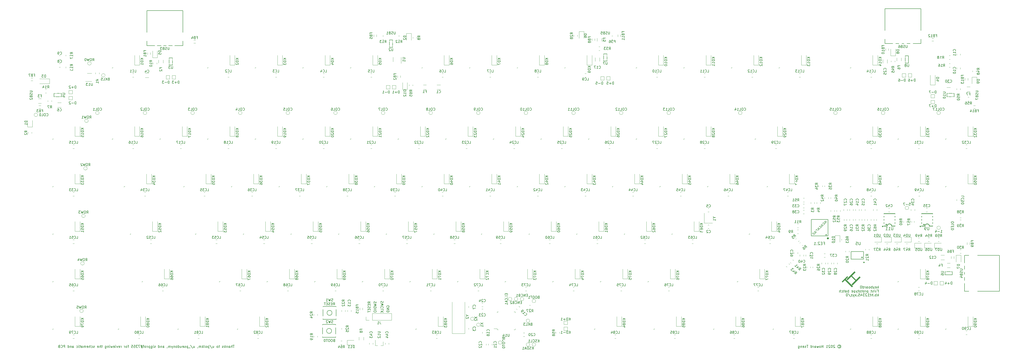
<source format=gbo>
%TF.GenerationSoftware,KiCad,Pcbnew,(5.1.10)-1*%
%TF.CreationDate,2021-11-05T09:14:13-04:00*%
%TF.ProjectId,custom_keyboard (f103_ fe2.1),63757374-6f6d-45f6-9b65-79626f617264,rev?*%
%TF.SameCoordinates,Original*%
%TF.FileFunction,Legend,Bot*%
%TF.FilePolarity,Positive*%
%FSLAX46Y46*%
G04 Gerber Fmt 4.6, Leading zero omitted, Abs format (unit mm)*
G04 Created by KiCad (PCBNEW (5.1.10)-1) date 2021-11-05 09:14:13*
%MOMM*%
%LPD*%
G01*
G04 APERTURE LIST*
%ADD10C,0.150000*%
%ADD11C,0.175000*%
%ADD12C,0.120000*%
%ADD13C,0.100000*%
%ADD14C,0.254000*%
%ADD15C,0.200000*%
%ADD16C,0.400000*%
%ADD17C,0.300000*%
%ADD18C,0.152000*%
%ADD19R,1.800000X0.900000*%
%ADD20R,2.550000X2.500000*%
%ADD21C,3.000000*%
%ADD22C,1.750000*%
%ADD23C,4.000000*%
%ADD24C,3.048000*%
%ADD25C,3.987800*%
%ADD26O,0.270000X1.500000*%
%ADD27O,1.500000X0.270000*%
%ADD28R,0.650000X1.060000*%
%ADD29R,1.800000X1.100000*%
%ADD30R,1.000000X1.000000*%
%ADD31C,1.000000*%
%ADD32O,1.700000X1.700000*%
%ADD33R,1.700000X1.700000*%
%ADD34R,2.000000X4.500000*%
%ADD35R,1.200000X0.900000*%
%ADD36O,0.588000X2.045000*%
%ADD37R,0.700000X1.000000*%
%ADD38R,0.700000X0.600000*%
%ADD39R,1.000000X0.700000*%
%ADD40R,0.600000X0.700000*%
%ADD41R,0.800000X0.900000*%
%ADD42R,1.060000X0.650000*%
%ADD43O,1.950000X0.568000*%
%ADD44R,1.450000X0.600000*%
%ADD45R,1.450000X0.300000*%
%ADD46C,0.650000*%
%ADD47O,2.100000X1.000000*%
%ADD48O,1.600000X1.000000*%
%ADD49C,3.500000*%
%ADD50O,1.500000X2.000000*%
%ADD51R,1.200000X1.400000*%
%ADD52R,0.600000X1.450000*%
%ADD53R,0.300000X1.450000*%
%ADD54O,1.000000X2.100000*%
%ADD55O,1.000000X1.600000*%
%ADD56O,2.000000X1.500000*%
%ADD57R,0.900000X1.200000*%
%ADD58R,2.000000X2.000000*%
%ADD59C,2.000000*%
%ADD60R,3.200000X2.000000*%
%ADD61C,6.400000*%
%ADD62C,0.800000*%
G04 APERTURE END LIST*
D10*
X199464633Y-280898371D02*
X199321776Y-280945990D01*
X199274157Y-280993609D01*
X199226538Y-281088847D01*
X199226538Y-281231704D01*
X199274157Y-281326942D01*
X199321776Y-281374561D01*
X199417014Y-281422180D01*
X199797966Y-281422180D01*
X199797966Y-280422180D01*
X199464633Y-280422180D01*
X199369395Y-280469800D01*
X199321776Y-280517419D01*
X199274157Y-280612657D01*
X199274157Y-280707895D01*
X199321776Y-280803133D01*
X199369395Y-280850752D01*
X199464633Y-280898371D01*
X199797966Y-280898371D01*
X198607490Y-280422180D02*
X198417014Y-280422180D01*
X198321776Y-280469800D01*
X198226538Y-280565038D01*
X198178919Y-280755514D01*
X198178919Y-281088847D01*
X198226538Y-281279323D01*
X198321776Y-281374561D01*
X198417014Y-281422180D01*
X198607490Y-281422180D01*
X198702728Y-281374561D01*
X198797966Y-281279323D01*
X198845585Y-281088847D01*
X198845585Y-280755514D01*
X198797966Y-280565038D01*
X198702728Y-280469800D01*
X198607490Y-280422180D01*
X197559871Y-280422180D02*
X197369395Y-280422180D01*
X197274157Y-280469800D01*
X197178919Y-280565038D01*
X197131300Y-280755514D01*
X197131300Y-281088847D01*
X197178919Y-281279323D01*
X197274157Y-281374561D01*
X197369395Y-281422180D01*
X197559871Y-281422180D01*
X197655109Y-281374561D01*
X197750347Y-281279323D01*
X197797966Y-281088847D01*
X197797966Y-280755514D01*
X197750347Y-280565038D01*
X197655109Y-280469800D01*
X197559871Y-280422180D01*
X196845585Y-280422180D02*
X196274157Y-280422180D01*
X196559871Y-281422180D02*
X196559871Y-280422180D01*
X195750347Y-280422180D02*
X195655109Y-280422180D01*
X195559871Y-280469800D01*
X195512252Y-280517419D01*
X195464633Y-280612657D01*
X195417014Y-280803133D01*
X195417014Y-281041228D01*
X195464633Y-281231704D01*
X195512252Y-281326942D01*
X195559871Y-281374561D01*
X195655109Y-281422180D01*
X195750347Y-281422180D01*
X195845585Y-281374561D01*
X195893204Y-281326942D01*
X195940823Y-281231704D01*
X195988442Y-281041228D01*
X195988442Y-280803133D01*
X195940823Y-280612657D01*
X195893204Y-280517419D01*
X195845585Y-280469800D01*
X195750347Y-280422180D01*
X199083680Y-266738730D02*
X199417014Y-266262540D01*
X199655109Y-266738730D02*
X199655109Y-265738730D01*
X199274157Y-265738730D01*
X199178919Y-265786350D01*
X199131300Y-265833969D01*
X199083680Y-265929207D01*
X199083680Y-266072064D01*
X199131300Y-266167302D01*
X199178919Y-266214921D01*
X199274157Y-266262540D01*
X199655109Y-266262540D01*
X198655109Y-266214921D02*
X198321776Y-266214921D01*
X198178919Y-266738730D02*
X198655109Y-266738730D01*
X198655109Y-265738730D01*
X198178919Y-265738730D01*
X197797966Y-266691111D02*
X197655109Y-266738730D01*
X197417014Y-266738730D01*
X197321776Y-266691111D01*
X197274157Y-266643492D01*
X197226538Y-266548254D01*
X197226538Y-266453016D01*
X197274157Y-266357778D01*
X197321776Y-266310159D01*
X197417014Y-266262540D01*
X197607490Y-266214921D01*
X197702728Y-266167302D01*
X197750347Y-266119683D01*
X197797966Y-266024445D01*
X197797966Y-265929207D01*
X197750347Y-265833969D01*
X197702728Y-265786350D01*
X197607490Y-265738730D01*
X197369395Y-265738730D01*
X197226538Y-265786350D01*
X196797966Y-266214921D02*
X196464633Y-266214921D01*
X196321776Y-266738730D02*
X196797966Y-266738730D01*
X196797966Y-265738730D01*
X196321776Y-265738730D01*
X196036061Y-265738730D02*
X195464633Y-265738730D01*
X195750347Y-266738730D02*
X195750347Y-265738730D01*
X159563328Y-282803280D02*
X158991899Y-282803280D01*
X159277614Y-283803280D02*
X159277614Y-282803280D01*
X158658566Y-283803280D02*
X158658566Y-282803280D01*
X158229995Y-283803280D02*
X158229995Y-283279471D01*
X158277614Y-283184233D01*
X158372852Y-283136614D01*
X158515709Y-283136614D01*
X158610947Y-283184233D01*
X158658566Y-283231852D01*
X157325233Y-283803280D02*
X157325233Y-283279471D01*
X157372852Y-283184233D01*
X157468090Y-283136614D01*
X157658566Y-283136614D01*
X157753804Y-283184233D01*
X157325233Y-283755661D02*
X157420471Y-283803280D01*
X157658566Y-283803280D01*
X157753804Y-283755661D01*
X157801423Y-283660423D01*
X157801423Y-283565185D01*
X157753804Y-283469947D01*
X157658566Y-283422328D01*
X157420471Y-283422328D01*
X157325233Y-283374709D01*
X156849042Y-283136614D02*
X156849042Y-283803280D01*
X156849042Y-283231852D02*
X156801423Y-283184233D01*
X156706185Y-283136614D01*
X156563328Y-283136614D01*
X156468090Y-283184233D01*
X156420471Y-283279471D01*
X156420471Y-283803280D01*
X155944280Y-283803280D02*
X155944280Y-282803280D01*
X155849042Y-283422328D02*
X155563328Y-283803280D01*
X155563328Y-283136614D02*
X155944280Y-283517566D01*
X155182376Y-283755661D02*
X155087138Y-283803280D01*
X154896661Y-283803280D01*
X154801423Y-283755661D01*
X154753804Y-283660423D01*
X154753804Y-283612804D01*
X154801423Y-283517566D01*
X154896661Y-283469947D01*
X155039519Y-283469947D01*
X155134757Y-283422328D01*
X155182376Y-283327090D01*
X155182376Y-283279471D01*
X155134757Y-283184233D01*
X155039519Y-283136614D01*
X154896661Y-283136614D01*
X154801423Y-283184233D01*
X153706185Y-283136614D02*
X153325233Y-283136614D01*
X153563328Y-282803280D02*
X153563328Y-283660423D01*
X153515709Y-283755661D01*
X153420471Y-283803280D01*
X153325233Y-283803280D01*
X152849042Y-283803280D02*
X152944280Y-283755661D01*
X152991899Y-283708042D01*
X153039519Y-283612804D01*
X153039519Y-283327090D01*
X152991899Y-283231852D01*
X152944280Y-283184233D01*
X152849042Y-283136614D01*
X152706185Y-283136614D01*
X152610947Y-283184233D01*
X152563328Y-283231852D01*
X152515709Y-283327090D01*
X152515709Y-283612804D01*
X152563328Y-283708042D01*
X152610947Y-283755661D01*
X152706185Y-283803280D01*
X152849042Y-283803280D01*
X150896661Y-283136614D02*
X150896661Y-283803280D01*
X151325233Y-283136614D02*
X151325233Y-283660423D01*
X151277614Y-283755661D01*
X151182376Y-283803280D01*
X151039519Y-283803280D01*
X150944280Y-283755661D01*
X150896661Y-283708042D01*
X149706185Y-282755661D02*
X150563328Y-284041376D01*
X149372852Y-283136614D02*
X149372852Y-284136614D01*
X149372852Y-283184233D02*
X149277614Y-283136614D01*
X149087138Y-283136614D01*
X148991899Y-283184233D01*
X148944280Y-283231852D01*
X148896661Y-283327090D01*
X148896661Y-283612804D01*
X148944280Y-283708042D01*
X148991899Y-283755661D01*
X149087138Y-283803280D01*
X149277614Y-283803280D01*
X149372852Y-283755661D01*
X148325233Y-283803280D02*
X148420471Y-283755661D01*
X148468090Y-283708042D01*
X148515709Y-283612804D01*
X148515709Y-283327090D01*
X148468090Y-283231852D01*
X148420471Y-283184233D01*
X148325233Y-283136614D01*
X148182376Y-283136614D01*
X148087138Y-283184233D01*
X148039519Y-283231852D01*
X147991899Y-283327090D01*
X147991899Y-283612804D01*
X148039519Y-283708042D01*
X148087138Y-283755661D01*
X148182376Y-283803280D01*
X148325233Y-283803280D01*
X147420471Y-283803280D02*
X147515709Y-283755661D01*
X147563328Y-283660423D01*
X147563328Y-282803280D01*
X147039519Y-283803280D02*
X147039519Y-282803280D01*
X146944280Y-283422328D02*
X146658566Y-283803280D01*
X146658566Y-283136614D02*
X147039519Y-283517566D01*
X146229995Y-283803280D02*
X146229995Y-283136614D01*
X146229995Y-283231852D02*
X146182376Y-283184233D01*
X146087138Y-283136614D01*
X145944280Y-283136614D01*
X145849042Y-283184233D01*
X145801423Y-283279471D01*
X145801423Y-283803280D01*
X145801423Y-283279471D02*
X145753804Y-283184233D01*
X145658566Y-283136614D01*
X145515709Y-283136614D01*
X145420471Y-283184233D01*
X145372852Y-283279471D01*
X145372852Y-283803280D01*
X144849042Y-283755661D02*
X144849042Y-283803280D01*
X144896661Y-283898519D01*
X144944280Y-283946138D01*
X143229995Y-283136614D02*
X143229995Y-283803280D01*
X143658566Y-283136614D02*
X143658566Y-283660423D01*
X143610947Y-283755661D01*
X143515709Y-283803280D01*
X143372852Y-283803280D01*
X143277614Y-283755661D01*
X143229995Y-283708042D01*
X142039519Y-282755661D02*
X142896661Y-284041376D01*
X141944280Y-283898519D02*
X141182376Y-283898519D01*
X140944280Y-283136614D02*
X140944280Y-284136614D01*
X140944280Y-283184233D02*
X140849042Y-283136614D01*
X140658566Y-283136614D01*
X140563328Y-283184233D01*
X140515709Y-283231852D01*
X140468090Y-283327090D01*
X140468090Y-283612804D01*
X140515709Y-283708042D01*
X140563328Y-283755661D01*
X140658566Y-283803280D01*
X140849042Y-283803280D01*
X140944280Y-283755661D01*
X140087138Y-283755661D02*
X139991899Y-283803280D01*
X139801423Y-283803280D01*
X139706185Y-283755661D01*
X139658566Y-283660423D01*
X139658566Y-283612804D01*
X139706185Y-283517566D01*
X139801423Y-283469947D01*
X139944280Y-283469947D01*
X140039519Y-283422328D01*
X140087138Y-283327090D01*
X140087138Y-283279471D01*
X140039519Y-283184233D01*
X139944280Y-283136614D01*
X139801423Y-283136614D01*
X139706185Y-283184233D01*
X138849042Y-283755661D02*
X138944280Y-283803280D01*
X139134757Y-283803280D01*
X139229995Y-283755661D01*
X139277614Y-283660423D01*
X139277614Y-283279471D01*
X139229995Y-283184233D01*
X139134757Y-283136614D01*
X138944280Y-283136614D01*
X138849042Y-283184233D01*
X138801423Y-283279471D01*
X138801423Y-283374709D01*
X139277614Y-283469947D01*
X137944280Y-283136614D02*
X137944280Y-283803280D01*
X138372852Y-283136614D02*
X138372852Y-283660423D01*
X138325233Y-283755661D01*
X138229995Y-283803280D01*
X138087138Y-283803280D01*
X137991899Y-283755661D01*
X137944280Y-283708042D01*
X137039519Y-283803280D02*
X137039519Y-282803280D01*
X137039519Y-283755661D02*
X137134757Y-283803280D01*
X137325233Y-283803280D01*
X137420471Y-283755661D01*
X137468090Y-283708042D01*
X137515709Y-283612804D01*
X137515709Y-283327090D01*
X137468090Y-283231852D01*
X137420471Y-283184233D01*
X137325233Y-283136614D01*
X137134757Y-283136614D01*
X137039519Y-283184233D01*
X136420471Y-283803280D02*
X136515709Y-283755661D01*
X136563328Y-283708042D01*
X136610947Y-283612804D01*
X136610947Y-283327090D01*
X136563328Y-283231852D01*
X136515709Y-283184233D01*
X136420471Y-283136614D01*
X136277614Y-283136614D01*
X136182376Y-283184233D01*
X136134757Y-283231852D01*
X136087138Y-283327090D01*
X136087138Y-283612804D01*
X136134757Y-283708042D01*
X136182376Y-283755661D01*
X136277614Y-283803280D01*
X136420471Y-283803280D01*
X135658566Y-283136614D02*
X135658566Y-283803280D01*
X135658566Y-283231852D02*
X135610947Y-283184233D01*
X135515709Y-283136614D01*
X135372852Y-283136614D01*
X135277614Y-283184233D01*
X135229995Y-283279471D01*
X135229995Y-283803280D01*
X134849042Y-283136614D02*
X134610947Y-283803280D01*
X134372852Y-283136614D02*
X134610947Y-283803280D01*
X134706185Y-284041376D01*
X134753804Y-284088995D01*
X134849042Y-284136614D01*
X133991899Y-283803280D02*
X133991899Y-283136614D01*
X133991899Y-283231852D02*
X133944280Y-283184233D01*
X133849042Y-283136614D01*
X133706185Y-283136614D01*
X133610947Y-283184233D01*
X133563328Y-283279471D01*
X133563328Y-283803280D01*
X133563328Y-283279471D02*
X133515709Y-283184233D01*
X133420471Y-283136614D01*
X133277614Y-283136614D01*
X133182376Y-283184233D01*
X133134757Y-283279471D01*
X133134757Y-283803280D01*
X132610947Y-283755661D02*
X132610947Y-283803280D01*
X132658566Y-283898519D01*
X132706185Y-283946138D01*
X130991899Y-283803280D02*
X130991899Y-283279471D01*
X131039519Y-283184233D01*
X131134757Y-283136614D01*
X131325233Y-283136614D01*
X131420471Y-283184233D01*
X130991899Y-283755661D02*
X131087138Y-283803280D01*
X131325233Y-283803280D01*
X131420471Y-283755661D01*
X131468090Y-283660423D01*
X131468090Y-283565185D01*
X131420471Y-283469947D01*
X131325233Y-283422328D01*
X131087138Y-283422328D01*
X130991899Y-283374709D01*
X130515709Y-283136614D02*
X130515709Y-283803280D01*
X130515709Y-283231852D02*
X130468090Y-283184233D01*
X130372852Y-283136614D01*
X130229995Y-283136614D01*
X130134757Y-283184233D01*
X130087138Y-283279471D01*
X130087138Y-283803280D01*
X129182376Y-283803280D02*
X129182376Y-282803280D01*
X129182376Y-283755661D02*
X129277614Y-283803280D01*
X129468090Y-283803280D01*
X129563328Y-283755661D01*
X129610947Y-283708042D01*
X129658566Y-283612804D01*
X129658566Y-283327090D01*
X129610947Y-283231852D01*
X129563328Y-283184233D01*
X129468090Y-283136614D01*
X129277614Y-283136614D01*
X129182376Y-283184233D01*
X127991899Y-283755661D02*
X127896661Y-283803280D01*
X127706185Y-283803280D01*
X127610947Y-283755661D01*
X127563328Y-283660423D01*
X127563328Y-283612804D01*
X127610947Y-283517566D01*
X127706185Y-283469947D01*
X127849042Y-283469947D01*
X127944280Y-283422328D01*
X127991899Y-283327090D01*
X127991899Y-283279471D01*
X127944280Y-283184233D01*
X127849042Y-283136614D01*
X127706185Y-283136614D01*
X127610947Y-283184233D01*
X127134757Y-283803280D02*
X127134757Y-283136614D01*
X127134757Y-282803280D02*
X127182376Y-282850900D01*
X127134757Y-282898519D01*
X127087138Y-282850900D01*
X127134757Y-282803280D01*
X127134757Y-282898519D01*
X126229995Y-283136614D02*
X126229995Y-283946138D01*
X126277614Y-284041376D01*
X126325233Y-284088995D01*
X126420471Y-284136614D01*
X126563328Y-284136614D01*
X126658566Y-284088995D01*
X126229995Y-283755661D02*
X126325233Y-283803280D01*
X126515709Y-283803280D01*
X126610947Y-283755661D01*
X126658566Y-283708042D01*
X126706185Y-283612804D01*
X126706185Y-283327090D01*
X126658566Y-283231852D01*
X126610947Y-283184233D01*
X126515709Y-283136614D01*
X126325233Y-283136614D01*
X126229995Y-283184233D01*
X125753804Y-283136614D02*
X125753804Y-284136614D01*
X125753804Y-283184233D02*
X125658566Y-283136614D01*
X125468090Y-283136614D01*
X125372852Y-283184233D01*
X125325233Y-283231852D01*
X125277614Y-283327090D01*
X125277614Y-283612804D01*
X125325233Y-283708042D01*
X125372852Y-283755661D01*
X125468090Y-283803280D01*
X125658566Y-283803280D01*
X125753804Y-283755661D01*
X124849042Y-283803280D02*
X124849042Y-283136614D01*
X124849042Y-283327090D02*
X124801423Y-283231852D01*
X124753804Y-283184233D01*
X124658566Y-283136614D01*
X124563328Y-283136614D01*
X124087138Y-283803280D02*
X124182376Y-283755661D01*
X124229995Y-283708042D01*
X124277614Y-283612804D01*
X124277614Y-283327090D01*
X124229995Y-283231852D01*
X124182376Y-283184233D01*
X124087138Y-283136614D01*
X123944280Y-283136614D01*
X123849042Y-283184233D01*
X123801423Y-283231852D01*
X123753804Y-283327090D01*
X123753804Y-283612804D01*
X123801423Y-283708042D01*
X123849042Y-283755661D01*
X123944280Y-283803280D01*
X124087138Y-283803280D01*
X123468090Y-283136614D02*
X123087138Y-283136614D01*
X123325233Y-283803280D02*
X123325233Y-282946138D01*
X123277614Y-282850900D01*
X123182376Y-282803280D01*
X123087138Y-282803280D01*
X122801423Y-283136614D02*
X122087138Y-283136614D01*
X122515709Y-282708042D02*
X122801423Y-283993757D01*
X122182376Y-283565185D02*
X122896661Y-283565185D01*
X122468090Y-283993757D02*
X122182376Y-282708042D01*
X121849042Y-282803280D02*
X121182376Y-282803280D01*
X121610947Y-283803280D01*
X120896661Y-282803280D02*
X120277614Y-282803280D01*
X120610947Y-283184233D01*
X120468090Y-283184233D01*
X120372852Y-283231852D01*
X120325233Y-283279471D01*
X120277614Y-283374709D01*
X120277614Y-283612804D01*
X120325233Y-283708042D01*
X120372852Y-283755661D01*
X120468090Y-283803280D01*
X120753804Y-283803280D01*
X120849042Y-283755661D01*
X120896661Y-283708042D01*
X119372852Y-282803280D02*
X119849042Y-282803280D01*
X119896661Y-283279471D01*
X119849042Y-283231852D01*
X119753804Y-283184233D01*
X119515709Y-283184233D01*
X119420471Y-283231852D01*
X119372852Y-283279471D01*
X119325233Y-283374709D01*
X119325233Y-283612804D01*
X119372852Y-283708042D01*
X119420471Y-283755661D01*
X119515709Y-283803280D01*
X119753804Y-283803280D01*
X119849042Y-283755661D01*
X119896661Y-283708042D01*
X118420471Y-282803280D02*
X118896661Y-282803280D01*
X118944280Y-283279471D01*
X118896661Y-283231852D01*
X118801423Y-283184233D01*
X118563328Y-283184233D01*
X118468090Y-283231852D01*
X118420471Y-283279471D01*
X118372852Y-283374709D01*
X118372852Y-283612804D01*
X118420471Y-283708042D01*
X118468090Y-283755661D01*
X118563328Y-283803280D01*
X118801423Y-283803280D01*
X118896661Y-283755661D01*
X118944280Y-283708042D01*
X117325233Y-283136614D02*
X116944280Y-283136614D01*
X117182376Y-283803280D02*
X117182376Y-282946138D01*
X117134757Y-282850900D01*
X117039519Y-282803280D01*
X116944280Y-282803280D01*
X116468090Y-283803280D02*
X116563328Y-283755661D01*
X116610947Y-283708042D01*
X116658566Y-283612804D01*
X116658566Y-283327090D01*
X116610947Y-283231852D01*
X116563328Y-283184233D01*
X116468090Y-283136614D01*
X116325233Y-283136614D01*
X116229995Y-283184233D01*
X116182376Y-283231852D01*
X116134757Y-283327090D01*
X116134757Y-283612804D01*
X116182376Y-283708042D01*
X116229995Y-283755661D01*
X116325233Y-283803280D01*
X116468090Y-283803280D01*
X115706185Y-283803280D02*
X115706185Y-283136614D01*
X115706185Y-283327090D02*
X115658566Y-283231852D01*
X115610947Y-283184233D01*
X115515709Y-283136614D01*
X115420471Y-283136614D01*
X114325233Y-283803280D02*
X114325233Y-283136614D01*
X114325233Y-283327090D02*
X114277614Y-283231852D01*
X114229995Y-283184233D01*
X114134757Y-283136614D01*
X114039519Y-283136614D01*
X113325233Y-283755661D02*
X113420471Y-283803280D01*
X113610947Y-283803280D01*
X113706185Y-283755661D01*
X113753804Y-283660423D01*
X113753804Y-283279471D01*
X113706185Y-283184233D01*
X113610947Y-283136614D01*
X113420471Y-283136614D01*
X113325233Y-283184233D01*
X113277614Y-283279471D01*
X113277614Y-283374709D01*
X113753804Y-283469947D01*
X112944280Y-283136614D02*
X112706185Y-283803280D01*
X112468090Y-283136614D01*
X112087138Y-283803280D02*
X112087138Y-283136614D01*
X112087138Y-282803280D02*
X112134757Y-282850900D01*
X112087138Y-282898519D01*
X112039519Y-282850900D01*
X112087138Y-282803280D01*
X112087138Y-282898519D01*
X111229995Y-283755661D02*
X111325233Y-283803280D01*
X111515709Y-283803280D01*
X111610947Y-283755661D01*
X111658566Y-283660423D01*
X111658566Y-283279471D01*
X111610947Y-283184233D01*
X111515709Y-283136614D01*
X111325233Y-283136614D01*
X111229995Y-283184233D01*
X111182376Y-283279471D01*
X111182376Y-283374709D01*
X111658566Y-283469947D01*
X110849042Y-283136614D02*
X110658566Y-283803280D01*
X110468090Y-283327090D01*
X110277614Y-283803280D01*
X110087138Y-283136614D01*
X109706185Y-283803280D02*
X109706185Y-283136614D01*
X109706185Y-282803280D02*
X109753804Y-282850900D01*
X109706185Y-282898519D01*
X109658566Y-282850900D01*
X109706185Y-282803280D01*
X109706185Y-282898519D01*
X109229995Y-283136614D02*
X109229995Y-283803280D01*
X109229995Y-283231852D02*
X109182376Y-283184233D01*
X109087138Y-283136614D01*
X108944280Y-283136614D01*
X108849042Y-283184233D01*
X108801423Y-283279471D01*
X108801423Y-283803280D01*
X107896661Y-283136614D02*
X107896661Y-283946138D01*
X107944280Y-284041376D01*
X107991899Y-284088995D01*
X108087138Y-284136614D01*
X108229995Y-284136614D01*
X108325233Y-284088995D01*
X107896661Y-283755661D02*
X107991899Y-283803280D01*
X108182376Y-283803280D01*
X108277614Y-283755661D01*
X108325233Y-283708042D01*
X108372852Y-283612804D01*
X108372852Y-283327090D01*
X108325233Y-283231852D01*
X108277614Y-283184233D01*
X108182376Y-283136614D01*
X107991899Y-283136614D01*
X107896661Y-283184233D01*
X106801423Y-283136614D02*
X106420471Y-283136614D01*
X106658566Y-282803280D02*
X106658566Y-283660423D01*
X106610947Y-283755661D01*
X106515709Y-283803280D01*
X106420471Y-283803280D01*
X106087138Y-283803280D02*
X106087138Y-282803280D01*
X105658566Y-283803280D02*
X105658566Y-283279471D01*
X105706185Y-283184233D01*
X105801423Y-283136614D01*
X105944280Y-283136614D01*
X106039519Y-283184233D01*
X106087138Y-283231852D01*
X104801423Y-283755661D02*
X104896661Y-283803280D01*
X105087138Y-283803280D01*
X105182376Y-283755661D01*
X105229995Y-283660423D01*
X105229995Y-283279471D01*
X105182376Y-283184233D01*
X105087138Y-283136614D01*
X104896661Y-283136614D01*
X104801423Y-283184233D01*
X104753804Y-283279471D01*
X104753804Y-283374709D01*
X105229995Y-283469947D01*
X103610947Y-283755661D02*
X103515709Y-283803280D01*
X103325233Y-283803280D01*
X103229995Y-283755661D01*
X103182376Y-283660423D01*
X103182376Y-283612804D01*
X103229995Y-283517566D01*
X103325233Y-283469947D01*
X103468090Y-283469947D01*
X103563328Y-283422328D01*
X103610947Y-283327090D01*
X103610947Y-283279471D01*
X103563328Y-283184233D01*
X103468090Y-283136614D01*
X103325233Y-283136614D01*
X103229995Y-283184233D01*
X102325233Y-283755661D02*
X102420471Y-283803280D01*
X102610947Y-283803280D01*
X102706185Y-283755661D01*
X102753804Y-283708042D01*
X102801423Y-283612804D01*
X102801423Y-283327090D01*
X102753804Y-283231852D01*
X102706185Y-283184233D01*
X102610947Y-283136614D01*
X102420471Y-283136614D01*
X102325233Y-283184233D01*
X101896661Y-283803280D02*
X101896661Y-282803280D01*
X101468090Y-283803280D02*
X101468090Y-283279471D01*
X101515709Y-283184233D01*
X101610947Y-283136614D01*
X101753804Y-283136614D01*
X101849042Y-283184233D01*
X101896661Y-283231852D01*
X100610947Y-283755661D02*
X100706185Y-283803280D01*
X100896661Y-283803280D01*
X100991899Y-283755661D01*
X101039519Y-283660423D01*
X101039519Y-283279471D01*
X100991899Y-283184233D01*
X100896661Y-283136614D01*
X100706185Y-283136614D01*
X100610947Y-283184233D01*
X100563328Y-283279471D01*
X100563328Y-283374709D01*
X101039519Y-283469947D01*
X100134757Y-283803280D02*
X100134757Y-283136614D01*
X100134757Y-283231852D02*
X100087138Y-283184233D01*
X99991899Y-283136614D01*
X99849042Y-283136614D01*
X99753804Y-283184233D01*
X99706185Y-283279471D01*
X99706185Y-283803280D01*
X99706185Y-283279471D02*
X99658566Y-283184233D01*
X99563328Y-283136614D01*
X99420471Y-283136614D01*
X99325233Y-283184233D01*
X99277614Y-283279471D01*
X99277614Y-283803280D01*
X98372852Y-283803280D02*
X98372852Y-283279471D01*
X98420471Y-283184233D01*
X98515709Y-283136614D01*
X98706185Y-283136614D01*
X98801423Y-283184233D01*
X98372852Y-283755661D02*
X98468090Y-283803280D01*
X98706185Y-283803280D01*
X98801423Y-283755661D01*
X98849042Y-283660423D01*
X98849042Y-283565185D01*
X98801423Y-283469947D01*
X98706185Y-283422328D01*
X98468090Y-283422328D01*
X98372852Y-283374709D01*
X98039519Y-283136614D02*
X97658566Y-283136614D01*
X97896661Y-282803280D02*
X97896661Y-283660423D01*
X97849042Y-283755661D01*
X97753804Y-283803280D01*
X97658566Y-283803280D01*
X97325233Y-283803280D02*
X97325233Y-283136614D01*
X97325233Y-282803280D02*
X97372852Y-282850900D01*
X97325233Y-282898519D01*
X97277614Y-282850900D01*
X97325233Y-282803280D01*
X97325233Y-282898519D01*
X96420471Y-283755661D02*
X96515709Y-283803280D01*
X96706185Y-283803280D01*
X96801423Y-283755661D01*
X96849042Y-283708042D01*
X96896661Y-283612804D01*
X96896661Y-283327090D01*
X96849042Y-283231852D01*
X96801423Y-283184233D01*
X96706185Y-283136614D01*
X96515709Y-283136614D01*
X96420471Y-283184233D01*
X94801423Y-283803280D02*
X94801423Y-283279471D01*
X94849042Y-283184233D01*
X94944280Y-283136614D01*
X95134757Y-283136614D01*
X95229995Y-283184233D01*
X94801423Y-283755661D02*
X94896661Y-283803280D01*
X95134757Y-283803280D01*
X95229995Y-283755661D01*
X95277614Y-283660423D01*
X95277614Y-283565185D01*
X95229995Y-283469947D01*
X95134757Y-283422328D01*
X94896661Y-283422328D01*
X94801423Y-283374709D01*
X94325233Y-283136614D02*
X94325233Y-283803280D01*
X94325233Y-283231852D02*
X94277614Y-283184233D01*
X94182376Y-283136614D01*
X94039519Y-283136614D01*
X93944280Y-283184233D01*
X93896661Y-283279471D01*
X93896661Y-283803280D01*
X92991899Y-283803280D02*
X92991899Y-282803280D01*
X92991899Y-283755661D02*
X93087138Y-283803280D01*
X93277614Y-283803280D01*
X93372852Y-283755661D01*
X93420471Y-283708042D01*
X93468090Y-283612804D01*
X93468090Y-283327090D01*
X93420471Y-283231852D01*
X93372852Y-283184233D01*
X93277614Y-283136614D01*
X93087138Y-283136614D01*
X92991899Y-283184233D01*
X91753804Y-283803280D02*
X91753804Y-282803280D01*
X91372852Y-282803280D01*
X91277614Y-282850900D01*
X91229995Y-282898519D01*
X91182376Y-282993757D01*
X91182376Y-283136614D01*
X91229995Y-283231852D01*
X91277614Y-283279471D01*
X91372852Y-283327090D01*
X91753804Y-283327090D01*
X90182376Y-283708042D02*
X90229995Y-283755661D01*
X90372852Y-283803280D01*
X90468090Y-283803280D01*
X90610947Y-283755661D01*
X90706185Y-283660423D01*
X90753804Y-283565185D01*
X90801423Y-283374709D01*
X90801423Y-283231852D01*
X90753804Y-283041376D01*
X90706185Y-282946138D01*
X90610947Y-282850900D01*
X90468090Y-282803280D01*
X90372852Y-282803280D01*
X90229995Y-282850900D01*
X90182376Y-282898519D01*
X89420471Y-283279471D02*
X89277614Y-283327090D01*
X89229995Y-283374709D01*
X89182376Y-283469947D01*
X89182376Y-283612804D01*
X89229995Y-283708042D01*
X89277614Y-283755661D01*
X89372852Y-283803280D01*
X89753804Y-283803280D01*
X89753804Y-282803280D01*
X89420471Y-282803280D01*
X89325233Y-282850900D01*
X89277614Y-282898519D01*
X89229995Y-282993757D01*
X89229995Y-283088995D01*
X89277614Y-283184233D01*
X89325233Y-283231852D01*
X89420471Y-283279471D01*
X89753804Y-283279471D01*
X401365676Y-283041376D02*
X401460914Y-282993757D01*
X401651390Y-282993757D01*
X401746628Y-283041376D01*
X401841866Y-283136614D01*
X401889485Y-283231852D01*
X401889485Y-283422328D01*
X401841866Y-283517566D01*
X401746628Y-283612804D01*
X401651390Y-283660423D01*
X401460914Y-283660423D01*
X401365676Y-283612804D01*
X401556152Y-282660423D02*
X401794247Y-282708042D01*
X402032342Y-282850900D01*
X402175200Y-283088995D01*
X402222819Y-283327090D01*
X402175200Y-283565185D01*
X402032342Y-283803280D01*
X401794247Y-283946138D01*
X401556152Y-283993757D01*
X401318057Y-283946138D01*
X401079961Y-283803280D01*
X400937104Y-283565185D01*
X400889485Y-283327090D01*
X400937104Y-283088995D01*
X401079961Y-282850900D01*
X401318057Y-282708042D01*
X401556152Y-282660423D01*
X399746628Y-282898519D02*
X399699009Y-282850900D01*
X399603771Y-282803280D01*
X399365676Y-282803280D01*
X399270438Y-282850900D01*
X399222819Y-282898519D01*
X399175200Y-282993757D01*
X399175200Y-283088995D01*
X399222819Y-283231852D01*
X399794247Y-283803280D01*
X399175200Y-283803280D01*
X398556152Y-282803280D02*
X398460914Y-282803280D01*
X398365676Y-282850900D01*
X398318057Y-282898519D01*
X398270438Y-282993757D01*
X398222819Y-283184233D01*
X398222819Y-283422328D01*
X398270438Y-283612804D01*
X398318057Y-283708042D01*
X398365676Y-283755661D01*
X398460914Y-283803280D01*
X398556152Y-283803280D01*
X398651390Y-283755661D01*
X398699009Y-283708042D01*
X398746628Y-283612804D01*
X398794247Y-283422328D01*
X398794247Y-283184233D01*
X398746628Y-282993757D01*
X398699009Y-282898519D01*
X398651390Y-282850900D01*
X398556152Y-282803280D01*
X397841866Y-282898519D02*
X397794247Y-282850900D01*
X397699009Y-282803280D01*
X397460914Y-282803280D01*
X397365676Y-282850900D01*
X397318057Y-282898519D01*
X397270438Y-282993757D01*
X397270438Y-283088995D01*
X397318057Y-283231852D01*
X397889485Y-283803280D01*
X397270438Y-283803280D01*
X396318057Y-283803280D02*
X396889485Y-283803280D01*
X396603771Y-283803280D02*
X396603771Y-282803280D01*
X396699009Y-282946138D01*
X396794247Y-283041376D01*
X396889485Y-283088995D01*
X395127580Y-283803280D02*
X395127580Y-282803280D01*
X395127580Y-283279471D02*
X394556152Y-283279471D01*
X394556152Y-283803280D02*
X394556152Y-282803280D01*
X393937104Y-283803280D02*
X394032342Y-283755661D01*
X394079961Y-283708042D01*
X394127580Y-283612804D01*
X394127580Y-283327090D01*
X394079961Y-283231852D01*
X394032342Y-283184233D01*
X393937104Y-283136614D01*
X393794247Y-283136614D01*
X393699009Y-283184233D01*
X393651390Y-283231852D01*
X393603771Y-283327090D01*
X393603771Y-283612804D01*
X393651390Y-283708042D01*
X393699009Y-283755661D01*
X393794247Y-283803280D01*
X393937104Y-283803280D01*
X393270438Y-283136614D02*
X393079961Y-283803280D01*
X392889485Y-283327090D01*
X392699009Y-283803280D01*
X392508533Y-283136614D01*
X391699009Y-283803280D02*
X391699009Y-283279471D01*
X391746628Y-283184233D01*
X391841866Y-283136614D01*
X392032342Y-283136614D01*
X392127580Y-283184233D01*
X391699009Y-283755661D02*
X391794247Y-283803280D01*
X392032342Y-283803280D01*
X392127580Y-283755661D01*
X392175200Y-283660423D01*
X392175200Y-283565185D01*
X392127580Y-283469947D01*
X392032342Y-283422328D01*
X391794247Y-283422328D01*
X391699009Y-283374709D01*
X391222819Y-283803280D02*
X391222819Y-283136614D01*
X391222819Y-283327090D02*
X391175200Y-283231852D01*
X391127580Y-283184233D01*
X391032342Y-283136614D01*
X390937104Y-283136614D01*
X390175200Y-283803280D02*
X390175200Y-282803280D01*
X390175200Y-283755661D02*
X390270438Y-283803280D01*
X390460914Y-283803280D01*
X390556152Y-283755661D01*
X390603771Y-283708042D01*
X390651390Y-283612804D01*
X390651390Y-283327090D01*
X390603771Y-283231852D01*
X390556152Y-283184233D01*
X390460914Y-283136614D01*
X390270438Y-283136614D01*
X390175200Y-283184233D01*
X389079961Y-282803280D02*
X388508533Y-282803280D01*
X388794247Y-283803280D02*
X388794247Y-282803280D01*
X388222819Y-283755661D02*
X388127580Y-283803280D01*
X387937104Y-283803280D01*
X387841866Y-283755661D01*
X387794247Y-283660423D01*
X387794247Y-283612804D01*
X387841866Y-283517566D01*
X387937104Y-283469947D01*
X388079961Y-283469947D01*
X388175200Y-283422328D01*
X388222819Y-283327090D01*
X388222819Y-283279471D01*
X388175200Y-283184233D01*
X388079961Y-283136614D01*
X387937104Y-283136614D01*
X387841866Y-283184233D01*
X386984723Y-283755661D02*
X387079961Y-283803280D01*
X387270438Y-283803280D01*
X387365676Y-283755661D01*
X387413295Y-283660423D01*
X387413295Y-283279471D01*
X387365676Y-283184233D01*
X387270438Y-283136614D01*
X387079961Y-283136614D01*
X386984723Y-283184233D01*
X386937104Y-283279471D01*
X386937104Y-283374709D01*
X387413295Y-283469947D01*
X386508533Y-283136614D02*
X386508533Y-283803280D01*
X386508533Y-283231852D02*
X386460914Y-283184233D01*
X386365676Y-283136614D01*
X386222819Y-283136614D01*
X386127580Y-283184233D01*
X386079961Y-283279471D01*
X386079961Y-283803280D01*
X385175200Y-283136614D02*
X385175200Y-283946138D01*
X385222819Y-284041376D01*
X385270438Y-284088995D01*
X385365676Y-284136614D01*
X385508533Y-284136614D01*
X385603771Y-284088995D01*
X385175200Y-283755661D02*
X385270438Y-283803280D01*
X385460914Y-283803280D01*
X385556152Y-283755661D01*
X385603771Y-283708042D01*
X385651390Y-283612804D01*
X385651390Y-283327090D01*
X385603771Y-283231852D01*
X385556152Y-283184233D01*
X385460914Y-283136614D01*
X385270438Y-283136614D01*
X385175200Y-283184233D01*
X417150604Y-263167080D02*
X417150604Y-262167080D01*
X417055366Y-262786128D02*
X416769652Y-263167080D01*
X416769652Y-262500414D02*
X417150604Y-262881366D01*
X416341080Y-263167080D02*
X416341080Y-262167080D01*
X416341080Y-262548033D02*
X416245842Y-262500414D01*
X416055366Y-262500414D01*
X415960128Y-262548033D01*
X415912509Y-262595652D01*
X415864890Y-262690890D01*
X415864890Y-262976604D01*
X415912509Y-263071842D01*
X415960128Y-263119461D01*
X416055366Y-263167080D01*
X416245842Y-263167080D01*
X416341080Y-263119461D01*
X415436319Y-263071842D02*
X415388700Y-263119461D01*
X415436319Y-263167080D01*
X415483938Y-263119461D01*
X415436319Y-263071842D01*
X415436319Y-263167080D01*
X414960128Y-263167080D02*
X414960128Y-262167080D01*
X414531557Y-263167080D02*
X414531557Y-262643271D01*
X414579176Y-262548033D01*
X414674414Y-262500414D01*
X414817271Y-262500414D01*
X414912509Y-262548033D01*
X414960128Y-262595652D01*
X414198223Y-262500414D02*
X413817271Y-262500414D01*
X414055366Y-262167080D02*
X414055366Y-263024223D01*
X414007747Y-263119461D01*
X413912509Y-263167080D01*
X413817271Y-263167080D01*
X412960128Y-263167080D02*
X413531557Y-263167080D01*
X413245842Y-263167080D02*
X413245842Y-262167080D01*
X413341080Y-262309938D01*
X413436319Y-262405176D01*
X413531557Y-262452795D01*
X412579176Y-262262319D02*
X412531557Y-262214700D01*
X412436319Y-262167080D01*
X412198223Y-262167080D01*
X412102985Y-262214700D01*
X412055366Y-262262319D01*
X412007747Y-262357557D01*
X412007747Y-262452795D01*
X412055366Y-262595652D01*
X412626795Y-263167080D01*
X412007747Y-263167080D01*
X411674414Y-262167080D02*
X411055366Y-262167080D01*
X411388700Y-262548033D01*
X411245842Y-262548033D01*
X411150604Y-262595652D01*
X411102985Y-262643271D01*
X411055366Y-262738509D01*
X411055366Y-262976604D01*
X411102985Y-263071842D01*
X411150604Y-263119461D01*
X411245842Y-263167080D01*
X411531557Y-263167080D01*
X411626795Y-263119461D01*
X411674414Y-263071842D01*
X410198223Y-262500414D02*
X410198223Y-263167080D01*
X410436319Y-262119461D02*
X410674414Y-262833747D01*
X410055366Y-262833747D01*
X409198223Y-262167080D02*
X409674414Y-262167080D01*
X409722033Y-262643271D01*
X409674414Y-262595652D01*
X409579176Y-262548033D01*
X409341080Y-262548033D01*
X409245842Y-262595652D01*
X409198223Y-262643271D01*
X409150604Y-262738509D01*
X409150604Y-262976604D01*
X409198223Y-263071842D01*
X409245842Y-263119461D01*
X409341080Y-263167080D01*
X409579176Y-263167080D01*
X409674414Y-263119461D01*
X409722033Y-263071842D01*
X408722033Y-263071842D02*
X408674414Y-263119461D01*
X408722033Y-263167080D01*
X408769652Y-263119461D01*
X408722033Y-263071842D01*
X408722033Y-263167080D01*
X408341080Y-263167080D02*
X407817271Y-262500414D01*
X408341080Y-262500414D02*
X407817271Y-263167080D01*
X407531557Y-262500414D02*
X407293461Y-263167080D01*
X407055366Y-262500414D02*
X407293461Y-263167080D01*
X407388700Y-263405176D01*
X407436319Y-263452795D01*
X407531557Y-263500414D01*
X406769652Y-262500414D02*
X406245842Y-262500414D01*
X406769652Y-263167080D01*
X406245842Y-263167080D01*
X405150604Y-262119461D02*
X406007747Y-263405176D01*
X404626795Y-262167080D02*
X404531557Y-262167080D01*
X404436319Y-262214700D01*
X404388700Y-262262319D01*
X404341080Y-262357557D01*
X404293461Y-262548033D01*
X404293461Y-262786128D01*
X404341080Y-262976604D01*
X404388700Y-263071842D01*
X404436319Y-263119461D01*
X404531557Y-263167080D01*
X404626795Y-263167080D01*
X404722033Y-263119461D01*
X404769652Y-263071842D01*
X404817271Y-262976604D01*
X404864890Y-262786128D01*
X404864890Y-262548033D01*
X404817271Y-262357557D01*
X404769652Y-262262319D01*
X404722033Y-262214700D01*
X404626795Y-262167080D01*
X416817271Y-261055871D02*
X417150604Y-261055871D01*
X417150604Y-261579680D02*
X417150604Y-260579680D01*
X416674414Y-260579680D01*
X416293461Y-261579680D02*
X416293461Y-260913014D01*
X416293461Y-260579680D02*
X416341080Y-260627300D01*
X416293461Y-260674919D01*
X416245842Y-260627300D01*
X416293461Y-260579680D01*
X416293461Y-260674919D01*
X415817271Y-261579680D02*
X415817271Y-260913014D01*
X415817271Y-261103490D02*
X415769652Y-261008252D01*
X415722033Y-260960633D01*
X415626795Y-260913014D01*
X415531557Y-260913014D01*
X415245842Y-261532061D02*
X415150604Y-261579680D01*
X414960128Y-261579680D01*
X414864890Y-261532061D01*
X414817271Y-261436823D01*
X414817271Y-261389204D01*
X414864890Y-261293966D01*
X414960128Y-261246347D01*
X415102985Y-261246347D01*
X415198223Y-261198728D01*
X415245842Y-261103490D01*
X415245842Y-261055871D01*
X415198223Y-260960633D01*
X415102985Y-260913014D01*
X414960128Y-260913014D01*
X414864890Y-260960633D01*
X414531557Y-260913014D02*
X414150604Y-260913014D01*
X414388700Y-260579680D02*
X414388700Y-261436823D01*
X414341080Y-261532061D01*
X414245842Y-261579680D01*
X414150604Y-261579680D01*
X413055366Y-260913014D02*
X413055366Y-261913014D01*
X413055366Y-260960633D02*
X412960128Y-260913014D01*
X412769652Y-260913014D01*
X412674414Y-260960633D01*
X412626795Y-261008252D01*
X412579176Y-261103490D01*
X412579176Y-261389204D01*
X412626795Y-261484442D01*
X412674414Y-261532061D01*
X412769652Y-261579680D01*
X412960128Y-261579680D01*
X413055366Y-261532061D01*
X412150604Y-261579680D02*
X412150604Y-260913014D01*
X412150604Y-261103490D02*
X412102985Y-261008252D01*
X412055366Y-260960633D01*
X411960128Y-260913014D01*
X411864890Y-260913014D01*
X411388700Y-261579680D02*
X411483938Y-261532061D01*
X411531557Y-261484442D01*
X411579176Y-261389204D01*
X411579176Y-261103490D01*
X411531557Y-261008252D01*
X411483938Y-260960633D01*
X411388700Y-260913014D01*
X411245842Y-260913014D01*
X411150604Y-260960633D01*
X411102985Y-261008252D01*
X411055366Y-261103490D01*
X411055366Y-261389204D01*
X411102985Y-261484442D01*
X411150604Y-261532061D01*
X411245842Y-261579680D01*
X411388700Y-261579680D01*
X410769652Y-260913014D02*
X410388700Y-260913014D01*
X410626795Y-260579680D02*
X410626795Y-261436823D01*
X410579176Y-261532061D01*
X410483938Y-261579680D01*
X410388700Y-261579680D01*
X409912509Y-261579680D02*
X410007747Y-261532061D01*
X410055366Y-261484442D01*
X410102985Y-261389204D01*
X410102985Y-261103490D01*
X410055366Y-261008252D01*
X410007747Y-260960633D01*
X409912509Y-260913014D01*
X409769652Y-260913014D01*
X409674414Y-260960633D01*
X409626795Y-261008252D01*
X409579176Y-261103490D01*
X409579176Y-261389204D01*
X409626795Y-261484442D01*
X409674414Y-261532061D01*
X409769652Y-261579680D01*
X409912509Y-261579680D01*
X409293461Y-260913014D02*
X408912509Y-260913014D01*
X409150604Y-260579680D02*
X409150604Y-261436823D01*
X409102985Y-261532061D01*
X409007747Y-261579680D01*
X408912509Y-261579680D01*
X408674414Y-260913014D02*
X408436319Y-261579680D01*
X408198223Y-260913014D02*
X408436319Y-261579680D01*
X408531557Y-261817776D01*
X408579176Y-261865395D01*
X408674414Y-261913014D01*
X407817271Y-260913014D02*
X407817271Y-261913014D01*
X407817271Y-260960633D02*
X407722033Y-260913014D01*
X407531557Y-260913014D01*
X407436319Y-260960633D01*
X407388700Y-261008252D01*
X407341080Y-261103490D01*
X407341080Y-261389204D01*
X407388700Y-261484442D01*
X407436319Y-261532061D01*
X407531557Y-261579680D01*
X407722033Y-261579680D01*
X407817271Y-261532061D01*
X406531557Y-261532061D02*
X406626795Y-261579680D01*
X406817271Y-261579680D01*
X406912509Y-261532061D01*
X406960128Y-261436823D01*
X406960128Y-261055871D01*
X406912509Y-260960633D01*
X406817271Y-260913014D01*
X406626795Y-260913014D01*
X406531557Y-260960633D01*
X406483938Y-261055871D01*
X406483938Y-261151109D01*
X406960128Y-261246347D01*
X405293461Y-261579680D02*
X405293461Y-260579680D01*
X405293461Y-260960633D02*
X405198223Y-260913014D01*
X405007747Y-260913014D01*
X404912509Y-260960633D01*
X404864890Y-261008252D01*
X404817271Y-261103490D01*
X404817271Y-261389204D01*
X404864890Y-261484442D01*
X404912509Y-261532061D01*
X405007747Y-261579680D01*
X405198223Y-261579680D01*
X405293461Y-261532061D01*
X403960128Y-261579680D02*
X403960128Y-261055871D01*
X404007747Y-260960633D01*
X404102985Y-260913014D01*
X404293461Y-260913014D01*
X404388700Y-260960633D01*
X403960128Y-261532061D02*
X404055366Y-261579680D01*
X404293461Y-261579680D01*
X404388700Y-261532061D01*
X404436319Y-261436823D01*
X404436319Y-261341585D01*
X404388700Y-261246347D01*
X404293461Y-261198728D01*
X404055366Y-261198728D01*
X403960128Y-261151109D01*
X403626795Y-260913014D02*
X403245842Y-260913014D01*
X403483938Y-260579680D02*
X403483938Y-261436823D01*
X403436319Y-261532061D01*
X403341080Y-261579680D01*
X403245842Y-261579680D01*
X402483938Y-261532061D02*
X402579176Y-261579680D01*
X402769652Y-261579680D01*
X402864890Y-261532061D01*
X402912509Y-261484442D01*
X402960128Y-261389204D01*
X402960128Y-261103490D01*
X402912509Y-261008252D01*
X402864890Y-260960633D01*
X402769652Y-260913014D01*
X402579176Y-260913014D01*
X402483938Y-260960633D01*
X402055366Y-261579680D02*
X402055366Y-260579680D01*
X401626795Y-261579680D02*
X401626795Y-261055871D01*
X401674414Y-260960633D01*
X401769652Y-260913014D01*
X401912509Y-260913014D01*
X402007747Y-260960633D01*
X402055366Y-261008252D01*
X417150604Y-259992280D02*
X417150604Y-258992280D01*
X417055366Y-259611328D02*
X416769652Y-259992280D01*
X416769652Y-259325614D02*
X417150604Y-259706566D01*
X415960128Y-259944661D02*
X416055366Y-259992280D01*
X416245842Y-259992280D01*
X416341080Y-259944661D01*
X416388700Y-259849423D01*
X416388700Y-259468471D01*
X416341080Y-259373233D01*
X416245842Y-259325614D01*
X416055366Y-259325614D01*
X415960128Y-259373233D01*
X415912509Y-259468471D01*
X415912509Y-259563709D01*
X416388700Y-259658947D01*
X415579176Y-259325614D02*
X415341080Y-259992280D01*
X415102985Y-259325614D02*
X415341080Y-259992280D01*
X415436319Y-260230376D01*
X415483938Y-260277995D01*
X415579176Y-260325614D01*
X414722033Y-259992280D02*
X414722033Y-258992280D01*
X414722033Y-259373233D02*
X414626795Y-259325614D01*
X414436319Y-259325614D01*
X414341080Y-259373233D01*
X414293461Y-259420852D01*
X414245842Y-259516090D01*
X414245842Y-259801804D01*
X414293461Y-259897042D01*
X414341080Y-259944661D01*
X414436319Y-259992280D01*
X414626795Y-259992280D01*
X414722033Y-259944661D01*
X413674414Y-259992280D02*
X413769652Y-259944661D01*
X413817271Y-259897042D01*
X413864890Y-259801804D01*
X413864890Y-259516090D01*
X413817271Y-259420852D01*
X413769652Y-259373233D01*
X413674414Y-259325614D01*
X413531557Y-259325614D01*
X413436319Y-259373233D01*
X413388700Y-259420852D01*
X413341080Y-259516090D01*
X413341080Y-259801804D01*
X413388700Y-259897042D01*
X413436319Y-259944661D01*
X413531557Y-259992280D01*
X413674414Y-259992280D01*
X412483938Y-259992280D02*
X412483938Y-259468471D01*
X412531557Y-259373233D01*
X412626795Y-259325614D01*
X412817271Y-259325614D01*
X412912509Y-259373233D01*
X412483938Y-259944661D02*
X412579176Y-259992280D01*
X412817271Y-259992280D01*
X412912509Y-259944661D01*
X412960128Y-259849423D01*
X412960128Y-259754185D01*
X412912509Y-259658947D01*
X412817271Y-259611328D01*
X412579176Y-259611328D01*
X412483938Y-259563709D01*
X412007747Y-259992280D02*
X412007747Y-259325614D01*
X412007747Y-259516090D02*
X411960128Y-259420852D01*
X411912509Y-259373233D01*
X411817271Y-259325614D01*
X411722033Y-259325614D01*
X410960128Y-259992280D02*
X410960128Y-258992280D01*
X410960128Y-259944661D02*
X411055366Y-259992280D01*
X411245842Y-259992280D01*
X411341080Y-259944661D01*
X411388700Y-259897042D01*
X411436319Y-259801804D01*
X411436319Y-259516090D01*
X411388700Y-259420852D01*
X411341080Y-259373233D01*
X411245842Y-259325614D01*
X411055366Y-259325614D01*
X410960128Y-259373233D01*
X410293461Y-258992280D02*
X410198223Y-258992280D01*
X410102985Y-259039900D01*
X410055366Y-259087519D01*
X410007747Y-259182757D01*
X409960128Y-259373233D01*
X409960128Y-259611328D01*
X410007747Y-259801804D01*
X410055366Y-259897042D01*
X410102985Y-259944661D01*
X410198223Y-259992280D01*
X410293461Y-259992280D01*
X410388700Y-259944661D01*
X410436319Y-259897042D01*
X410483938Y-259801804D01*
X410531557Y-259611328D01*
X410531557Y-259373233D01*
X410483938Y-259182757D01*
X410436319Y-259087519D01*
X410388700Y-259039900D01*
X410293461Y-258992280D01*
X213957680Y-266024519D02*
X213481490Y-265691185D01*
X213957680Y-265453090D02*
X212957680Y-265453090D01*
X212957680Y-265834042D01*
X213005300Y-265929280D01*
X213052919Y-265976900D01*
X213148157Y-266024519D01*
X213291014Y-266024519D01*
X213386252Y-265976900D01*
X213433871Y-265929280D01*
X213481490Y-265834042D01*
X213481490Y-265453090D01*
X213433871Y-266453090D02*
X213433871Y-266786423D01*
X213957680Y-266929280D02*
X213957680Y-266453090D01*
X212957680Y-266453090D01*
X212957680Y-266929280D01*
X213910061Y-267310233D02*
X213957680Y-267453090D01*
X213957680Y-267691185D01*
X213910061Y-267786423D01*
X213862442Y-267834042D01*
X213767204Y-267881661D01*
X213671966Y-267881661D01*
X213576728Y-267834042D01*
X213529109Y-267786423D01*
X213481490Y-267691185D01*
X213433871Y-267500709D01*
X213386252Y-267405471D01*
X213338633Y-267357852D01*
X213243395Y-267310233D01*
X213148157Y-267310233D01*
X213052919Y-267357852D01*
X213005300Y-267405471D01*
X212957680Y-267500709D01*
X212957680Y-267738804D01*
X213005300Y-267881661D01*
X213433871Y-268310233D02*
X213433871Y-268643566D01*
X213957680Y-268786423D02*
X213957680Y-268310233D01*
X212957680Y-268310233D01*
X212957680Y-268786423D01*
X212957680Y-269072138D02*
X212957680Y-269643566D01*
X213957680Y-269357852D02*
X212957680Y-269357852D01*
X216291161Y-265357852D02*
X216338780Y-265500709D01*
X216338780Y-265738804D01*
X216291161Y-265834042D01*
X216243542Y-265881661D01*
X216148304Y-265929280D01*
X216053066Y-265929280D01*
X215957828Y-265881661D01*
X215910209Y-265834042D01*
X215862590Y-265738804D01*
X215814971Y-265548328D01*
X215767352Y-265453090D01*
X215719733Y-265405471D01*
X215624495Y-265357852D01*
X215529257Y-265357852D01*
X215434019Y-265405471D01*
X215386400Y-265453090D01*
X215338780Y-265548328D01*
X215338780Y-265786423D01*
X215386400Y-265929280D01*
X215338780Y-266262614D02*
X216338780Y-266500709D01*
X215624495Y-266691185D01*
X216338780Y-266881661D01*
X215338780Y-267119757D01*
X216338780Y-267500709D02*
X215338780Y-267500709D01*
X215338780Y-267738804D01*
X215386400Y-267881661D01*
X215481638Y-267976900D01*
X215576876Y-268024519D01*
X215767352Y-268072138D01*
X215910209Y-268072138D01*
X216100685Y-268024519D01*
X216195923Y-267976900D01*
X216291161Y-267881661D01*
X216338780Y-267738804D01*
X216338780Y-267500709D01*
X216338780Y-268500709D02*
X215338780Y-268500709D01*
X215338780Y-269167376D02*
X215338780Y-269357852D01*
X215386400Y-269453090D01*
X215481638Y-269548328D01*
X215672114Y-269595947D01*
X216005447Y-269595947D01*
X216195923Y-269548328D01*
X216291161Y-269453090D01*
X216338780Y-269357852D01*
X216338780Y-269167376D01*
X216291161Y-269072138D01*
X216195923Y-268976900D01*
X216005447Y-268929280D01*
X215672114Y-268929280D01*
X215481638Y-268976900D01*
X215386400Y-269072138D01*
X215338780Y-269167376D01*
X219069111Y-265214995D02*
X219116730Y-265357852D01*
X219116730Y-265595947D01*
X219069111Y-265691185D01*
X219021492Y-265738804D01*
X218926254Y-265786423D01*
X218831016Y-265786423D01*
X218735778Y-265738804D01*
X218688159Y-265691185D01*
X218640540Y-265595947D01*
X218592921Y-265405471D01*
X218545302Y-265310233D01*
X218497683Y-265262614D01*
X218402445Y-265214995D01*
X218307207Y-265214995D01*
X218211969Y-265262614D01*
X218164350Y-265310233D01*
X218116730Y-265405471D01*
X218116730Y-265643566D01*
X218164350Y-265786423D01*
X218116730Y-266119757D02*
X219116730Y-266357852D01*
X218402445Y-266548328D01*
X219116730Y-266738804D01*
X218116730Y-266976900D01*
X219021492Y-267929280D02*
X219069111Y-267881661D01*
X219116730Y-267738804D01*
X219116730Y-267643566D01*
X219069111Y-267500709D01*
X218973873Y-267405471D01*
X218878635Y-267357852D01*
X218688159Y-267310233D01*
X218545302Y-267310233D01*
X218354826Y-267357852D01*
X218259588Y-267405471D01*
X218164350Y-267500709D01*
X218116730Y-267643566D01*
X218116730Y-267738804D01*
X218164350Y-267881661D01*
X218211969Y-267929280D01*
X219116730Y-268834042D02*
X219116730Y-268357852D01*
X218116730Y-268357852D01*
X219116730Y-269167376D02*
X218116730Y-269167376D01*
X219116730Y-269738804D02*
X218545302Y-269310233D01*
X218116730Y-269738804D02*
X218688159Y-269167376D01*
X220545450Y-267508695D02*
X220497830Y-267413457D01*
X220497830Y-267270600D01*
X220545450Y-267127742D01*
X220640688Y-267032504D01*
X220735926Y-266984885D01*
X220926402Y-266937266D01*
X221069259Y-266937266D01*
X221259735Y-266984885D01*
X221354973Y-267032504D01*
X221450211Y-267127742D01*
X221497830Y-267270600D01*
X221497830Y-267365838D01*
X221450211Y-267508695D01*
X221402592Y-267556314D01*
X221069259Y-267556314D01*
X221069259Y-267365838D01*
X221497830Y-267984885D02*
X220497830Y-267984885D01*
X221497830Y-268556314D01*
X220497830Y-268556314D01*
X221497830Y-269032504D02*
X220497830Y-269032504D01*
X220497830Y-269270600D01*
X220545450Y-269413457D01*
X220640688Y-269508695D01*
X220735926Y-269556314D01*
X220926402Y-269603933D01*
X221069259Y-269603933D01*
X221259735Y-269556314D01*
X221354973Y-269508695D01*
X221450211Y-269413457D01*
X221497830Y-269270600D01*
X221497830Y-269032504D01*
D11*
X395834401Y-232988861D02*
X396213208Y-233367668D01*
X396314223Y-233418176D01*
X396415238Y-233418176D01*
X396516254Y-233367668D01*
X396566761Y-233317160D01*
X395859654Y-234024267D02*
X396112193Y-233771729D01*
X395581862Y-233241399D01*
X395329324Y-234453582D02*
X395379832Y-234453582D01*
X395480847Y-234403074D01*
X395531355Y-234352567D01*
X395581862Y-234251551D01*
X395581862Y-234150536D01*
X395556609Y-234074775D01*
X395480847Y-233948506D01*
X395405086Y-233872744D01*
X395278817Y-233796983D01*
X395203055Y-233771729D01*
X395102040Y-233771729D01*
X395001025Y-233822237D01*
X394950517Y-233872744D01*
X394900009Y-233973759D01*
X394900009Y-234024267D01*
X394470695Y-234352567D02*
X394849502Y-234731374D01*
X394950517Y-234781881D01*
X395051532Y-234781881D01*
X395152548Y-234731374D01*
X395203055Y-234680866D01*
X394495948Y-235387973D02*
X394748487Y-235135435D01*
X394218156Y-234605105D01*
X393965618Y-235817288D02*
X394016126Y-235817288D01*
X394117141Y-235766780D01*
X394167649Y-235716273D01*
X394218156Y-235615257D01*
X394218156Y-235514242D01*
X394192903Y-235438481D01*
X394117141Y-235312212D01*
X394041380Y-235236450D01*
X393915111Y-235160689D01*
X393839349Y-235135435D01*
X393738334Y-235135435D01*
X393637319Y-235185943D01*
X393586811Y-235236450D01*
X393536304Y-235337465D01*
X393536304Y-235387973D01*
X393106989Y-235716273D02*
X393485796Y-236095080D01*
X393586811Y-236145587D01*
X393687826Y-236145587D01*
X393788842Y-236095080D01*
X393839349Y-236044572D01*
X393132243Y-236751679D02*
X393384781Y-236499141D01*
X392854451Y-235968811D01*
X392601912Y-237180994D02*
X392652420Y-237180994D01*
X392753435Y-237130486D01*
X392803943Y-237079979D01*
X392854451Y-236978963D01*
X392854451Y-236877948D01*
X392829197Y-236802187D01*
X392753435Y-236675918D01*
X392677674Y-236600156D01*
X392551405Y-236524395D01*
X392475643Y-236499141D01*
X392374628Y-236499141D01*
X392273613Y-236549648D01*
X392223105Y-236600156D01*
X392172598Y-236701171D01*
X392172598Y-236751679D01*
X391743283Y-237079979D02*
X392122090Y-237458786D01*
X392223105Y-237509293D01*
X392324120Y-237509293D01*
X392425136Y-237458786D01*
X392475643Y-237408278D01*
X391768537Y-238115385D02*
X392021075Y-237862847D01*
X391490745Y-237332517D01*
X391238206Y-238544700D02*
X391288714Y-238544700D01*
X391389729Y-238494192D01*
X391440237Y-238443684D01*
X391490745Y-238342669D01*
X391490745Y-238241654D01*
X391465491Y-238165893D01*
X391389729Y-238039623D01*
X391313968Y-237963862D01*
X391187699Y-237888101D01*
X391111937Y-237862847D01*
X391010922Y-237862847D01*
X390909907Y-237913354D01*
X390859399Y-237963862D01*
X390808892Y-238064877D01*
X390808892Y-238115385D01*
D12*
%TO.C,U14*%
X271430600Y-269422800D02*
X271880600Y-269422800D01*
X271880600Y-269422800D02*
X271880600Y-269872800D01*
X265110600Y-269422800D02*
X264660600Y-269422800D01*
X264660600Y-269422800D02*
X264660600Y-269872800D01*
X271430600Y-276642800D02*
X271880600Y-276642800D01*
X271880600Y-276642800D02*
X271880600Y-276192800D01*
X265110600Y-276642800D02*
X264660600Y-276642800D01*
X264660600Y-276642800D02*
X264660600Y-276192800D01*
X264660600Y-276192800D02*
X263370600Y-276192800D01*
%TO.C,MX84*%
X303874500Y-276282800D02*
X303574500Y-276282800D01*
X303574500Y-276282800D02*
X303574500Y-276582800D01*
%TO.C,MX14*%
X405961800Y-171514400D02*
X405961800Y-171814400D01*
X406261800Y-171514400D02*
X405961800Y-171514400D01*
%TO.C,R27*%
X278022064Y-266741900D02*
X277567936Y-266741900D01*
X278022064Y-268211900D02*
X277567936Y-268211900D01*
%TO.C,R65*%
X229438000Y-178355436D02*
X229438000Y-178809564D01*
X230908000Y-178355436D02*
X230908000Y-178809564D01*
%TO.C,D12*%
X228751900Y-177582500D02*
X228751900Y-180267500D01*
X228751900Y-180267500D02*
X226831900Y-180267500D01*
X226831900Y-180267500D02*
X226831900Y-177582500D01*
%TO.C,R64*%
X202166436Y-282543500D02*
X202620564Y-282543500D01*
X202166436Y-281073500D02*
X202620564Y-281073500D01*
%TO.C,D11*%
X207362000Y-282723500D02*
X204677000Y-282723500D01*
X204677000Y-282723500D02*
X204677000Y-280803500D01*
X204677000Y-280803500D02*
X207362000Y-280803500D01*
D13*
%TO.C,LOGO0*%
G36*
X404183650Y-256362654D02*
G01*
X405077942Y-255468363D01*
X404760442Y-255137633D01*
X402564400Y-257336321D01*
X402895129Y-257664404D01*
X403784129Y-256772758D01*
X406612525Y-259617029D01*
X407022629Y-259204279D01*
X404183650Y-256362654D01*
G37*
G36*
X406877108Y-258796821D02*
G01*
X410052108Y-255621821D01*
X409639358Y-255217008D01*
X408274108Y-256584904D01*
X406668087Y-254976238D01*
X408035983Y-253605696D01*
X407620587Y-253190300D01*
X404445587Y-256365300D01*
X404866275Y-256775404D01*
X406326775Y-255309613D01*
X407935442Y-256912988D01*
X406469650Y-258378779D01*
X406877108Y-258796821D01*
G37*
D12*
%TO.C,MX64*%
X365483100Y-238185200D02*
X365483100Y-238485200D01*
X365783100Y-238185200D02*
X365483100Y-238185200D01*
D14*
%TO.C,FE2.1*%
X396465200Y-238558900D02*
G75*
G03*
X396465200Y-238558900I-170000J0D01*
G01*
D15*
X397002200Y-232388900D02*
X396240200Y-232388900D01*
X397002200Y-239043900D02*
X397002200Y-232388900D01*
X390373200Y-239043900D02*
X397002200Y-239043900D01*
X390373200Y-232388900D02*
X390373200Y-239043900D01*
X396571200Y-232388900D02*
X390373200Y-232388900D01*
D16*
X396986741Y-239778904D02*
G75*
G02*
X396984200Y-239778900I-1541J-199996D01*
G01*
D12*
%TO.C,R24*%
X191340400Y-270424636D02*
X191340400Y-270878764D01*
X192810400Y-270424636D02*
X192810400Y-270878764D01*
%TO.C,R25*%
X202452200Y-275980536D02*
X202452200Y-276434664D01*
X203922200Y-275980536D02*
X203922200Y-276434664D01*
%TO.C,R19*%
X192810400Y-279609464D02*
X192810400Y-279155336D01*
X191340400Y-279609464D02*
X191340400Y-279155336D01*
%TO.C,R56*%
X452975636Y-184873400D02*
X453429764Y-184873400D01*
X452975636Y-183403400D02*
X453429764Y-183403400D01*
%TO.C,R50*%
X448499200Y-179942836D02*
X448499200Y-180396964D01*
X449969200Y-179942836D02*
X449969200Y-180396964D01*
%TO.C,R14*%
X84359264Y-180228600D02*
X83905136Y-180228600D01*
X84359264Y-181698600D02*
X83905136Y-181698600D01*
%TO.C,R7*%
X86454600Y-185159164D02*
X86454600Y-184705036D01*
X84984600Y-185159164D02*
X84984600Y-184705036D01*
%TO.C,R22*%
X203922200Y-269291364D02*
X203922200Y-268837236D01*
X202452200Y-269291364D02*
X202452200Y-268837236D01*
%TO.C,U1*%
X223007100Y-169164400D02*
X223007100Y-167364400D01*
X226227100Y-167364400D02*
X226227100Y-169814400D01*
D10*
%TO.C,SW2*%
X198462400Y-277083500D02*
G75*
G03*
X198462400Y-277083500I-1000000J0D01*
G01*
X200062400Y-279683500D02*
X200062400Y-274483500D01*
X194862400Y-279683500D02*
X200062400Y-279683500D01*
X194862400Y-274483500D02*
X194862400Y-279683500D01*
X200062400Y-274483500D02*
X194862400Y-274483500D01*
D12*
%TO.C,F1*%
X235126836Y-180286200D02*
X236330964Y-180286200D01*
X235126836Y-178466200D02*
X236330964Y-178466200D01*
%TO.C,R36*%
X310960614Y-158798700D02*
X310506486Y-158798700D01*
X310960614Y-160268700D02*
X310506486Y-160268700D01*
%TO.C,R33*%
X305347436Y-164634050D02*
X305801564Y-164634050D01*
X305347436Y-163164050D02*
X305801564Y-163164050D01*
%TO.C,D+6*%
X430488550Y-175314000D02*
X430488550Y-173914000D01*
X430488550Y-173914000D02*
X429088550Y-173914000D01*
X429088550Y-173914000D02*
X429088550Y-175314000D01*
X429088550Y-175314000D02*
X430488550Y-175314000D01*
%TO.C,MX83*%
X232441500Y-276282800D02*
X232141500Y-276282800D01*
X232141500Y-276282800D02*
X232141500Y-276582800D01*
%TO.C,KD-1*%
X291381600Y-276907600D02*
X292781600Y-276907600D01*
X292781600Y-276907600D02*
X292781600Y-275507600D01*
X292781600Y-275507600D02*
X291381600Y-275507600D01*
X291381600Y-275507600D02*
X291381600Y-276907600D01*
%TO.C,KD+1*%
X292781600Y-273126500D02*
X291381600Y-273126500D01*
X291381600Y-273126500D02*
X291381600Y-274526500D01*
X291381600Y-274526500D02*
X292781600Y-274526500D01*
X292781600Y-274526500D02*
X292781600Y-273126500D01*
%TO.C,D+7*%
X438216100Y-186028950D02*
X439616100Y-186028950D01*
X439616100Y-186028950D02*
X439616100Y-184628950D01*
X439616100Y-184628950D02*
X438216100Y-184628950D01*
X438216100Y-184628950D02*
X438216100Y-186028950D01*
%TO.C,D-7*%
X439616100Y-182247850D02*
X438216100Y-182247850D01*
X438216100Y-182247850D02*
X438216100Y-183647850D01*
X438216100Y-183647850D02*
X439616100Y-183647850D01*
X439616100Y-183647850D02*
X439616100Y-182247850D01*
%TO.C,D-6*%
X426707450Y-173914000D02*
X426707450Y-175314000D01*
X426707450Y-175314000D02*
X428107450Y-175314000D01*
X428107450Y-175314000D02*
X428107450Y-173914000D01*
X428107450Y-173914000D02*
X426707450Y-173914000D01*
%TO.C,D+5*%
X309846150Y-176504550D02*
X309846150Y-175104550D01*
X309846150Y-175104550D02*
X308446150Y-175104550D01*
X308446150Y-175104550D02*
X308446150Y-176504550D01*
X308446150Y-176504550D02*
X309846150Y-176504550D01*
%TO.C,D-5*%
X306065050Y-175104550D02*
X306065050Y-176504550D01*
X306065050Y-176504550D02*
X307465050Y-176504550D01*
X307465050Y-176504550D02*
X307465050Y-175104550D01*
X307465050Y-175104550D02*
X306065050Y-175104550D01*
%TO.C,D-4*%
X439406650Y-257252500D02*
X439406650Y-258652500D01*
X439406650Y-258652500D02*
X440806650Y-258652500D01*
X440806650Y-258652500D02*
X440806650Y-257252500D01*
X440806650Y-257252500D02*
X439406650Y-257252500D01*
%TO.C,D+4*%
X443187750Y-258652500D02*
X443187750Y-257252500D01*
X443187750Y-257252500D02*
X441787750Y-257252500D01*
X441787750Y-257252500D02*
X441787750Y-258652500D01*
X441787750Y-258652500D02*
X443187750Y-258652500D01*
%TO.C,D+2*%
X94753450Y-180660450D02*
X93353450Y-180660450D01*
X93353450Y-180660450D02*
X93353450Y-182060450D01*
X93353450Y-182060450D02*
X94753450Y-182060450D01*
X94753450Y-182060450D02*
X94753450Y-180660450D01*
%TO.C,D-2*%
X93353450Y-184441550D02*
X94753450Y-184441550D01*
X94753450Y-184441550D02*
X94753450Y-183041550D01*
X94753450Y-183041550D02*
X93353450Y-183041550D01*
X93353450Y-183041550D02*
X93353450Y-184441550D01*
%TO.C,D-3*%
X132244750Y-174707700D02*
X132244750Y-176107700D01*
X132244750Y-176107700D02*
X133644750Y-176107700D01*
X133644750Y-176107700D02*
X133644750Y-174707700D01*
X133644750Y-174707700D02*
X132244750Y-174707700D01*
%TO.C,D+3*%
X136025850Y-176107700D02*
X136025850Y-174707700D01*
X136025850Y-174707700D02*
X134625850Y-174707700D01*
X134625850Y-174707700D02*
X134625850Y-176107700D01*
X134625850Y-176107700D02*
X136025850Y-176107700D01*
%TO.C,D+1*%
X224126550Y-178676200D02*
X222726550Y-178676200D01*
X222726550Y-178676200D02*
X222726550Y-180076200D01*
X222726550Y-180076200D02*
X224126550Y-180076200D01*
X224126550Y-180076200D02*
X224126550Y-178676200D01*
%TO.C,D-1*%
X221745450Y-178676200D02*
X220345450Y-178676200D01*
X220345450Y-178676200D02*
X220345450Y-180076200D01*
X220345450Y-180076200D02*
X221745450Y-180076200D01*
X221745450Y-180076200D02*
X221745450Y-178676200D01*
%TO.C,BOOT1*%
X280082400Y-265095800D02*
G75*
G03*
X280082400Y-265095800I-700000J0D01*
G01*
%TO.C,BOOT0*%
X266589500Y-281763500D02*
G75*
G03*
X266589500Y-281763500I-700000J0D01*
G01*
%TO.C,J1*%
X214775300Y-270115400D02*
X214775300Y-272775400D01*
X214775300Y-270115400D02*
X222455300Y-270115400D01*
X222455300Y-270115400D02*
X222455300Y-272775400D01*
X214775300Y-272775400D02*
X222455300Y-272775400D01*
X212175300Y-272775400D02*
X213505300Y-272775400D01*
X212175300Y-271445400D02*
X212175300Y-272775400D01*
%TO.C,C13*%
X204833300Y-268803048D02*
X204833300Y-269325552D01*
X206303300Y-268803048D02*
X206303300Y-269325552D01*
%TO.C,X2*%
X255477700Y-272239100D02*
G75*
G03*
X255477700Y-272239100I-700000J0D01*
G01*
%TO.C,X1*%
X257858800Y-274620200D02*
G75*
G03*
X257858800Y-274620200I-700000J0D01*
G01*
%TO.C,C18*%
X258804900Y-277533748D02*
X258804900Y-278056252D01*
X260274900Y-277533748D02*
X260274900Y-278056252D01*
%TO.C,Y2*%
X251771800Y-265545400D02*
X251771800Y-278145400D01*
X251771800Y-278145400D02*
X246671800Y-278145400D01*
X246671800Y-278145400D02*
X246671800Y-265545400D01*
%TO.C,BKL5*%
X107849500Y-174614000D02*
G75*
G03*
X107849500Y-174614000I-700000J0D01*
G01*
%TO.C,5-7*%
X429298000Y-227791900D02*
G75*
G03*
X429298000Y-227791900I-700000J0D01*
G01*
%TO.C,1-4*%
X441997200Y-235728900D02*
G75*
G03*
X441997200Y-235728900I-700000J0D01*
G01*
%TO.C,C1*%
X240573548Y-180286200D02*
X241996052Y-180286200D01*
X240573548Y-178466200D02*
X241996052Y-178466200D01*
%TO.C,ENCB2*%
X272939100Y-264302100D02*
G75*
G03*
X272939100Y-264302100I-700000J0D01*
G01*
%TO.C,D2*%
X228419300Y-160533700D02*
X228419300Y-157848700D01*
X228419300Y-157848700D02*
X230339300Y-157848700D01*
X230339300Y-157848700D02*
X230339300Y-160533700D01*
%TO.C,D9*%
X454623800Y-177995100D02*
X454623800Y-175310100D01*
X454623800Y-175310100D02*
X456543800Y-175310100D01*
X456543800Y-175310100D02*
X456543800Y-177995100D01*
%TO.C,D6*%
X297471200Y-159740000D02*
X297471200Y-157055000D01*
X297471200Y-157055000D02*
X299391200Y-157055000D01*
X299391200Y-157055000D02*
X299391200Y-159740000D01*
%TO.C,D1*%
X78742600Y-192662800D02*
X78742600Y-195347800D01*
X78742600Y-195347800D02*
X76822600Y-195347800D01*
X76822600Y-195347800D02*
X76822600Y-192662800D01*
%TO.C,R8*%
X232495400Y-159760764D02*
X232495400Y-159306636D01*
X231025400Y-159760764D02*
X231025400Y-159306636D01*
%TO.C,R48*%
X454848800Y-172799536D02*
X454848800Y-173253664D01*
X456318800Y-172799536D02*
X456318800Y-173253664D01*
%TO.C,R45*%
X423777100Y-169285164D02*
X423777100Y-168831036D01*
X422307100Y-169285164D02*
X422307100Y-168831036D01*
%TO.C,R28*%
X296785100Y-158967064D02*
X296785100Y-158512936D01*
X295315100Y-158967064D02*
X295315100Y-158512936D01*
%TO.C,R30*%
X450254964Y-244518300D02*
X449800836Y-244518300D01*
X450254964Y-245988300D02*
X449800836Y-245988300D01*
%TO.C,R2*%
X78517600Y-197858364D02*
X78517600Y-197404236D01*
X77047600Y-197858364D02*
X77047600Y-197404236D01*
%TO.C,R10*%
X128520700Y-170078864D02*
X128520700Y-169624736D01*
X127050700Y-170078864D02*
X127050700Y-169624736D01*
%TO.C,D8*%
X424002100Y-164089600D02*
X424002100Y-166774600D01*
X424002100Y-166774600D02*
X422082100Y-166774600D01*
X422082100Y-166774600D02*
X422082100Y-164089600D01*
%TO.C,D7*%
X448274200Y-249428100D02*
X448274200Y-246743100D01*
X448274200Y-246743100D02*
X450194200Y-246743100D01*
X450194200Y-246743100D02*
X450194200Y-249428100D01*
%TO.C,D5*%
X128745700Y-164883300D02*
X128745700Y-167568300D01*
X128745700Y-167568300D02*
X126825700Y-167568300D01*
X126825700Y-167568300D02*
X126825700Y-164883300D01*
%TO.C,COL1*%
X105468400Y-189694300D02*
G75*
G03*
X105468400Y-189694300I-700000J0D01*
G01*
%TO.C,COL2*%
X124517200Y-189694300D02*
G75*
G03*
X124517200Y-189694300I-700000J0D01*
G01*
%TO.C,COL14*%
X362627200Y-189694300D02*
G75*
G03*
X362627200Y-189694300I-700000J0D01*
G01*
%TO.C,KSDA1*%
X277701300Y-282557200D02*
G75*
G03*
X277701300Y-282557200I-700000J0D01*
G01*
%TO.C,KSCL1*%
X280082400Y-282557200D02*
G75*
G03*
X280082400Y-282557200I-700000J0D01*
G01*
%TO.C,BKL3*%
X277701300Y-273032800D02*
G75*
G03*
X277701300Y-273032800I-700000J0D01*
G01*
%TO.C,COL11*%
X295956400Y-189694300D02*
G75*
G03*
X295956400Y-189694300I-700000J0D01*
G01*
%TO.C,COL10*%
X276907600Y-189694300D02*
G75*
G03*
X276907600Y-189694300I-700000J0D01*
G01*
%TO.C,COL9*%
X257858800Y-189694300D02*
G75*
G03*
X257858800Y-189694300I-700000J0D01*
G01*
%TO.C,COL8*%
X238810000Y-189694300D02*
G75*
G03*
X238810000Y-189694300I-700000J0D01*
G01*
%TO.C,COL7*%
X219761200Y-189694300D02*
G75*
G03*
X219761200Y-189694300I-700000J0D01*
G01*
%TO.C,COL6*%
X200712400Y-189694300D02*
G75*
G03*
X200712400Y-189694300I-700000J0D01*
G01*
%TO.C,COL5*%
X181663600Y-189694300D02*
G75*
G03*
X181663600Y-189694300I-700000J0D01*
G01*
%TO.C,COL4*%
X162614800Y-189694300D02*
G75*
G03*
X162614800Y-189694300I-700000J0D01*
G01*
%TO.C,ENCB1*%
X275320200Y-264302100D02*
G75*
G03*
X275320200Y-264302100I-700000J0D01*
G01*
%TO.C,ENCA1*%
X270558000Y-264302100D02*
G75*
G03*
X270558000Y-264302100I-700000J0D01*
G01*
%TO.C,COL17*%
X441997200Y-189694300D02*
G75*
G03*
X441997200Y-189694300I-700000J0D01*
G01*
%TO.C,COL16*%
X419773600Y-189694300D02*
G75*
G03*
X419773600Y-189694300I-700000J0D01*
G01*
%TO.C,COL15*%
X400724800Y-189694300D02*
G75*
G03*
X400724800Y-189694300I-700000J0D01*
G01*
%TO.C,ROW0*%
X102293600Y-169851800D02*
G75*
G03*
X102293600Y-169851800I-700000J0D01*
G01*
%TO.C,ROW1*%
X101103050Y-192869100D02*
G75*
G03*
X101103050Y-192869100I-700000J0D01*
G01*
%TO.C,ROW2*%
X100706200Y-211917900D02*
G75*
G03*
X100706200Y-211917900I-700000J0D01*
G01*
%TO.C,ROW3*%
X99912500Y-230966700D02*
G75*
G03*
X99912500Y-230966700I-700000J0D01*
G01*
%TO.C,ROW4*%
X99515650Y-250015500D02*
G75*
G03*
X99515650Y-250015500I-700000J0D01*
G01*
%TO.C,ROW5*%
X99118800Y-269064300D02*
G75*
G03*
X99118800Y-269064300I-700000J0D01*
G01*
%TO.C,COL0*%
X80863700Y-190488000D02*
G75*
G03*
X80863700Y-190488000I-700000J0D01*
G01*
%TO.C,COL3*%
X143566000Y-189694300D02*
G75*
G03*
X143566000Y-189694300I-700000J0D01*
G01*
%TO.C,COL13*%
X334054000Y-189694300D02*
G75*
G03*
X334054000Y-189694300I-700000J0D01*
G01*
%TO.C,COL12*%
X315005200Y-189694300D02*
G75*
G03*
X315005200Y-189694300I-700000J0D01*
G01*
%TO.C,MX7*%
X253571400Y-171514400D02*
X253571400Y-171814400D01*
X253871400Y-171514400D02*
X253571400Y-171514400D01*
%TO.C,MX6*%
X234522600Y-171514400D02*
X234522600Y-171814400D01*
X234822600Y-171514400D02*
X234522600Y-171514400D01*
%TO.C,C3*%
X253249000Y-275946348D02*
X253249000Y-276468852D01*
X254719000Y-275946348D02*
X254719000Y-276468852D01*
%TO.C,C17*%
X303870800Y-167553148D02*
X303870800Y-168975652D01*
X305690800Y-167553148D02*
X305690800Y-168975652D01*
%TO.C,C7*%
X254719000Y-267738152D02*
X254719000Y-267215648D01*
X253249000Y-267738152D02*
X253249000Y-267215648D01*
%TO.C,C30*%
X445976952Y-177672500D02*
X444554448Y-177672500D01*
X445976952Y-179492500D02*
X444554448Y-179492500D01*
%TO.C,C25*%
X418957300Y-168346848D02*
X418957300Y-169769352D01*
X420777300Y-168346848D02*
X420777300Y-169769352D01*
%TO.C,C19*%
X273737257Y-267538760D02*
X273367790Y-267169293D01*
X272697810Y-268578207D02*
X272328343Y-268208740D01*
%TO.C,C6*%
X88864448Y-187429500D02*
X90286952Y-187429500D01*
X88864448Y-185609500D02*
X90286952Y-185609500D01*
%TO.C,C4*%
X125322152Y-173704000D02*
X123899648Y-173704000D01*
X125322152Y-175524000D02*
X123899648Y-175524000D01*
%TO.C,C29*%
X396908700Y-249754248D02*
X396908700Y-250276752D01*
X398378700Y-249754248D02*
X398378700Y-250276752D01*
%TO.C,C33*%
X387064348Y-227733200D02*
X387586852Y-227733200D01*
X387064348Y-226263200D02*
X387586852Y-226263200D01*
%TO.C,C12*%
X443595852Y-246724400D02*
X442173348Y-246724400D01*
X443595852Y-248544400D02*
X442173348Y-248544400D01*
%TO.C,D4*%
X439916100Y-178451400D02*
X437916100Y-178451400D01*
X437916100Y-178451400D02*
X437916100Y-174551400D01*
X439916100Y-178451400D02*
X439916100Y-174551400D01*
%TO.C,R29*%
X403470800Y-232316842D02*
X403470800Y-232791358D01*
X404515800Y-232316842D02*
X404515800Y-232791358D01*
%TO.C,R32*%
X411659100Y-232791358D02*
X411659100Y-232316842D01*
X410614100Y-232791358D02*
X410614100Y-232316842D01*
%TO.C,R49*%
X433133136Y-241226100D02*
X433587264Y-241226100D01*
X433133136Y-239756100D02*
X433587264Y-239756100D01*
%TO.C,R11*%
X384717436Y-234200200D02*
X385171564Y-234200200D01*
X384717436Y-235670200D02*
X385171564Y-235670200D01*
%TO.C,R18*%
X445435486Y-168205700D02*
X445889614Y-168205700D01*
X445435486Y-166735700D02*
X445889614Y-166735700D01*
%TO.C,R21*%
X411989000Y-244232536D02*
X411989000Y-244686664D01*
X413459000Y-244232536D02*
X413459000Y-244686664D01*
%TO.C,R20*%
X404052000Y-245026236D02*
X404052000Y-245480364D01*
X405522000Y-245026236D02*
X405522000Y-245480364D01*
%TO.C,R57*%
X430456600Y-233110542D02*
X430456600Y-233585058D01*
X431501600Y-233110542D02*
X431501600Y-233585058D01*
%TO.C,R60*%
X427281800Y-233141842D02*
X427281800Y-233616358D01*
X428326800Y-233141842D02*
X428326800Y-233616358D01*
%TO.C,R62*%
X415376300Y-232316842D02*
X415376300Y-232791358D01*
X416421300Y-232316842D02*
X416421300Y-232791358D01*
D17*
%TO.C,U5*%
X411558500Y-249612700D02*
G75*
G03*
X411558500Y-249612700I-151000J0D01*
G01*
X410810500Y-247609700D02*
G75*
G03*
X410810500Y-247609700I-150000J0D01*
G01*
D18*
X406229500Y-248361700D02*
X411281500Y-248361700D01*
X406229500Y-245319700D02*
X406229500Y-248361700D01*
X411281500Y-245319700D02*
X406229500Y-245319700D01*
X411281500Y-248361700D02*
X411281500Y-245319700D01*
D10*
%TO.C,U8*%
X429248000Y-169714400D02*
X427948000Y-169714400D01*
X429248000Y-166814400D02*
X429248000Y-169714400D01*
X427948000Y-166814400D02*
X429248000Y-166814400D01*
X427948000Y-166814400D02*
X427948000Y-169714400D01*
%TO.C,U6*%
X443815700Y-254634000D02*
X443815700Y-253334000D01*
X446715700Y-254634000D02*
X443815700Y-254634000D01*
X446715700Y-253334000D02*
X446715700Y-254634000D01*
X446715700Y-253334000D02*
X443815700Y-253334000D01*
D12*
%TO.C,U12*%
X219053800Y-282920350D02*
X218123800Y-282920350D01*
X215893800Y-282920350D02*
X216823800Y-282920350D01*
X215893800Y-282920350D02*
X215893800Y-280760350D01*
X219053800Y-282920350D02*
X219053800Y-281460350D01*
%TO.C,U13*%
X100693600Y-173797700D02*
X102493600Y-173797700D01*
X102493600Y-177017700D02*
X100043600Y-177017700D01*
D14*
%TO.C,U9*%
X434484101Y-235054100D02*
X435795101Y-235054100D01*
X438884101Y-235054100D02*
X437573101Y-235054100D01*
X434484101Y-234974100D02*
X434484101Y-235054100D01*
X434484101Y-233704100D02*
X434484101Y-233944100D01*
X434484101Y-232434100D02*
X434484101Y-232674100D01*
X434484101Y-231164100D02*
X434484101Y-231404100D01*
X434484101Y-230054100D02*
X434484101Y-230134100D01*
X438884101Y-234974100D02*
X438884101Y-235054100D01*
X438884101Y-233704100D02*
X438884101Y-233944100D01*
X438884101Y-232434100D02*
X438884101Y-232674100D01*
X438884101Y-231164100D02*
X438884101Y-231404100D01*
X438884101Y-230054100D02*
X438884101Y-230134100D01*
X438884101Y-230054100D02*
X434484101Y-230054100D01*
D17*
X435564101Y-234459100D02*
G75*
G03*
X435564101Y-234459100I-150000J0D01*
G01*
X434130101Y-235196100D02*
G75*
G03*
X434130101Y-235196100I-151000J0D01*
G01*
D14*
X435795101Y-235055100D02*
G75*
G02*
X437573101Y-235053100I889000J1000D01*
G01*
%TO.C,U11*%
X419403801Y-235054100D02*
X420714801Y-235054100D01*
X423803801Y-235054100D02*
X422492801Y-235054100D01*
X419403801Y-234974100D02*
X419403801Y-235054100D01*
X419403801Y-233704100D02*
X419403801Y-233944100D01*
X419403801Y-232434100D02*
X419403801Y-232674100D01*
X419403801Y-231164100D02*
X419403801Y-231404100D01*
X419403801Y-230054100D02*
X419403801Y-230134100D01*
X423803801Y-234974100D02*
X423803801Y-235054100D01*
X423803801Y-233704100D02*
X423803801Y-233944100D01*
X423803801Y-232434100D02*
X423803801Y-232674100D01*
X423803801Y-231164100D02*
X423803801Y-231404100D01*
X423803801Y-230054100D02*
X423803801Y-230134100D01*
X423803801Y-230054100D02*
X419403801Y-230054100D01*
D17*
X420483801Y-234459100D02*
G75*
G03*
X420483801Y-234459100I-150000J0D01*
G01*
X419049801Y-235196100D02*
G75*
G03*
X419049801Y-235196100I-151000J0D01*
G01*
D14*
X420714801Y-235055100D02*
G75*
G02*
X422492801Y-235053100I889000J1000D01*
G01*
D10*
%TO.C,USB3*%
X124554200Y-162694800D02*
X138954200Y-162694800D01*
X124554200Y-162694800D02*
X124554200Y-148694800D01*
X138954200Y-148694800D02*
X124554200Y-148694800D01*
X138954200Y-148694800D02*
X138954200Y-162694800D01*
D12*
%TO.C,Y1*%
X350821700Y-233850950D02*
X347521700Y-233850950D01*
X347521700Y-233850950D02*
X347521700Y-229850950D01*
%TO.C,D10*%
X399858500Y-241491100D02*
X399858500Y-238806100D01*
X399858500Y-238806100D02*
X401778500Y-238806100D01*
X401778500Y-238806100D02*
X401778500Y-241491100D01*
%TO.C,FB15*%
X210890500Y-268670222D02*
X210890500Y-267870978D01*
X209770500Y-268670222D02*
X209770500Y-267870978D01*
%TO.C,FB13*%
X451849000Y-175801778D02*
X451849000Y-176601022D01*
X452969000Y-175801778D02*
X452969000Y-176601022D01*
%TO.C,FB10*%
X420101000Y-163896278D02*
X420101000Y-164695522D01*
X421221000Y-163896278D02*
X421221000Y-164695522D01*
%TO.C,FB8*%
X302633400Y-159927778D02*
X302633400Y-160727022D01*
X303753400Y-159927778D02*
X303753400Y-160727022D01*
%TO.C,FB6*%
X446293100Y-247234778D02*
X446293100Y-248034022D01*
X447413100Y-247234778D02*
X447413100Y-248034022D01*
%TO.C,FB3*%
X81351478Y-187873200D02*
X82150722Y-187873200D01*
X81351478Y-186753200D02*
X82150722Y-186753200D01*
%TO.C,FB1*%
X124844600Y-165483678D02*
X124844600Y-166282922D01*
X125964600Y-165483678D02*
X125964600Y-166282922D01*
%TO.C,F3*%
X82353164Y-184022100D02*
X81149036Y-184022100D01*
X82353164Y-185842100D02*
X81149036Y-185842100D01*
%TO.C,C2*%
X348966748Y-236067050D02*
X349489252Y-236067050D01*
X348966748Y-234597050D02*
X349489252Y-234597050D01*
%TO.C,C5*%
X349489252Y-227850600D02*
X348966748Y-227850600D01*
X349489252Y-229320600D02*
X348966748Y-229320600D01*
%TO.C,F7*%
X452600636Y-181079900D02*
X453804764Y-181079900D01*
X452600636Y-179259900D02*
X453804764Y-179259900D01*
%TO.C,F5*%
X306484500Y-160929464D02*
X306484500Y-159725336D01*
X304664500Y-160929464D02*
X304664500Y-159725336D01*
%TO.C,F6*%
X424513200Y-167662336D02*
X424513200Y-168866464D01*
X426333200Y-167662336D02*
X426333200Y-168866464D01*
%TO.C,F4*%
X445867764Y-249899200D02*
X444663636Y-249899200D01*
X445867764Y-251719200D02*
X444663636Y-251719200D01*
D10*
%TO.C,USB6*%
X419810600Y-161901100D02*
X434210600Y-161901100D01*
X419810600Y-161901100D02*
X419810600Y-147901100D01*
X434210600Y-147901100D02*
X419810600Y-147901100D01*
X434210600Y-147901100D02*
X434210600Y-161901100D01*
D12*
%TO.C,MX78*%
X425010600Y-257234000D02*
X425010600Y-257534000D01*
X425310600Y-257234000D02*
X425010600Y-257234000D01*
%TO.C,C42*%
X421715952Y-227850600D02*
X421193448Y-227850600D01*
X421715952Y-229320600D02*
X421193448Y-229320600D01*
%TO.C,C41*%
X416633800Y-228846852D02*
X416633800Y-228324348D01*
X415163800Y-228846852D02*
X415163800Y-228324348D01*
%TO.C,C35*%
X436796252Y-227850600D02*
X436273748Y-227850600D01*
X436796252Y-229320600D02*
X436273748Y-229320600D01*
%TO.C,C34*%
X431714100Y-228846852D02*
X431714100Y-228324348D01*
X430244100Y-228846852D02*
X430244100Y-228324348D01*
%TO.C,MX19*%
X167851800Y-200087600D02*
X167851800Y-200387600D01*
X168151800Y-200087600D02*
X167851800Y-200087600D01*
%TO.C,R39*%
X450254964Y-232612800D02*
X449800836Y-232612800D01*
X450254964Y-234082800D02*
X449800836Y-234082800D01*
%TO.C,R38*%
X450254964Y-230231700D02*
X449800836Y-230231700D01*
X450254964Y-231701700D02*
X449800836Y-231701700D01*
%TO.C,FB2*%
X225970800Y-175538522D02*
X225970800Y-174739278D01*
X224850800Y-175538522D02*
X224850800Y-174739278D01*
D10*
%TO.C,USB4*%
X451629000Y-246784000D02*
X451629000Y-261184000D01*
X451629000Y-246784000D02*
X465629000Y-246784000D01*
X465629000Y-261184000D02*
X465629000Y-246784000D01*
X465629000Y-261184000D02*
X451629000Y-261184000D01*
D12*
%TO.C,MX32*%
X444059400Y-200087600D02*
X444059400Y-200387600D01*
X444359400Y-200087600D02*
X444059400Y-200087600D01*
%TO.C,UD7*%
X442297200Y-243832200D02*
X439612200Y-243832200D01*
X439612200Y-243832200D02*
X439612200Y-241912200D01*
X439612200Y-241912200D02*
X442297200Y-241912200D01*
%TO.C,UD6*%
X438328700Y-243832200D02*
X435643700Y-243832200D01*
X435643700Y-243832200D02*
X435643700Y-241912200D01*
X435643700Y-241912200D02*
X438328700Y-241912200D01*
%TO.C,UD5*%
X434360200Y-243832200D02*
X431675200Y-243832200D01*
X431675200Y-243832200D02*
X431675200Y-241912200D01*
X431675200Y-241912200D02*
X434360200Y-241912200D01*
%TO.C,UD4*%
X427598000Y-239531100D02*
X430283000Y-239531100D01*
X430283000Y-239531100D02*
X430283000Y-241451100D01*
X430283000Y-241451100D02*
X427598000Y-241451100D01*
%TO.C,UD3*%
X423629500Y-239531100D02*
X426314500Y-239531100D01*
X426314500Y-239531100D02*
X426314500Y-241451100D01*
X426314500Y-241451100D02*
X423629500Y-241451100D01*
%TO.C,UD2*%
X419661000Y-239531100D02*
X422346000Y-239531100D01*
X422346000Y-239531100D02*
X422346000Y-241451100D01*
X422346000Y-241451100D02*
X419661000Y-241451100D01*
%TO.C,UD1*%
X415692500Y-239531100D02*
X418377500Y-239531100D01*
X418377500Y-239531100D02*
X418377500Y-241451100D01*
X418377500Y-241451100D02*
X415692500Y-241451100D01*
%TO.C,C10*%
X449969200Y-172097302D02*
X449969200Y-171574798D01*
X448499200Y-172097302D02*
X448499200Y-171574798D01*
%TO.C,C11*%
X449969200Y-166541402D02*
X449969200Y-166018898D01*
X448499200Y-166541402D02*
X448499200Y-166018898D01*
%TO.C,C37*%
X395398198Y-247575700D02*
X395920702Y-247575700D01*
X395398198Y-246105700D02*
X395920702Y-246105700D01*
%TO.C,C14*%
X408020500Y-228324348D02*
X408020500Y-228846852D01*
X409490500Y-228324348D02*
X409490500Y-228846852D01*
%TO.C,KD15*%
X97831400Y-199025000D02*
X95831400Y-199025000D01*
X95831400Y-199025000D02*
X95831400Y-195125000D01*
X97831400Y-199025000D02*
X97831400Y-195125000D01*
%TO.C,KD33*%
X97831400Y-218073800D02*
X95831400Y-218073800D01*
X95831400Y-218073800D02*
X95831400Y-214173800D01*
X97831400Y-218073800D02*
X97831400Y-214173800D01*
%TO.C,KD51*%
X97831400Y-237185200D02*
X95831400Y-237185200D01*
X95831400Y-237185200D02*
X95831400Y-233285200D01*
X97831400Y-237185200D02*
X97831400Y-233285200D01*
%TO.C,KD65*%
X97831400Y-256234000D02*
X95831400Y-256234000D01*
X95831400Y-256234000D02*
X95831400Y-252334000D01*
X97831400Y-256234000D02*
X97831400Y-252334000D01*
%TO.C,KD80*%
X124023500Y-275282800D02*
X122023500Y-275282800D01*
X122023500Y-275282800D02*
X122023500Y-271382800D01*
X124023500Y-275282800D02*
X124023500Y-271382800D01*
%TO.C,KD1*%
X121642400Y-170514400D02*
X119642400Y-170514400D01*
X119642400Y-170514400D02*
X119642400Y-166614400D01*
X121642400Y-170514400D02*
X121642400Y-166614400D01*
%TO.C,KD16*%
X121642400Y-199087600D02*
X119642400Y-199087600D01*
X119642400Y-199087600D02*
X119642400Y-195187600D01*
X121642400Y-199087600D02*
X121642400Y-195187600D01*
%TO.C,KD34*%
X126404600Y-218136400D02*
X124404600Y-218136400D01*
X124404600Y-218136400D02*
X124404600Y-214236400D01*
X126404600Y-218136400D02*
X126404600Y-214236400D01*
%TO.C,KD52*%
X128785700Y-237185200D02*
X126785700Y-237185200D01*
X126785700Y-237185200D02*
X126785700Y-233285200D01*
X128785700Y-237185200D02*
X128785700Y-233285200D01*
%TO.C,KD79*%
X97831400Y-275220200D02*
X95831400Y-275220200D01*
X95831400Y-275220200D02*
X95831400Y-271320200D01*
X97831400Y-275220200D02*
X97831400Y-271320200D01*
%TO.C,KD2*%
X159740000Y-170514400D02*
X157740000Y-170514400D01*
X157740000Y-170514400D02*
X157740000Y-166614400D01*
X159740000Y-170514400D02*
X159740000Y-166614400D01*
%TO.C,KD18*%
X159740000Y-199087600D02*
X157740000Y-199087600D01*
X157740000Y-199087600D02*
X157740000Y-195187600D01*
X159740000Y-199087600D02*
X159740000Y-195187600D01*
%TO.C,KD36*%
X169264400Y-218136400D02*
X167264400Y-218136400D01*
X167264400Y-218136400D02*
X167264400Y-214236400D01*
X169264400Y-218136400D02*
X169264400Y-214236400D01*
%TO.C,KD54*%
X174026600Y-237185200D02*
X172026600Y-237185200D01*
X172026600Y-237185200D02*
X172026600Y-233285200D01*
X174026600Y-237185200D02*
X174026600Y-233285200D01*
%TO.C,KD67*%
X164502200Y-256234000D02*
X162502200Y-256234000D01*
X162502200Y-256234000D02*
X162502200Y-252334000D01*
X164502200Y-256234000D02*
X164502200Y-252334000D01*
%TO.C,KD82*%
X171645500Y-275282800D02*
X169645500Y-275282800D01*
X169645500Y-275282800D02*
X169645500Y-271382800D01*
X171645500Y-275282800D02*
X171645500Y-271382800D01*
%TO.C,KD17*%
X140691200Y-199087600D02*
X138691200Y-199087600D01*
X138691200Y-199087600D02*
X138691200Y-195187600D01*
X140691200Y-199087600D02*
X140691200Y-195187600D01*
%TO.C,KD35*%
X150215600Y-218136400D02*
X148215600Y-218136400D01*
X148215600Y-218136400D02*
X148215600Y-214236400D01*
X150215600Y-218136400D02*
X150215600Y-214236400D01*
%TO.C,KD53*%
X154977800Y-237185200D02*
X152977800Y-237185200D01*
X152977800Y-237185200D02*
X152977800Y-233285200D01*
X154977800Y-237185200D02*
X154977800Y-233285200D01*
%TO.C,KD66*%
X133547900Y-256234000D02*
X131547900Y-256234000D01*
X131547900Y-256234000D02*
X131547900Y-252334000D01*
X133547900Y-256234000D02*
X133547900Y-252334000D01*
%TO.C,KD81*%
X147834500Y-275282800D02*
X145834500Y-275282800D01*
X145834500Y-275282800D02*
X145834500Y-271382800D01*
X147834500Y-275282800D02*
X147834500Y-271382800D01*
%TO.C,KD3*%
X178788800Y-170514400D02*
X176788800Y-170514400D01*
X176788800Y-170514400D02*
X176788800Y-166614400D01*
X178788800Y-170514400D02*
X178788800Y-166614400D01*
%TO.C,KD19*%
X178788800Y-199087600D02*
X176788800Y-199087600D01*
X176788800Y-199087600D02*
X176788800Y-195187600D01*
X178788800Y-199087600D02*
X178788800Y-195187600D01*
%TO.C,KD37*%
X188313200Y-218136400D02*
X186313200Y-218136400D01*
X186313200Y-218136400D02*
X186313200Y-214236400D01*
X188313200Y-218136400D02*
X188313200Y-214236400D01*
%TO.C,KD55*%
X193075400Y-237185200D02*
X191075400Y-237185200D01*
X191075400Y-237185200D02*
X191075400Y-233285200D01*
X193075400Y-237185200D02*
X193075400Y-233285200D01*
%TO.C,KD68*%
X183551000Y-256234000D02*
X181551000Y-256234000D01*
X181551000Y-256234000D02*
X181551000Y-252334000D01*
X183551000Y-256234000D02*
X183551000Y-252334000D01*
%TO.C,KD70*%
X221648600Y-256234000D02*
X219648600Y-256234000D01*
X219648600Y-256234000D02*
X219648600Y-252334000D01*
X221648600Y-256234000D02*
X221648600Y-252334000D01*
%TO.C,KD4*%
X197837600Y-170514400D02*
X195837600Y-170514400D01*
X195837600Y-170514400D02*
X195837600Y-166614400D01*
X197837600Y-170514400D02*
X197837600Y-166614400D01*
%TO.C,KD20*%
X197837600Y-199087600D02*
X195837600Y-199087600D01*
X195837600Y-199087600D02*
X195837600Y-195187600D01*
X197837600Y-199087600D02*
X197837600Y-195187600D01*
%TO.C,KD38*%
X207362000Y-218136400D02*
X205362000Y-218136400D01*
X205362000Y-218136400D02*
X205362000Y-214236400D01*
X207362000Y-218136400D02*
X207362000Y-214236400D01*
%TO.C,KD56*%
X212124200Y-237185200D02*
X210124200Y-237185200D01*
X210124200Y-237185200D02*
X210124200Y-233285200D01*
X212124200Y-237185200D02*
X212124200Y-233285200D01*
%TO.C,KD69*%
X202599800Y-256234000D02*
X200599800Y-256234000D01*
X200599800Y-256234000D02*
X200599800Y-252334000D01*
X202599800Y-256234000D02*
X202599800Y-252334000D01*
%TO.C,KD5*%
X216886400Y-170514400D02*
X214886400Y-170514400D01*
X214886400Y-170514400D02*
X214886400Y-166614400D01*
X216886400Y-170514400D02*
X216886400Y-166614400D01*
%TO.C,KD21*%
X216886400Y-199087600D02*
X214886400Y-199087600D01*
X214886400Y-199087600D02*
X214886400Y-195187600D01*
X216886400Y-199087600D02*
X216886400Y-195187600D01*
%TO.C,KD39*%
X226410800Y-218136400D02*
X224410800Y-218136400D01*
X224410800Y-218136400D02*
X224410800Y-214236400D01*
X226410800Y-218136400D02*
X226410800Y-214236400D01*
%TO.C,KD57*%
X231173000Y-237185200D02*
X229173000Y-237185200D01*
X229173000Y-237185200D02*
X229173000Y-233285200D01*
X231173000Y-237185200D02*
X231173000Y-233285200D01*
%TO.C,KD71*%
X240697400Y-256234000D02*
X238697400Y-256234000D01*
X238697400Y-256234000D02*
X238697400Y-252334000D01*
X240697400Y-256234000D02*
X240697400Y-252334000D01*
%TO.C,KD83*%
X243078500Y-275282800D02*
X241078500Y-275282800D01*
X241078500Y-275282800D02*
X241078500Y-271382800D01*
X243078500Y-275282800D02*
X243078500Y-271382800D01*
%TO.C,KD6*%
X245459600Y-170514400D02*
X243459600Y-170514400D01*
X243459600Y-170514400D02*
X243459600Y-166614400D01*
X245459600Y-170514400D02*
X245459600Y-166614400D01*
%TO.C,KD22*%
X235935200Y-199087600D02*
X233935200Y-199087600D01*
X233935200Y-199087600D02*
X233935200Y-195187600D01*
X235935200Y-199087600D02*
X235935200Y-195187600D01*
%TO.C,KD40*%
X245459600Y-218136400D02*
X243459600Y-218136400D01*
X243459600Y-218136400D02*
X243459600Y-214236400D01*
X245459600Y-218136400D02*
X245459600Y-214236400D01*
%TO.C,KD58*%
X250221800Y-237185200D02*
X248221800Y-237185200D01*
X248221800Y-237185200D02*
X248221800Y-233285200D01*
X250221800Y-237185200D02*
X250221800Y-233285200D01*
%TO.C,KD72*%
X259746200Y-256234000D02*
X257746200Y-256234000D01*
X257746200Y-256234000D02*
X257746200Y-252334000D01*
X259746200Y-256234000D02*
X259746200Y-252334000D01*
%TO.C,KD7*%
X264508400Y-170514400D02*
X262508400Y-170514400D01*
X262508400Y-170514400D02*
X262508400Y-166614400D01*
X264508400Y-170514400D02*
X264508400Y-166614400D01*
%TO.C,KD23*%
X254984000Y-199087600D02*
X252984000Y-199087600D01*
X252984000Y-199087600D02*
X252984000Y-195187600D01*
X254984000Y-199087600D02*
X254984000Y-195187600D01*
%TO.C,KD41*%
X264508400Y-218136400D02*
X262508400Y-218136400D01*
X262508400Y-218136400D02*
X262508400Y-214236400D01*
X264508400Y-218136400D02*
X264508400Y-214236400D01*
%TO.C,KD59*%
X269270600Y-237185200D02*
X267270600Y-237185200D01*
X267270600Y-237185200D02*
X267270600Y-233285200D01*
X269270600Y-237185200D02*
X269270600Y-233285200D01*
%TO.C,KD73*%
X278795000Y-256234000D02*
X276795000Y-256234000D01*
X276795000Y-256234000D02*
X276795000Y-252334000D01*
X278795000Y-256234000D02*
X278795000Y-252334000D01*
%TO.C,KD8*%
X283557200Y-170514400D02*
X281557200Y-170514400D01*
X281557200Y-170514400D02*
X281557200Y-166614400D01*
X283557200Y-170514400D02*
X283557200Y-166614400D01*
%TO.C,KD24*%
X274032800Y-199087600D02*
X272032800Y-199087600D01*
X272032800Y-199087600D02*
X272032800Y-195187600D01*
X274032800Y-199087600D02*
X274032800Y-195187600D01*
%TO.C,KD42*%
X283557200Y-218136400D02*
X281557200Y-218136400D01*
X281557200Y-218136400D02*
X281557200Y-214236400D01*
X283557200Y-218136400D02*
X283557200Y-214236400D01*
%TO.C,KD60*%
X288319400Y-237185200D02*
X286319400Y-237185200D01*
X286319400Y-237185200D02*
X286319400Y-233285200D01*
X288319400Y-237185200D02*
X288319400Y-233285200D01*
%TO.C,KD74*%
X297843800Y-256234000D02*
X295843800Y-256234000D01*
X295843800Y-256234000D02*
X295843800Y-252334000D01*
X297843800Y-256234000D02*
X297843800Y-252334000D01*
%TO.C,KD9*%
X302606000Y-170514400D02*
X300606000Y-170514400D01*
X300606000Y-170514400D02*
X300606000Y-166614400D01*
X302606000Y-170514400D02*
X302606000Y-166614400D01*
%TO.C,KD25*%
X293081600Y-199087600D02*
X291081600Y-199087600D01*
X291081600Y-199087600D02*
X291081600Y-195187600D01*
X293081600Y-199087600D02*
X293081600Y-195187600D01*
%TO.C,KD43*%
X302606000Y-218136400D02*
X300606000Y-218136400D01*
X300606000Y-218136400D02*
X300606000Y-214236400D01*
X302606000Y-218136400D02*
X302606000Y-214236400D01*
%TO.C,KD61*%
X307368200Y-237185200D02*
X305368200Y-237185200D01*
X305368200Y-237185200D02*
X305368200Y-233285200D01*
X307368200Y-237185200D02*
X307368200Y-233285200D01*
%TO.C,KD75*%
X316892600Y-256234000D02*
X314892600Y-256234000D01*
X314892600Y-256234000D02*
X314892600Y-252334000D01*
X316892600Y-256234000D02*
X316892600Y-252334000D01*
%TO.C,KD84*%
X314511500Y-275282800D02*
X312511500Y-275282800D01*
X312511500Y-275282800D02*
X312511500Y-271382800D01*
X314511500Y-275282800D02*
X314511500Y-271382800D01*
%TO.C,KD10*%
X331179200Y-170514400D02*
X329179200Y-170514400D01*
X329179200Y-170514400D02*
X329179200Y-166614400D01*
X331179200Y-170514400D02*
X331179200Y-166614400D01*
%TO.C,KD26*%
X312130400Y-199087600D02*
X310130400Y-199087600D01*
X310130400Y-199087600D02*
X310130400Y-195187600D01*
X312130400Y-199087600D02*
X312130400Y-195187600D01*
%TO.C,KD44*%
X321654800Y-218136400D02*
X319654800Y-218136400D01*
X319654800Y-218136400D02*
X319654800Y-214236400D01*
X321654800Y-218136400D02*
X321654800Y-214236400D01*
%TO.C,KD62*%
X326417000Y-237185200D02*
X324417000Y-237185200D01*
X324417000Y-237185200D02*
X324417000Y-233285200D01*
X326417000Y-237185200D02*
X326417000Y-233285200D01*
%TO.C,KD76*%
X335941400Y-256234000D02*
X333941400Y-256234000D01*
X333941400Y-256234000D02*
X333941400Y-252334000D01*
X335941400Y-256234000D02*
X335941400Y-252334000D01*
%TO.C,KD11*%
X350228000Y-170514400D02*
X348228000Y-170514400D01*
X348228000Y-170514400D02*
X348228000Y-166614400D01*
X350228000Y-170514400D02*
X350228000Y-166614400D01*
%TO.C,KD27*%
X331179200Y-199087600D02*
X329179200Y-199087600D01*
X329179200Y-199087600D02*
X329179200Y-195187600D01*
X331179200Y-199087600D02*
X331179200Y-195187600D01*
%TO.C,KD45*%
X340703600Y-218136400D02*
X338703600Y-218136400D01*
X338703600Y-218136400D02*
X338703600Y-214236400D01*
X340703600Y-218136400D02*
X340703600Y-214236400D01*
%TO.C,KD63*%
X345465800Y-237185200D02*
X343465800Y-237185200D01*
X343465800Y-237185200D02*
X343465800Y-233285200D01*
X345465800Y-237185200D02*
X345465800Y-233285200D01*
%TO.C,KD85*%
X338322500Y-275282800D02*
X336322500Y-275282800D01*
X336322500Y-275282800D02*
X336322500Y-271382800D01*
X338322500Y-275282800D02*
X338322500Y-271382800D01*
%TO.C,KD86*%
X362133500Y-275282800D02*
X360133500Y-275282800D01*
X360133500Y-275282800D02*
X360133500Y-271382800D01*
X362133500Y-275282800D02*
X362133500Y-271382800D01*
%TO.C,KD12*%
X369276800Y-170514400D02*
X367276800Y-170514400D01*
X367276800Y-170514400D02*
X367276800Y-166614400D01*
X369276800Y-170514400D02*
X369276800Y-166614400D01*
%TO.C,KD28*%
X350228000Y-199087600D02*
X348228000Y-199087600D01*
X348228000Y-199087600D02*
X348228000Y-195187600D01*
X350228000Y-199087600D02*
X350228000Y-195187600D01*
%TO.C,KD46*%
X359752400Y-218136400D02*
X357752400Y-218136400D01*
X357752400Y-218136400D02*
X357752400Y-214236400D01*
X359752400Y-218136400D02*
X359752400Y-214236400D01*
%TO.C,KD87*%
X385944500Y-275282800D02*
X383944500Y-275282800D01*
X383944500Y-275282800D02*
X383944500Y-271382800D01*
X385944500Y-275282800D02*
X385944500Y-271382800D01*
%TO.C,KD13*%
X388325600Y-170514400D02*
X386325600Y-170514400D01*
X386325600Y-170514400D02*
X386325600Y-166614400D01*
X388325600Y-170514400D02*
X388325600Y-166614400D01*
%TO.C,KD29*%
X378801200Y-199087600D02*
X376801200Y-199087600D01*
X376801200Y-199087600D02*
X376801200Y-195187600D01*
X378801200Y-199087600D02*
X378801200Y-195187600D01*
%TO.C,KD47*%
X383563400Y-218136400D02*
X381563400Y-218136400D01*
X381563400Y-218136400D02*
X381563400Y-214236400D01*
X383563400Y-218136400D02*
X383563400Y-214236400D01*
%TO.C,KD64*%
X376420100Y-237185200D02*
X374420100Y-237185200D01*
X374420100Y-237185200D02*
X374420100Y-233285200D01*
X376420100Y-237185200D02*
X376420100Y-233285200D01*
%TO.C,KD77*%
X371657900Y-256234000D02*
X369657900Y-256234000D01*
X369657900Y-256234000D02*
X369657900Y-252334000D01*
X371657900Y-256234000D02*
X371657900Y-252334000D01*
%TO.C,KD88*%
X416898800Y-275282800D02*
X414898800Y-275282800D01*
X414898800Y-275282800D02*
X414898800Y-271382800D01*
X416898800Y-275282800D02*
X416898800Y-271382800D01*
%TO.C,KD14*%
X416898800Y-170514400D02*
X414898800Y-170514400D01*
X414898800Y-170514400D02*
X414898800Y-166614400D01*
X416898800Y-170514400D02*
X416898800Y-166614400D01*
%TO.C,KD30*%
X416898800Y-199087600D02*
X414898800Y-199087600D01*
X414898800Y-199087600D02*
X414898800Y-195187600D01*
X416898800Y-199087600D02*
X416898800Y-195187600D01*
%TO.C,KD48*%
X416898800Y-218136400D02*
X414898800Y-218136400D01*
X414898800Y-218136400D02*
X414898800Y-214236400D01*
X416898800Y-218136400D02*
X416898800Y-214236400D01*
%TO.C,KD31*%
X435947600Y-199087600D02*
X433947600Y-199087600D01*
X433947600Y-199087600D02*
X433947600Y-195187600D01*
X435947600Y-199087600D02*
X435947600Y-195187600D01*
%TO.C,KD49*%
X435947600Y-218136400D02*
X433947600Y-218136400D01*
X433947600Y-218136400D02*
X433947600Y-214236400D01*
X435947600Y-218136400D02*
X435947600Y-214236400D01*
%TO.C,KD78*%
X435947600Y-256234000D02*
X433947600Y-256234000D01*
X433947600Y-256234000D02*
X433947600Y-252334000D01*
X435947600Y-256234000D02*
X435947600Y-252334000D01*
%TO.C,KD89*%
X435947600Y-275282800D02*
X433947600Y-275282800D01*
X433947600Y-275282800D02*
X433947600Y-271382800D01*
X435947600Y-275282800D02*
X435947600Y-271382800D01*
%TO.C,KD32*%
X454996400Y-199087600D02*
X452996400Y-199087600D01*
X452996400Y-199087600D02*
X452996400Y-195187600D01*
X454996400Y-199087600D02*
X454996400Y-195187600D01*
%TO.C,KD50*%
X454996400Y-218136400D02*
X452996400Y-218136400D01*
X452996400Y-218136400D02*
X452996400Y-214236400D01*
X454996400Y-218136400D02*
X454996400Y-214236400D01*
%TO.C,KD90*%
X454996400Y-275282800D02*
X452996400Y-275282800D01*
X452996400Y-275282800D02*
X452996400Y-271382800D01*
X454996400Y-275282800D02*
X454996400Y-271382800D01*
%TO.C,R16*%
X445889614Y-169910500D02*
X445435486Y-169910500D01*
X445889614Y-171380500D02*
X445435486Y-171380500D01*
%TO.C,R4*%
X392546500Y-225580586D02*
X392546500Y-226034714D01*
X394016500Y-225580586D02*
X394016500Y-226034714D01*
%TO.C,R3*%
X390165400Y-225580586D02*
X390165400Y-226034714D01*
X391635400Y-225580586D02*
X391635400Y-226034714D01*
%TO.C,R31*%
X408020500Y-232327036D02*
X408020500Y-232781164D01*
X409490500Y-232327036D02*
X409490500Y-232781164D01*
%TO.C,R37*%
X416919564Y-242137200D02*
X416465436Y-242137200D01*
X416919564Y-243607200D02*
X416465436Y-243607200D01*
%TO.C,R44*%
X420888064Y-242137200D02*
X420433936Y-242137200D01*
X420888064Y-243607200D02*
X420433936Y-243607200D01*
%TO.C,R46*%
X424856564Y-242137200D02*
X424402436Y-242137200D01*
X424856564Y-243607200D02*
X424402436Y-243607200D01*
%TO.C,R47*%
X428825064Y-242137200D02*
X428370936Y-242137200D01*
X428825064Y-243607200D02*
X428370936Y-243607200D01*
%TO.C,R54*%
X437101636Y-241226100D02*
X437555764Y-241226100D01*
X437101636Y-239756100D02*
X437555764Y-239756100D01*
%TO.C,R59*%
X441070136Y-241226100D02*
X441524264Y-241226100D01*
X441070136Y-239756100D02*
X441524264Y-239756100D01*
%TO.C,R63*%
X403934600Y-240718164D02*
X403934600Y-240264036D01*
X402464600Y-240718164D02*
X402464600Y-240264036D01*
%TO.C,R13*%
X219288264Y-158798700D02*
X218834136Y-158798700D01*
X219288264Y-160268700D02*
X218834136Y-160268700D01*
%TO.C,R12*%
X225183736Y-160268700D02*
X225637864Y-160268700D01*
X225183736Y-158798700D02*
X225637864Y-158798700D01*
%TO.C,R51*%
X387098536Y-225352100D02*
X387552664Y-225352100D01*
X387098536Y-223882100D02*
X387552664Y-223882100D01*
%TO.C,D3*%
X85588500Y-175995100D02*
X85588500Y-177995100D01*
X85588500Y-177995100D02*
X81688500Y-177995100D01*
X85588500Y-175995100D02*
X81688500Y-175995100D01*
D10*
%TO.C,U2*%
X222886000Y-163364800D02*
X221586000Y-163364800D01*
X222886000Y-160464800D02*
X222886000Y-163364800D01*
X221586000Y-160464800D02*
X222886000Y-160464800D01*
X221586000Y-160464800D02*
X221586000Y-163364800D01*
D12*
%TO.C,C43*%
X215034000Y-282421602D02*
X215034000Y-281899098D01*
X213564000Y-282421602D02*
X213564000Y-281899098D01*
%TO.C,C20*%
X275152648Y-279323700D02*
X275675152Y-279323700D01*
X275152648Y-277853700D02*
X275675152Y-277853700D01*
%TO.C,C15*%
X410401600Y-228324348D02*
X410401600Y-228846852D01*
X411871600Y-228324348D02*
X411871600Y-228846852D01*
%TO.C,C44*%
X219913600Y-281899098D02*
X219913600Y-282421602D01*
X221383600Y-281899098D02*
X221383600Y-282421602D01*
%TO.C,C21*%
X261186000Y-282295948D02*
X261186000Y-282818452D01*
X262656000Y-282295948D02*
X262656000Y-282818452D01*
%TO.C,C22*%
X258804900Y-282295948D02*
X258804900Y-282818452D01*
X260274900Y-282295948D02*
X260274900Y-282818452D01*
%TO.C,C23*%
X258484948Y-269799300D02*
X259007452Y-269799300D01*
X258484948Y-268329300D02*
X259007452Y-268329300D01*
%TO.C,C24*%
X259007452Y-265948200D02*
X258484948Y-265948200D01*
X259007452Y-267418200D02*
X258484948Y-267418200D01*
%TO.C,C31*%
X388178000Y-246579448D02*
X388178000Y-247101952D01*
X389648000Y-246579448D02*
X389648000Y-247101952D01*
%TO.C,C28*%
X399289800Y-249754248D02*
X399289800Y-250276752D01*
X400759800Y-249754248D02*
X400759800Y-250276752D01*
%TO.C,C40*%
X385796900Y-246579448D02*
X385796900Y-247101952D01*
X387266900Y-246579448D02*
X387266900Y-247101952D01*
%TO.C,C39*%
X383415800Y-245629448D02*
X383415800Y-246151952D01*
X384885800Y-245629448D02*
X384885800Y-246151952D01*
%TO.C,C38*%
X387064348Y-230114300D02*
X387586852Y-230114300D01*
X387064348Y-228644300D02*
X387586852Y-228644300D01*
%TO.C,C32*%
X395997600Y-250276752D02*
X395997600Y-249754248D01*
X394527600Y-250276752D02*
X394527600Y-249754248D01*
%TO.C,C36*%
X414252700Y-232815352D02*
X414252700Y-232292848D01*
X412782700Y-232815352D02*
X412782700Y-232292848D01*
%TO.C,C16*%
X407109400Y-232815352D02*
X407109400Y-232292848D01*
X405639400Y-232815352D02*
X405639400Y-232292848D01*
%TO.C,C26*%
X407109400Y-228846852D02*
X407109400Y-228324348D01*
X405639400Y-228846852D02*
X405639400Y-228324348D01*
%TO.C,C27*%
X404728300Y-228846852D02*
X404728300Y-228324348D01*
X403258300Y-228846852D02*
X403258300Y-228324348D01*
%TO.C,F8*%
X211240500Y-280778164D02*
X211240500Y-279574036D01*
X209420500Y-280778164D02*
X209420500Y-279574036D01*
%TO.C,F2*%
X129256800Y-168456036D02*
X129256800Y-169660164D01*
X131076800Y-168456036D02*
X131076800Y-169660164D01*
%TO.C,FB5*%
X216446400Y-159139622D02*
X216446400Y-158340378D01*
X215326400Y-159139622D02*
X215326400Y-158340378D01*
%TO.C,FB14*%
X455983422Y-186753200D02*
X455184178Y-186753200D01*
X455983422Y-187873200D02*
X455184178Y-187873200D01*
%TO.C,FB7*%
X78176678Y-176761400D02*
X78975922Y-176761400D01*
X78176678Y-175641400D02*
X78975922Y-175641400D01*
%TO.C,FB11*%
X312951500Y-158340378D02*
X312951500Y-159139622D01*
X314071500Y-158340378D02*
X314071500Y-159139622D01*
%TO.C,FB12*%
X439315722Y-159767400D02*
X438516478Y-159767400D01*
X439315722Y-160887400D02*
X438516478Y-160887400D01*
%TO.C,FB4*%
X144059322Y-160561100D02*
X143260078Y-160561100D01*
X144059322Y-161681100D02*
X143260078Y-161681100D01*
%TO.C,FB9*%
X452642700Y-241678878D02*
X452642700Y-242478122D01*
X453762700Y-241678878D02*
X453762700Y-242478122D01*
%TO.C,R41*%
X381883118Y-249580965D02*
X382204235Y-249902082D01*
X382922565Y-248541518D02*
X383243682Y-248862635D01*
%TO.C,R40*%
X398099250Y-223596336D02*
X398099250Y-224050464D01*
X399569250Y-223596336D02*
X399569250Y-224050464D01*
%TO.C,R42*%
X395718150Y-223596336D02*
X395718150Y-224050464D01*
X397188150Y-223596336D02*
X397188150Y-224050464D01*
%TO.C,R43*%
X380295718Y-251168365D02*
X380616835Y-251489482D01*
X381335165Y-250128918D02*
X381656282Y-250450035D01*
%TO.C,R58*%
X289641800Y-278022064D02*
X289641800Y-277567936D01*
X288171800Y-278022064D02*
X288171800Y-277567936D01*
%TO.C,R53*%
X400480350Y-228755386D02*
X400480350Y-229209514D01*
X401950350Y-228755386D02*
X401950350Y-229209514D01*
%TO.C,R52*%
X398099250Y-228755386D02*
X398099250Y-229209514D01*
X399569250Y-228755386D02*
X399569250Y-229209514D01*
%TO.C,R9*%
X384717436Y-236581300D02*
X385171564Y-236581300D01*
X384717436Y-238051300D02*
X385171564Y-238051300D01*
%TO.C,R34*%
X394807050Y-219288264D02*
X394807050Y-218834136D01*
X393337050Y-219288264D02*
X393337050Y-218834136D01*
%TO.C,R35*%
X397188150Y-219288264D02*
X397188150Y-218834136D01*
X395718150Y-219288264D02*
X395718150Y-218834136D01*
%TO.C,R5*%
X385155200Y-241319847D02*
X385476317Y-240998730D01*
X384115753Y-240280400D02*
X384436870Y-239959283D01*
%TO.C,R6*%
X386742600Y-242907247D02*
X387063717Y-242586130D01*
X385703153Y-241867800D02*
X386024270Y-241546683D01*
%TO.C,R23*%
X390044850Y-251829964D02*
X390044850Y-251375836D01*
X388574850Y-251829964D02*
X388574850Y-251375836D01*
%TO.C,R26*%
X392425950Y-251829964D02*
X392425950Y-251375836D01*
X390955950Y-251829964D02*
X390955950Y-251375836D01*
D10*
%TO.C,SW1*%
X198631300Y-269858000D02*
G75*
G03*
X198631300Y-269858000I-1000000J0D01*
G01*
X200231300Y-272458000D02*
X200231300Y-267258000D01*
X195031300Y-272458000D02*
X200231300Y-272458000D01*
X195031300Y-267258000D02*
X195031300Y-272458000D01*
X200231300Y-267258000D02*
X195031300Y-267258000D01*
%TO.C,U10*%
X444609400Y-183201000D02*
X444609400Y-181901000D01*
X447509400Y-183201000D02*
X444609400Y-183201000D01*
X447509400Y-181901000D02*
X447509400Y-183201000D01*
X447509400Y-181901000D02*
X444609400Y-181901000D01*
%TO.C,U4*%
X90344400Y-181901000D02*
X90344400Y-183201000D01*
X87444400Y-181901000D02*
X90344400Y-181901000D01*
X87444400Y-183201000D02*
X87444400Y-181901000D01*
X87444400Y-183201000D02*
X90344400Y-183201000D01*
D12*
%TO.C,LC2*%
X157413852Y-173879000D02*
X156891348Y-173879000D01*
X157413852Y-175349000D02*
X156891348Y-175349000D01*
%TO.C,LC3*%
X176462652Y-173879000D02*
X175940148Y-173879000D01*
X176462652Y-175349000D02*
X175940148Y-175349000D01*
%TO.C,LC4*%
X195511452Y-173879000D02*
X194988948Y-173879000D01*
X195511452Y-175349000D02*
X194988948Y-175349000D01*
%TO.C,LC5*%
X214560252Y-173879000D02*
X214037748Y-173879000D01*
X214560252Y-175349000D02*
X214037748Y-175349000D01*
%TO.C,LC6*%
X243133452Y-173879000D02*
X242610948Y-173879000D01*
X243133452Y-175349000D02*
X242610948Y-175349000D01*
%TO.C,LC7*%
X262182252Y-173879000D02*
X261659748Y-173879000D01*
X262182252Y-175349000D02*
X261659748Y-175349000D01*
%TO.C,LC8*%
X281231052Y-173879000D02*
X280708548Y-173879000D01*
X281231052Y-175349000D02*
X280708548Y-175349000D01*
%TO.C,LC9*%
X300279852Y-173879000D02*
X299757348Y-173879000D01*
X300279852Y-175349000D02*
X299757348Y-175349000D01*
%TO.C,LC10*%
X328853052Y-173879000D02*
X328330548Y-173879000D01*
X328853052Y-175349000D02*
X328330548Y-175349000D01*
%TO.C,LC11*%
X347901852Y-173879000D02*
X347379348Y-173879000D01*
X347901852Y-175349000D02*
X347379348Y-175349000D01*
%TO.C,LC12*%
X366950652Y-173879000D02*
X366428148Y-173879000D01*
X366950652Y-175349000D02*
X366428148Y-175349000D01*
%TO.C,LC13*%
X385999452Y-173879000D02*
X385476948Y-173879000D01*
X385999452Y-175349000D02*
X385476948Y-175349000D01*
%TO.C,LC14*%
X414572652Y-173879000D02*
X414050148Y-173879000D01*
X414572652Y-175349000D02*
X414050148Y-175349000D01*
%TO.C,LC18*%
X157413852Y-202452200D02*
X156891348Y-202452200D01*
X157413852Y-203922200D02*
X156891348Y-203922200D01*
%TO.C,LC19*%
X176462652Y-202452200D02*
X175940148Y-202452200D01*
X176462652Y-203922200D02*
X175940148Y-203922200D01*
%TO.C,LC20*%
X195511452Y-202452200D02*
X194988948Y-202452200D01*
X195511452Y-203922200D02*
X194988948Y-203922200D01*
%TO.C,LC21*%
X214560252Y-202452200D02*
X214037748Y-202452200D01*
X214560252Y-203922200D02*
X214037748Y-203922200D01*
%TO.C,LC22*%
X233609052Y-202452200D02*
X233086548Y-202452200D01*
X233609052Y-203922200D02*
X233086548Y-203922200D01*
%TO.C,LC23*%
X252657852Y-202452200D02*
X252135348Y-202452200D01*
X252657852Y-203922200D02*
X252135348Y-203922200D01*
%TO.C,LC24*%
X271706652Y-202452200D02*
X271184148Y-202452200D01*
X271706652Y-203922200D02*
X271184148Y-203922200D01*
%TO.C,LC25*%
X290755452Y-202452200D02*
X290232948Y-202452200D01*
X290755452Y-203922200D02*
X290232948Y-203922200D01*
%TO.C,LC26*%
X309804252Y-202452200D02*
X309281748Y-202452200D01*
X309804252Y-203922200D02*
X309281748Y-203922200D01*
%TO.C,LC27*%
X328853052Y-202452200D02*
X328330548Y-202452200D01*
X328853052Y-203922200D02*
X328330548Y-203922200D01*
%TO.C,LC28*%
X347901852Y-202452200D02*
X347379348Y-202452200D01*
X347901852Y-203922200D02*
X347379348Y-203922200D01*
%TO.C,LC29*%
X376475052Y-202452200D02*
X375952548Y-202452200D01*
X376475052Y-203922200D02*
X375952548Y-203922200D01*
%TO.C,LC30*%
X414572652Y-202452200D02*
X414050148Y-202452200D01*
X414572652Y-203922200D02*
X414050148Y-203922200D01*
%TO.C,LC31*%
X433621452Y-202452200D02*
X433098948Y-202452200D01*
X433621452Y-203922200D02*
X433098948Y-203922200D01*
%TO.C,LC32*%
X452670252Y-202452200D02*
X452147748Y-202452200D01*
X452670252Y-203922200D02*
X452147748Y-203922200D01*
%TO.C,LC36*%
X166938252Y-221501000D02*
X166415748Y-221501000D01*
X166938252Y-222971000D02*
X166415748Y-222971000D01*
%TO.C,LC37*%
X185987052Y-221501000D02*
X185464548Y-221501000D01*
X185987052Y-222971000D02*
X185464548Y-222971000D01*
%TO.C,LC38*%
X205035852Y-221501000D02*
X204513348Y-221501000D01*
X205035852Y-222971000D02*
X204513348Y-222971000D01*
%TO.C,LC39*%
X224084652Y-221501000D02*
X223562148Y-221501000D01*
X224084652Y-222971000D02*
X223562148Y-222971000D01*
%TO.C,LC40*%
X243133452Y-221501000D02*
X242610948Y-221501000D01*
X243133452Y-222971000D02*
X242610948Y-222971000D01*
%TO.C,LC41*%
X262182252Y-221501000D02*
X261659748Y-221501000D01*
X262182252Y-222971000D02*
X261659748Y-222971000D01*
%TO.C,LC42*%
X281231052Y-221501000D02*
X280708548Y-221501000D01*
X281231052Y-222971000D02*
X280708548Y-222971000D01*
%TO.C,LC43*%
X300279852Y-221501000D02*
X299757348Y-221501000D01*
X300279852Y-222971000D02*
X299757348Y-222971000D01*
%TO.C,LC44*%
X319328652Y-221501000D02*
X318806148Y-221501000D01*
X319328652Y-222971000D02*
X318806148Y-222971000D01*
%TO.C,LC45*%
X338377452Y-221501000D02*
X337854948Y-221501000D01*
X338377452Y-222971000D02*
X337854948Y-222971000D01*
%TO.C,LC46*%
X357426252Y-221501000D02*
X356903748Y-221501000D01*
X357426252Y-222971000D02*
X356903748Y-222971000D01*
%TO.C,LC47*%
X381237252Y-221501000D02*
X380714748Y-221501000D01*
X381237252Y-222971000D02*
X380714748Y-222971000D01*
%TO.C,LC48*%
X414572652Y-221501000D02*
X414050148Y-221501000D01*
X414572652Y-222971000D02*
X414050148Y-222971000D01*
%TO.C,LC49*%
X433777752Y-221501000D02*
X433255248Y-221501000D01*
X433777752Y-222971000D02*
X433255248Y-222971000D01*
%TO.C,LC50*%
X449969200Y-224878352D02*
X449969200Y-224355848D01*
X448499200Y-224878352D02*
X448499200Y-224355848D01*
%TO.C,LC54*%
X171700452Y-240549800D02*
X171177948Y-240549800D01*
X171700452Y-242019800D02*
X171177948Y-242019800D01*
%TO.C,LC55*%
X190749252Y-240549800D02*
X190226748Y-240549800D01*
X190749252Y-242019800D02*
X190226748Y-242019800D01*
%TO.C,LC56*%
X209798052Y-240549800D02*
X209275548Y-240549800D01*
X209798052Y-242019800D02*
X209275548Y-242019800D01*
%TO.C,LC57*%
X228846852Y-240549800D02*
X228324348Y-240549800D01*
X228846852Y-242019800D02*
X228324348Y-242019800D01*
%TO.C,LC58*%
X247895652Y-240549800D02*
X247373148Y-240549800D01*
X247895652Y-242019800D02*
X247373148Y-242019800D01*
%TO.C,LC59*%
X266307052Y-240549800D02*
X265784548Y-240549800D01*
X266307052Y-242019800D02*
X265784548Y-242019800D01*
%TO.C,LC60*%
X285993252Y-240549800D02*
X285470748Y-240549800D01*
X285993252Y-242019800D02*
X285470748Y-242019800D01*
%TO.C,LC61*%
X305042052Y-240549800D02*
X304519548Y-240549800D01*
X305042052Y-242019800D02*
X304519548Y-242019800D01*
%TO.C,LC62*%
X324090852Y-240549800D02*
X323568348Y-240549800D01*
X324090852Y-242019800D02*
X323568348Y-242019800D01*
%TO.C,LC63*%
X343139652Y-240549800D02*
X342617148Y-240549800D01*
X343139652Y-242019800D02*
X342617148Y-242019800D01*
%TO.C,LC64*%
X374093952Y-240549800D02*
X373571448Y-240549800D01*
X374093952Y-242019800D02*
X373571448Y-242019800D01*
%TO.C,LC68*%
X181224852Y-259598600D02*
X180702348Y-259598600D01*
X181224852Y-261068600D02*
X180702348Y-261068600D01*
%TO.C,LC69*%
X200273652Y-259598600D02*
X199751148Y-259598600D01*
X200273652Y-261068600D02*
X199751148Y-261068600D01*
%TO.C,LC70*%
X219322452Y-259598600D02*
X218799948Y-259598600D01*
X219322452Y-261068600D02*
X218799948Y-261068600D01*
%TO.C,LC71*%
X238371252Y-259598600D02*
X237848748Y-259598600D01*
X238371252Y-261068600D02*
X237848748Y-261068600D01*
%TO.C,LC72*%
X257420052Y-259598600D02*
X256897548Y-259598600D01*
X257420052Y-261068600D02*
X256897548Y-261068600D01*
%TO.C,LC73*%
X276468852Y-259598600D02*
X275946348Y-259598600D01*
X276468852Y-261068600D02*
X275946348Y-261068600D01*
%TO.C,LC74*%
X295517652Y-259598600D02*
X294995148Y-259598600D01*
X295517652Y-261068600D02*
X294995148Y-261068600D01*
%TO.C,LC75*%
X314566452Y-259598600D02*
X314043948Y-259598600D01*
X314566452Y-261068600D02*
X314043948Y-261068600D01*
%TO.C,LC76*%
X333615252Y-259598600D02*
X333092748Y-259598600D01*
X333615252Y-261068600D02*
X333092748Y-261068600D01*
%TO.C,LC77*%
X369331752Y-259598600D02*
X368809248Y-259598600D01*
X369331752Y-261068600D02*
X368809248Y-261068600D01*
%TO.C,LC78*%
X433621452Y-259598600D02*
X433098948Y-259598600D01*
X433621452Y-261068600D02*
X433098948Y-261068600D01*
%TO.C,LC82*%
X169319352Y-278647400D02*
X168796848Y-278647400D01*
X169319352Y-280117400D02*
X168796848Y-280117400D01*
%TO.C,LC83*%
X240752352Y-278647400D02*
X240229848Y-278647400D01*
X240752352Y-280117400D02*
X240229848Y-280117400D01*
%TO.C,LC84*%
X312185352Y-278647400D02*
X311662848Y-278647400D01*
X312185352Y-280117400D02*
X311662848Y-280117400D01*
%TO.C,LC85*%
X335996352Y-278647400D02*
X335473848Y-278647400D01*
X335996352Y-280117400D02*
X335473848Y-280117400D01*
%TO.C,LC86*%
X359807352Y-278647400D02*
X359284848Y-278647400D01*
X359807352Y-280117400D02*
X359284848Y-280117400D01*
%TO.C,LC87*%
X383618352Y-278647400D02*
X383095848Y-278647400D01*
X383618352Y-280117400D02*
X383095848Y-280117400D01*
%TO.C,LC88*%
X414572652Y-278647400D02*
X414050148Y-278647400D01*
X414572652Y-280117400D02*
X414050148Y-280117400D01*
%TO.C,LC89*%
X433621452Y-278647400D02*
X433098948Y-278647400D01*
X433621452Y-280117400D02*
X433098948Y-280117400D01*
%TO.C,LC90*%
X452670252Y-277060000D02*
X452147748Y-277060000D01*
X452670252Y-278530000D02*
X452147748Y-278530000D01*
%TO.C,LC1*%
X119316252Y-173879000D02*
X118793748Y-173879000D01*
X119316252Y-175349000D02*
X118793748Y-175349000D01*
%TO.C,LC15*%
X95505252Y-202452200D02*
X94982748Y-202452200D01*
X95505252Y-203922200D02*
X94982748Y-203922200D01*
%TO.C,LC16*%
X119316252Y-202452200D02*
X118793748Y-202452200D01*
X119316252Y-203922200D02*
X118793748Y-203922200D01*
%TO.C,LC17*%
X138365052Y-202452200D02*
X137842548Y-202452200D01*
X138365052Y-203922200D02*
X137842548Y-203922200D01*
%TO.C,LC33*%
X95505252Y-221501000D02*
X94982748Y-221501000D01*
X95505252Y-222971000D02*
X94982748Y-222971000D01*
%TO.C,LC34*%
X124078452Y-221501000D02*
X123555948Y-221501000D01*
X124078452Y-222971000D02*
X123555948Y-222971000D01*
%TO.C,LC35*%
X147889452Y-221501000D02*
X147366948Y-221501000D01*
X147889452Y-222971000D02*
X147366948Y-222971000D01*
%TO.C,LC51*%
X95505252Y-240549800D02*
X94982748Y-240549800D01*
X95505252Y-242019800D02*
X94982748Y-242019800D01*
%TO.C,LC52*%
X126459552Y-240549800D02*
X125937048Y-240549800D01*
X126459552Y-242019800D02*
X125937048Y-242019800D01*
%TO.C,LC53*%
X152651652Y-240549800D02*
X152129148Y-240549800D01*
X152651652Y-242019800D02*
X152129148Y-242019800D01*
%TO.C,LC65*%
X95505252Y-259598600D02*
X94982748Y-259598600D01*
X95505252Y-261068600D02*
X94982748Y-261068600D01*
%TO.C,LC66*%
X131221752Y-259598600D02*
X130699248Y-259598600D01*
X131221752Y-261068600D02*
X130699248Y-261068600D01*
%TO.C,LC67*%
X162176052Y-259598600D02*
X161653548Y-259598600D01*
X162176052Y-261068600D02*
X161653548Y-261068600D01*
%TO.C,LC79*%
X95505252Y-278647400D02*
X94982748Y-278647400D01*
X95505252Y-280117400D02*
X94982748Y-280117400D01*
%TO.C,LC80*%
X121697352Y-278647400D02*
X121174848Y-278647400D01*
X121697352Y-280117400D02*
X121174848Y-280117400D01*
%TO.C,LC81*%
X145508352Y-278647400D02*
X144985848Y-278647400D01*
X145508352Y-280117400D02*
X144985848Y-280117400D01*
%TO.C,MX1*%
X110705400Y-171514400D02*
X110705400Y-171814400D01*
X111005400Y-171514400D02*
X110705400Y-171514400D01*
%TO.C,MX2*%
X148803000Y-171514400D02*
X148803000Y-171814400D01*
X149103000Y-171514400D02*
X148803000Y-171514400D01*
%TO.C,MX3*%
X167851800Y-171514400D02*
X167851800Y-171814400D01*
X168151800Y-171514400D02*
X167851800Y-171514400D01*
%TO.C,MX4*%
X186900600Y-171514400D02*
X186900600Y-171814400D01*
X187200600Y-171514400D02*
X186900600Y-171514400D01*
%TO.C,MX5*%
X205949400Y-171514400D02*
X205949400Y-171814400D01*
X206249400Y-171514400D02*
X205949400Y-171514400D01*
%TO.C,MX8*%
X272620200Y-171514400D02*
X272620200Y-171814400D01*
X272920200Y-171514400D02*
X272620200Y-171514400D01*
%TO.C,MX9*%
X291669000Y-171514400D02*
X291669000Y-171814400D01*
X291969000Y-171514400D02*
X291669000Y-171514400D01*
%TO.C,MX10*%
X320242200Y-171514400D02*
X320242200Y-171814400D01*
X320542200Y-171514400D02*
X320242200Y-171514400D01*
%TO.C,MX11*%
X339291000Y-171514400D02*
X339291000Y-171814400D01*
X339591000Y-171514400D02*
X339291000Y-171514400D01*
%TO.C,MX12*%
X358339800Y-171514400D02*
X358339800Y-171814400D01*
X358639800Y-171514400D02*
X358339800Y-171514400D01*
%TO.C,MX13*%
X377388600Y-171514400D02*
X377388600Y-171814400D01*
X377688600Y-171514400D02*
X377388600Y-171514400D01*
%TO.C,MX15*%
X86894400Y-200087600D02*
X86894400Y-200387600D01*
X87194400Y-200087600D02*
X86894400Y-200087600D01*
%TO.C,MX16*%
X110705400Y-200087600D02*
X110705400Y-200387600D01*
X111005400Y-200087600D02*
X110705400Y-200087600D01*
%TO.C,MX17*%
X129754200Y-200087600D02*
X129754200Y-200387600D01*
X130054200Y-200087600D02*
X129754200Y-200087600D01*
%TO.C,MX18*%
X148803000Y-200087600D02*
X148803000Y-200387600D01*
X149103000Y-200087600D02*
X148803000Y-200087600D01*
%TO.C,MX20*%
X186900600Y-200087600D02*
X186900600Y-200387600D01*
X187200600Y-200087600D02*
X186900600Y-200087600D01*
%TO.C,MX21*%
X205949400Y-200087600D02*
X205949400Y-200387600D01*
X206249400Y-200087600D02*
X205949400Y-200087600D01*
%TO.C,MX22*%
X224998200Y-200087600D02*
X224998200Y-200387600D01*
X225298200Y-200087600D02*
X224998200Y-200087600D01*
%TO.C,MX23*%
X244047000Y-200087600D02*
X244047000Y-200387600D01*
X244347000Y-200087600D02*
X244047000Y-200087600D01*
%TO.C,MX24*%
X263095800Y-200087600D02*
X263095800Y-200387600D01*
X263395800Y-200087600D02*
X263095800Y-200087600D01*
%TO.C,MX25*%
X282144600Y-200087600D02*
X282144600Y-200387600D01*
X282444600Y-200087600D02*
X282144600Y-200087600D01*
%TO.C,MX26*%
X301193400Y-200087600D02*
X301193400Y-200387600D01*
X301493400Y-200087600D02*
X301193400Y-200087600D01*
%TO.C,MX27*%
X320242200Y-200087600D02*
X320242200Y-200387600D01*
X320542200Y-200087600D02*
X320242200Y-200087600D01*
%TO.C,MX28*%
X339291000Y-200087600D02*
X339291000Y-200387600D01*
X339591000Y-200087600D02*
X339291000Y-200087600D01*
%TO.C,MX29*%
X367864200Y-200087600D02*
X367864200Y-200387600D01*
X368164200Y-200087600D02*
X367864200Y-200087600D01*
%TO.C,MX30*%
X405961800Y-200087600D02*
X405961800Y-200387600D01*
X406261800Y-200087600D02*
X405961800Y-200087600D01*
%TO.C,MX31*%
X425010600Y-200087600D02*
X425010600Y-200387600D01*
X425310600Y-200087600D02*
X425010600Y-200087600D01*
%TO.C,MX33*%
X86894400Y-219136400D02*
X86894400Y-219436400D01*
X87194400Y-219136400D02*
X86894400Y-219136400D01*
%TO.C,MX34*%
X115767600Y-219136400D02*
X115467600Y-219136400D01*
X115467600Y-219136400D02*
X115467600Y-219436400D01*
%TO.C,MX35*%
X139278600Y-219136400D02*
X139278600Y-219436400D01*
X139578600Y-219136400D02*
X139278600Y-219136400D01*
%TO.C,MX36*%
X158327400Y-219136400D02*
X158327400Y-219436400D01*
X158627400Y-219136400D02*
X158327400Y-219136400D01*
%TO.C,MX37*%
X177376200Y-219136400D02*
X177376200Y-219436400D01*
X177676200Y-219136400D02*
X177376200Y-219136400D01*
%TO.C,MX38*%
X196425000Y-219136400D02*
X196425000Y-219436400D01*
X196725000Y-219136400D02*
X196425000Y-219136400D01*
%TO.C,MX39*%
X215473800Y-219136400D02*
X215473800Y-219436400D01*
X215773800Y-219136400D02*
X215473800Y-219136400D01*
%TO.C,MX40*%
X234522600Y-219136400D02*
X234522600Y-219436400D01*
X234822600Y-219136400D02*
X234522600Y-219136400D01*
%TO.C,MX41*%
X253571400Y-219136400D02*
X253571400Y-219436400D01*
X253871400Y-219136400D02*
X253571400Y-219136400D01*
%TO.C,MX42*%
X272620200Y-219136400D02*
X272620200Y-219436400D01*
X272920200Y-219136400D02*
X272620200Y-219136400D01*
%TO.C,MX43*%
X291669000Y-219136400D02*
X291669000Y-219436400D01*
X291969000Y-219136400D02*
X291669000Y-219136400D01*
%TO.C,MX45*%
X329766600Y-219136400D02*
X329766600Y-219436400D01*
X330066600Y-219136400D02*
X329766600Y-219136400D01*
%TO.C,MX46*%
X348815400Y-219136400D02*
X348815400Y-219436400D01*
X349115400Y-219136400D02*
X348815400Y-219136400D01*
%TO.C,MX48*%
X405961800Y-219136400D02*
X405961800Y-219436400D01*
X406261800Y-219136400D02*
X405961800Y-219136400D01*
%TO.C,MX49*%
X425010600Y-219136400D02*
X425010600Y-219436400D01*
X425310600Y-219136400D02*
X425010600Y-219136400D01*
%TO.C,MX51*%
X86894400Y-238185200D02*
X86894400Y-238485200D01*
X87194400Y-238185200D02*
X86894400Y-238185200D01*
%TO.C,MX52*%
X118148700Y-238185200D02*
X117848700Y-238185200D01*
X117848700Y-238185200D02*
X117848700Y-238485200D01*
%TO.C,MX53*%
X143982500Y-238185200D02*
X143982500Y-238485200D01*
X144282500Y-238185200D02*
X143982500Y-238185200D01*
%TO.C,MX54*%
X163089600Y-238185200D02*
X163089600Y-238485200D01*
X163389600Y-238185200D02*
X163089600Y-238185200D01*
%TO.C,MX55*%
X182138400Y-238185200D02*
X182138400Y-238485200D01*
X182438400Y-238185200D02*
X182138400Y-238185200D01*
%TO.C,MX56*%
X201187200Y-238185200D02*
X201187200Y-238485200D01*
X201487200Y-238185200D02*
X201187200Y-238185200D01*
%TO.C,MX57*%
X220236000Y-238185200D02*
X220236000Y-238485200D01*
X220536000Y-238185200D02*
X220236000Y-238185200D01*
%TO.C,MX59*%
X258333600Y-238185200D02*
X258333600Y-238485200D01*
X258633600Y-238185200D02*
X258333600Y-238185200D01*
%TO.C,MX60*%
X277382400Y-238185200D02*
X277382400Y-238485200D01*
X277682400Y-238185200D02*
X277382400Y-238185200D01*
%TO.C,MX61*%
X296431200Y-238185200D02*
X296431200Y-238485200D01*
X296731200Y-238185200D02*
X296431200Y-238185200D01*
%TO.C,MX63*%
X334528800Y-238185200D02*
X334528800Y-238485200D01*
X334828800Y-238185200D02*
X334528800Y-238185200D01*
%TO.C,MX65*%
X86894400Y-257234000D02*
X86894400Y-257534000D01*
X87194400Y-257234000D02*
X86894400Y-257234000D01*
%TO.C,MX66*%
X122610900Y-257234000D02*
X122610900Y-257534000D01*
X122910900Y-257234000D02*
X122610900Y-257234000D01*
%TO.C,MX67*%
X153565200Y-257234000D02*
X153565200Y-257534000D01*
X153865200Y-257234000D02*
X153565200Y-257234000D01*
%TO.C,MX68*%
X172614000Y-257234000D02*
X172614000Y-257534000D01*
X172914000Y-257234000D02*
X172614000Y-257234000D01*
%TO.C,MX69*%
X191662800Y-257234000D02*
X191662800Y-257534000D01*
X191962800Y-257234000D02*
X191662800Y-257234000D01*
%TO.C,MX70*%
X210711600Y-257234000D02*
X210711600Y-257534000D01*
X211011600Y-257234000D02*
X210711600Y-257234000D01*
%TO.C,MX71*%
X229760400Y-257234000D02*
X229760400Y-257534000D01*
X230060400Y-257234000D02*
X229760400Y-257234000D01*
%TO.C,MX72*%
X248809200Y-257234000D02*
X248809200Y-257534000D01*
X249109200Y-257234000D02*
X248809200Y-257234000D01*
%TO.C,MX73*%
X267858000Y-257234000D02*
X267858000Y-257534000D01*
X268158000Y-257234000D02*
X267858000Y-257234000D01*
%TO.C,MX74*%
X286906800Y-257234000D02*
X286906800Y-257534000D01*
X287206800Y-257234000D02*
X286906800Y-257234000D01*
%TO.C,MX75*%
X305955600Y-257234000D02*
X305955600Y-257534000D01*
X306255600Y-257234000D02*
X305955600Y-257234000D01*
%TO.C,MX76*%
X325004400Y-257234000D02*
X325004400Y-257534000D01*
X325304400Y-257234000D02*
X325004400Y-257234000D01*
%TO.C,MX77*%
X361020900Y-257234000D02*
X360720900Y-257234000D01*
X360720900Y-257234000D02*
X360720900Y-257534000D01*
%TO.C,MX79*%
X86894400Y-276282800D02*
X86894400Y-276582800D01*
X87194400Y-276282800D02*
X86894400Y-276282800D01*
%TO.C,MX80*%
X113386500Y-276282800D02*
X113086500Y-276282800D01*
X113086500Y-276282800D02*
X113086500Y-276582800D01*
%TO.C,MX81*%
X137197500Y-276282800D02*
X136897500Y-276282800D01*
X136897500Y-276282800D02*
X136897500Y-276582800D01*
%TO.C,MX82*%
X161008500Y-276282800D02*
X160708500Y-276282800D01*
X160708500Y-276282800D02*
X160708500Y-276582800D01*
%TO.C,MX85*%
X327685500Y-276282800D02*
X327385500Y-276282800D01*
X327385500Y-276282800D02*
X327385500Y-276582800D01*
%TO.C,MX86*%
X351496500Y-276282800D02*
X351196500Y-276282800D01*
X351196500Y-276282800D02*
X351196500Y-276582800D01*
%TO.C,MX89*%
X425010600Y-276282800D02*
X425010600Y-276582800D01*
X425310600Y-276282800D02*
X425010600Y-276282800D01*
%TO.C,R1*%
X105503400Y-174047364D02*
X105503400Y-173593236D01*
X104033400Y-174047364D02*
X104033400Y-173593236D01*
D10*
%TO.C,U3*%
X134785300Y-170508100D02*
X133485300Y-170508100D01*
X134785300Y-167608100D02*
X134785300Y-170508100D01*
X133485300Y-167608100D02*
X134785300Y-167608100D01*
X133485300Y-167608100D02*
X133485300Y-170508100D01*
D12*
%TO.C,MX47*%
X372926400Y-219136400D02*
X372626400Y-219136400D01*
X372626400Y-219136400D02*
X372626400Y-219436400D01*
%TO.C,MX44*%
X310717800Y-219136400D02*
X310717800Y-219436400D01*
X311017800Y-219136400D02*
X310717800Y-219136400D01*
%TO.C,MX88*%
X405961800Y-276282800D02*
X405961800Y-276582800D01*
X406261800Y-276282800D02*
X405961800Y-276282800D01*
%TO.C,MX87*%
X375307500Y-276282800D02*
X375007500Y-276282800D01*
X375007500Y-276282800D02*
X375007500Y-276582800D01*
%TO.C,MX50*%
X444059400Y-219136400D02*
X444059400Y-219436400D01*
X444359400Y-219136400D02*
X444059400Y-219136400D01*
%TO.C,MX90*%
X444059400Y-276282800D02*
X444059400Y-276582800D01*
X444359400Y-276282800D02*
X444059400Y-276282800D01*
%TO.C,C8*%
X89426848Y-171380500D02*
X89949352Y-171380500D01*
X89426848Y-169910500D02*
X89949352Y-169910500D01*
%TO.C,C9*%
X89949352Y-166735700D02*
X89426848Y-166735700D01*
X89949352Y-168205700D02*
X89426848Y-168205700D01*
%TO.C,R15*%
X92127900Y-171212136D02*
X92127900Y-171666264D01*
X93597900Y-171212136D02*
X93597900Y-171666264D01*
%TO.C,R17*%
X92127900Y-166449936D02*
X92127900Y-166904064D01*
X93597900Y-166449936D02*
X93597900Y-166904064D01*
D10*
%TO.C,U7*%
X308605600Y-168920700D02*
X307305600Y-168920700D01*
X308605600Y-166020700D02*
X308605600Y-168920700D01*
X307305600Y-166020700D02*
X308605600Y-166020700D01*
X307305600Y-166020700D02*
X307305600Y-168920700D01*
D12*
%TO.C,MX58*%
X239284800Y-238185200D02*
X239284800Y-238485200D01*
X239584800Y-238185200D02*
X239284800Y-238185200D01*
%TO.C,MX62*%
X315480000Y-238185200D02*
X315480000Y-238485200D01*
X315780000Y-238185200D02*
X315480000Y-238185200D01*
%TO.C,U14*%
D10*
X269508695Y-278335180D02*
X269508695Y-279144704D01*
X269461076Y-279239942D01*
X269413457Y-279287561D01*
X269318219Y-279335180D01*
X269127742Y-279335180D01*
X269032504Y-279287561D01*
X268984885Y-279239942D01*
X268937266Y-279144704D01*
X268937266Y-278335180D01*
X267937266Y-279335180D02*
X268508695Y-279335180D01*
X268222980Y-279335180D02*
X268222980Y-278335180D01*
X268318219Y-278478038D01*
X268413457Y-278573276D01*
X268508695Y-278620895D01*
X267080123Y-278668514D02*
X267080123Y-279335180D01*
X267318219Y-278287561D02*
X267556314Y-279001847D01*
X266937266Y-279001847D01*
%TO.C,R27*%
X278437857Y-269516680D02*
X278771190Y-269040490D01*
X279009285Y-269516680D02*
X279009285Y-268516680D01*
X278628333Y-268516680D01*
X278533095Y-268564300D01*
X278485476Y-268611919D01*
X278437857Y-268707157D01*
X278437857Y-268850014D01*
X278485476Y-268945252D01*
X278533095Y-268992871D01*
X278628333Y-269040490D01*
X279009285Y-269040490D01*
X278056904Y-268611919D02*
X278009285Y-268564300D01*
X277914047Y-268516680D01*
X277675952Y-268516680D01*
X277580714Y-268564300D01*
X277533095Y-268611919D01*
X277485476Y-268707157D01*
X277485476Y-268802395D01*
X277533095Y-268945252D01*
X278104523Y-269516680D01*
X277485476Y-269516680D01*
X277152142Y-268516680D02*
X276485476Y-268516680D01*
X276914047Y-269516680D01*
%TO.C,R65*%
X230625380Y-181114442D02*
X230149190Y-180781109D01*
X230625380Y-180543014D02*
X229625380Y-180543014D01*
X229625380Y-180923966D01*
X229673000Y-181019204D01*
X229720619Y-181066823D01*
X229815857Y-181114442D01*
X229958714Y-181114442D01*
X230053952Y-181066823D01*
X230101571Y-181019204D01*
X230149190Y-180923966D01*
X230149190Y-180543014D01*
X229625380Y-181971585D02*
X229625380Y-181781109D01*
X229673000Y-181685871D01*
X229720619Y-181638252D01*
X229863476Y-181543014D01*
X230053952Y-181495395D01*
X230434904Y-181495395D01*
X230530142Y-181543014D01*
X230577761Y-181590633D01*
X230625380Y-181685871D01*
X230625380Y-181876347D01*
X230577761Y-181971585D01*
X230530142Y-182019204D01*
X230434904Y-182066823D01*
X230196809Y-182066823D01*
X230101571Y-182019204D01*
X230053952Y-181971585D01*
X230006333Y-181876347D01*
X230006333Y-181685871D01*
X230053952Y-181590633D01*
X230101571Y-181543014D01*
X230196809Y-181495395D01*
X229625380Y-182971585D02*
X229625380Y-182495395D01*
X230101571Y-182447776D01*
X230053952Y-182495395D01*
X230006333Y-182590633D01*
X230006333Y-182828728D01*
X230053952Y-182923966D01*
X230101571Y-182971585D01*
X230196809Y-183019204D01*
X230434904Y-183019204D01*
X230530142Y-182971585D01*
X230577761Y-182923966D01*
X230625380Y-182828728D01*
X230625380Y-182590633D01*
X230577761Y-182495395D01*
X230530142Y-182447776D01*
%TO.C,D12*%
X228244280Y-180543014D02*
X227244280Y-180543014D01*
X227244280Y-180781109D01*
X227291900Y-180923966D01*
X227387138Y-181019204D01*
X227482376Y-181066823D01*
X227672852Y-181114442D01*
X227815709Y-181114442D01*
X228006185Y-181066823D01*
X228101423Y-181019204D01*
X228196661Y-180923966D01*
X228244280Y-180781109D01*
X228244280Y-180543014D01*
X228244280Y-182066823D02*
X228244280Y-181495395D01*
X228244280Y-181781109D02*
X227244280Y-181781109D01*
X227387138Y-181685871D01*
X227482376Y-181590633D01*
X227529995Y-181495395D01*
X227339519Y-182447776D02*
X227291900Y-182495395D01*
X227244280Y-182590633D01*
X227244280Y-182828728D01*
X227291900Y-182923966D01*
X227339519Y-182971585D01*
X227434757Y-183019204D01*
X227529995Y-183019204D01*
X227672852Y-182971585D01*
X228244280Y-182400157D01*
X228244280Y-183019204D01*
%TO.C,R64*%
X203036357Y-283910880D02*
X203369690Y-283434690D01*
X203607785Y-283910880D02*
X203607785Y-282910880D01*
X203226833Y-282910880D01*
X203131595Y-282958500D01*
X203083976Y-283006119D01*
X203036357Y-283101357D01*
X203036357Y-283244214D01*
X203083976Y-283339452D01*
X203131595Y-283387071D01*
X203226833Y-283434690D01*
X203607785Y-283434690D01*
X202179214Y-282910880D02*
X202369690Y-282910880D01*
X202464928Y-282958500D01*
X202512547Y-283006119D01*
X202607785Y-283148976D01*
X202655404Y-283339452D01*
X202655404Y-283720404D01*
X202607785Y-283815642D01*
X202560166Y-283863261D01*
X202464928Y-283910880D01*
X202274452Y-283910880D01*
X202179214Y-283863261D01*
X202131595Y-283815642D01*
X202083976Y-283720404D01*
X202083976Y-283482309D01*
X202131595Y-283387071D01*
X202179214Y-283339452D01*
X202274452Y-283291833D01*
X202464928Y-283291833D01*
X202560166Y-283339452D01*
X202607785Y-283387071D01*
X202655404Y-283482309D01*
X201226833Y-283244214D02*
X201226833Y-283910880D01*
X201464928Y-282863261D02*
X201703023Y-283577547D01*
X201083976Y-283577547D01*
%TO.C,D11*%
X207576285Y-283865880D02*
X207576285Y-282865880D01*
X207338190Y-282865880D01*
X207195333Y-282913500D01*
X207100095Y-283008738D01*
X207052476Y-283103976D01*
X207004857Y-283294452D01*
X207004857Y-283437309D01*
X207052476Y-283627785D01*
X207100095Y-283723023D01*
X207195333Y-283818261D01*
X207338190Y-283865880D01*
X207576285Y-283865880D01*
X206052476Y-283865880D02*
X206623904Y-283865880D01*
X206338190Y-283865880D02*
X206338190Y-282865880D01*
X206433428Y-283008738D01*
X206528666Y-283103976D01*
X206623904Y-283151595D01*
X205100095Y-283865880D02*
X205671523Y-283865880D01*
X205385809Y-283865880D02*
X205385809Y-282865880D01*
X205481047Y-283008738D01*
X205576285Y-283103976D01*
X205671523Y-283151595D01*
%TO.C,FE2.1*%
D18*
X395304357Y-241996857D02*
X395685357Y-241996857D01*
X395685357Y-242595571D02*
X395685357Y-241452571D01*
X395141071Y-241452571D01*
X394705642Y-241996857D02*
X394324642Y-241996857D01*
X394161357Y-242595571D02*
X394705642Y-242595571D01*
X394705642Y-241452571D01*
X394161357Y-241452571D01*
X393725928Y-241561428D02*
X393671500Y-241507000D01*
X393562642Y-241452571D01*
X393290500Y-241452571D01*
X393181642Y-241507000D01*
X393127214Y-241561428D01*
X393072785Y-241670285D01*
X393072785Y-241779142D01*
X393127214Y-241942428D01*
X393780357Y-242595571D01*
X393072785Y-242595571D01*
X392582928Y-242486714D02*
X392528500Y-242541142D01*
X392582928Y-242595571D01*
X392637357Y-242541142D01*
X392582928Y-242486714D01*
X392582928Y-242595571D01*
X391439928Y-242595571D02*
X392093071Y-242595571D01*
X391766500Y-242595571D02*
X391766500Y-241452571D01*
X391875357Y-241615857D01*
X391984214Y-241724714D01*
X392093071Y-241779142D01*
%TO.C,R24*%
D10*
X190877780Y-270008842D02*
X190401590Y-269675509D01*
X190877780Y-269437414D02*
X189877780Y-269437414D01*
X189877780Y-269818366D01*
X189925400Y-269913604D01*
X189973019Y-269961223D01*
X190068257Y-270008842D01*
X190211114Y-270008842D01*
X190306352Y-269961223D01*
X190353971Y-269913604D01*
X190401590Y-269818366D01*
X190401590Y-269437414D01*
X189973019Y-270389795D02*
X189925400Y-270437414D01*
X189877780Y-270532652D01*
X189877780Y-270770747D01*
X189925400Y-270865985D01*
X189973019Y-270913604D01*
X190068257Y-270961223D01*
X190163495Y-270961223D01*
X190306352Y-270913604D01*
X190877780Y-270342176D01*
X190877780Y-270961223D01*
X190211114Y-271818366D02*
X190877780Y-271818366D01*
X189830161Y-271580271D02*
X190544447Y-271342176D01*
X190544447Y-271961223D01*
%TO.C,R25*%
X205226980Y-275564742D02*
X204750790Y-275231409D01*
X205226980Y-274993314D02*
X204226980Y-274993314D01*
X204226980Y-275374266D01*
X204274600Y-275469504D01*
X204322219Y-275517123D01*
X204417457Y-275564742D01*
X204560314Y-275564742D01*
X204655552Y-275517123D01*
X204703171Y-275469504D01*
X204750790Y-275374266D01*
X204750790Y-274993314D01*
X204322219Y-275945695D02*
X204274600Y-275993314D01*
X204226980Y-276088552D01*
X204226980Y-276326647D01*
X204274600Y-276421885D01*
X204322219Y-276469504D01*
X204417457Y-276517123D01*
X204512695Y-276517123D01*
X204655552Y-276469504D01*
X205226980Y-275898076D01*
X205226980Y-276517123D01*
X204226980Y-277421885D02*
X204226980Y-276945695D01*
X204703171Y-276898076D01*
X204655552Y-276945695D01*
X204607933Y-277040933D01*
X204607933Y-277279028D01*
X204655552Y-277374266D01*
X204703171Y-277421885D01*
X204798409Y-277469504D01*
X205036504Y-277469504D01*
X205131742Y-277421885D01*
X205179361Y-277374266D01*
X205226980Y-277279028D01*
X205226980Y-277040933D01*
X205179361Y-276945695D01*
X205131742Y-276898076D01*
%TO.C,R19*%
X190940380Y-278739542D02*
X190464190Y-278406209D01*
X190940380Y-278168114D02*
X189940380Y-278168114D01*
X189940380Y-278549066D01*
X189988000Y-278644304D01*
X190035619Y-278691923D01*
X190130857Y-278739542D01*
X190273714Y-278739542D01*
X190368952Y-278691923D01*
X190416571Y-278644304D01*
X190464190Y-278549066D01*
X190464190Y-278168114D01*
X190940380Y-279691923D02*
X190940380Y-279120495D01*
X190940380Y-279406209D02*
X189940380Y-279406209D01*
X190083238Y-279310971D01*
X190178476Y-279215733D01*
X190226095Y-279120495D01*
X190940380Y-280168114D02*
X190940380Y-280358590D01*
X190892761Y-280453828D01*
X190845142Y-280501447D01*
X190702285Y-280596685D01*
X190511809Y-280644304D01*
X190130857Y-280644304D01*
X190035619Y-280596685D01*
X189988000Y-280549066D01*
X189940380Y-280453828D01*
X189940380Y-280263352D01*
X189988000Y-280168114D01*
X190035619Y-280120495D01*
X190130857Y-280072876D01*
X190368952Y-280072876D01*
X190464190Y-280120495D01*
X190511809Y-280168114D01*
X190559428Y-280263352D01*
X190559428Y-280453828D01*
X190511809Y-280549066D01*
X190464190Y-280596685D01*
X190368952Y-280644304D01*
%TO.C,R56*%
X453845557Y-186240780D02*
X454178890Y-185764590D01*
X454416985Y-186240780D02*
X454416985Y-185240780D01*
X454036033Y-185240780D01*
X453940795Y-185288400D01*
X453893176Y-185336019D01*
X453845557Y-185431257D01*
X453845557Y-185574114D01*
X453893176Y-185669352D01*
X453940795Y-185716971D01*
X454036033Y-185764590D01*
X454416985Y-185764590D01*
X452940795Y-185240780D02*
X453416985Y-185240780D01*
X453464604Y-185716971D01*
X453416985Y-185669352D01*
X453321747Y-185621733D01*
X453083652Y-185621733D01*
X452988414Y-185669352D01*
X452940795Y-185716971D01*
X452893176Y-185812209D01*
X452893176Y-186050304D01*
X452940795Y-186145542D01*
X452988414Y-186193161D01*
X453083652Y-186240780D01*
X453321747Y-186240780D01*
X453416985Y-186193161D01*
X453464604Y-186145542D01*
X452036033Y-185240780D02*
X452226509Y-185240780D01*
X452321747Y-185288400D01*
X452369366Y-185336019D01*
X452464604Y-185478876D01*
X452512223Y-185669352D01*
X452512223Y-186050304D01*
X452464604Y-186145542D01*
X452416985Y-186193161D01*
X452321747Y-186240780D01*
X452131271Y-186240780D01*
X452036033Y-186193161D01*
X451988414Y-186145542D01*
X451940795Y-186050304D01*
X451940795Y-185812209D01*
X451988414Y-185716971D01*
X452036033Y-185669352D01*
X452131271Y-185621733D01*
X452321747Y-185621733D01*
X452416985Y-185669352D01*
X452464604Y-185716971D01*
X452512223Y-185812209D01*
%TO.C,R50*%
X449686580Y-182701842D02*
X449210390Y-182368509D01*
X449686580Y-182130414D02*
X448686580Y-182130414D01*
X448686580Y-182511366D01*
X448734200Y-182606604D01*
X448781819Y-182654223D01*
X448877057Y-182701842D01*
X449019914Y-182701842D01*
X449115152Y-182654223D01*
X449162771Y-182606604D01*
X449210390Y-182511366D01*
X449210390Y-182130414D01*
X448686580Y-183606604D02*
X448686580Y-183130414D01*
X449162771Y-183082795D01*
X449115152Y-183130414D01*
X449067533Y-183225652D01*
X449067533Y-183463747D01*
X449115152Y-183558985D01*
X449162771Y-183606604D01*
X449258009Y-183654223D01*
X449496104Y-183654223D01*
X449591342Y-183606604D01*
X449638961Y-183558985D01*
X449686580Y-183463747D01*
X449686580Y-183225652D01*
X449638961Y-183130414D01*
X449591342Y-183082795D01*
X448686580Y-184273271D02*
X448686580Y-184368509D01*
X448734200Y-184463747D01*
X448781819Y-184511366D01*
X448877057Y-184558985D01*
X449067533Y-184606604D01*
X449305628Y-184606604D01*
X449496104Y-184558985D01*
X449591342Y-184511366D01*
X449638961Y-184463747D01*
X449686580Y-184368509D01*
X449686580Y-184273271D01*
X449638961Y-184178033D01*
X449591342Y-184130414D01*
X449496104Y-184082795D01*
X449305628Y-184035176D01*
X449067533Y-184035176D01*
X448877057Y-184082795D01*
X448781819Y-184130414D01*
X448734200Y-184178033D01*
X448686580Y-184273271D01*
%TO.C,R14*%
X84775057Y-179765980D02*
X85108390Y-179289790D01*
X85346485Y-179765980D02*
X85346485Y-178765980D01*
X84965533Y-178765980D01*
X84870295Y-178813600D01*
X84822676Y-178861219D01*
X84775057Y-178956457D01*
X84775057Y-179099314D01*
X84822676Y-179194552D01*
X84870295Y-179242171D01*
X84965533Y-179289790D01*
X85346485Y-179289790D01*
X83822676Y-179765980D02*
X84394104Y-179765980D01*
X84108390Y-179765980D02*
X84108390Y-178765980D01*
X84203628Y-178908838D01*
X84298866Y-179004076D01*
X84394104Y-179051695D01*
X82965533Y-179099314D02*
X82965533Y-179765980D01*
X83203628Y-178718361D02*
X83441723Y-179432647D01*
X82822676Y-179432647D01*
%TO.C,R7*%
X85886266Y-187765580D02*
X86219600Y-187289390D01*
X86457695Y-187765580D02*
X86457695Y-186765580D01*
X86076742Y-186765580D01*
X85981504Y-186813200D01*
X85933885Y-186860819D01*
X85886266Y-186956057D01*
X85886266Y-187098914D01*
X85933885Y-187194152D01*
X85981504Y-187241771D01*
X86076742Y-187289390D01*
X86457695Y-187289390D01*
X85552933Y-186765580D02*
X84886266Y-186765580D01*
X85314838Y-187765580D01*
%TO.C,R22*%
X203639580Y-265246642D02*
X203163390Y-264913309D01*
X203639580Y-264675214D02*
X202639580Y-264675214D01*
X202639580Y-265056166D01*
X202687200Y-265151404D01*
X202734819Y-265199023D01*
X202830057Y-265246642D01*
X202972914Y-265246642D01*
X203068152Y-265199023D01*
X203115771Y-265151404D01*
X203163390Y-265056166D01*
X203163390Y-264675214D01*
X202734819Y-265627595D02*
X202687200Y-265675214D01*
X202639580Y-265770452D01*
X202639580Y-266008547D01*
X202687200Y-266103785D01*
X202734819Y-266151404D01*
X202830057Y-266199023D01*
X202925295Y-266199023D01*
X203068152Y-266151404D01*
X203639580Y-265579976D01*
X203639580Y-266199023D01*
X202734819Y-266579976D02*
X202687200Y-266627595D01*
X202639580Y-266722833D01*
X202639580Y-266960928D01*
X202687200Y-267056166D01*
X202734819Y-267103785D01*
X202830057Y-267151404D01*
X202925295Y-267151404D01*
X203068152Y-267103785D01*
X203639580Y-266532357D01*
X203639580Y-267151404D01*
%TO.C,U1*%
X226847430Y-167502495D02*
X227656954Y-167502495D01*
X227752192Y-167550114D01*
X227799811Y-167597733D01*
X227847430Y-167692971D01*
X227847430Y-167883447D01*
X227799811Y-167978685D01*
X227752192Y-168026304D01*
X227656954Y-168073923D01*
X226847430Y-168073923D01*
X227847430Y-169073923D02*
X227847430Y-168502495D01*
X227847430Y-168788209D02*
X226847430Y-168788209D01*
X226990288Y-168692971D01*
X227085526Y-168597733D01*
X227133145Y-168502495D01*
%TO.C,SW2*%
X198964633Y-273834411D02*
X198821776Y-273882030D01*
X198583680Y-273882030D01*
X198488442Y-273834411D01*
X198440823Y-273786792D01*
X198393204Y-273691554D01*
X198393204Y-273596316D01*
X198440823Y-273501078D01*
X198488442Y-273453459D01*
X198583680Y-273405840D01*
X198774157Y-273358221D01*
X198869395Y-273310602D01*
X198917014Y-273262983D01*
X198964633Y-273167745D01*
X198964633Y-273072507D01*
X198917014Y-272977269D01*
X198869395Y-272929650D01*
X198774157Y-272882030D01*
X198536061Y-272882030D01*
X198393204Y-272929650D01*
X198059871Y-272882030D02*
X197821776Y-273882030D01*
X197631300Y-273167745D01*
X197440823Y-273882030D01*
X197202728Y-272882030D01*
X196869395Y-272977269D02*
X196821776Y-272929650D01*
X196726538Y-272882030D01*
X196488442Y-272882030D01*
X196393204Y-272929650D01*
X196345585Y-272977269D01*
X196297966Y-273072507D01*
X196297966Y-273167745D01*
X196345585Y-273310602D01*
X196917014Y-273882030D01*
X196297966Y-273882030D01*
%TO.C,F1*%
X236062233Y-181124771D02*
X236395566Y-181124771D01*
X236395566Y-181648580D02*
X236395566Y-180648580D01*
X235919376Y-180648580D01*
X235014614Y-181648580D02*
X235586042Y-181648580D01*
X235300328Y-181648580D02*
X235300328Y-180648580D01*
X235395566Y-180791438D01*
X235490804Y-180886676D01*
X235586042Y-180934295D01*
%TO.C,R36*%
X311376407Y-161573480D02*
X311709740Y-161097290D01*
X311947835Y-161573480D02*
X311947835Y-160573480D01*
X311566883Y-160573480D01*
X311471645Y-160621100D01*
X311424026Y-160668719D01*
X311376407Y-160763957D01*
X311376407Y-160906814D01*
X311424026Y-161002052D01*
X311471645Y-161049671D01*
X311566883Y-161097290D01*
X311947835Y-161097290D01*
X311043073Y-160573480D02*
X310424026Y-160573480D01*
X310757359Y-160954433D01*
X310614502Y-160954433D01*
X310519264Y-161002052D01*
X310471645Y-161049671D01*
X310424026Y-161144909D01*
X310424026Y-161383004D01*
X310471645Y-161478242D01*
X310519264Y-161525861D01*
X310614502Y-161573480D01*
X310900216Y-161573480D01*
X310995454Y-161525861D01*
X311043073Y-161478242D01*
X309566883Y-160573480D02*
X309757359Y-160573480D01*
X309852597Y-160621100D01*
X309900216Y-160668719D01*
X309995454Y-160811576D01*
X310043073Y-161002052D01*
X310043073Y-161383004D01*
X309995454Y-161478242D01*
X309947835Y-161525861D01*
X309852597Y-161573480D01*
X309662121Y-161573480D01*
X309566883Y-161525861D01*
X309519264Y-161478242D01*
X309471645Y-161383004D01*
X309471645Y-161144909D01*
X309519264Y-161049671D01*
X309566883Y-161002052D01*
X309662121Y-160954433D01*
X309852597Y-160954433D01*
X309947835Y-161002052D01*
X309995454Y-161049671D01*
X310043073Y-161144909D01*
%TO.C,R33*%
X309392157Y-164351430D02*
X309725490Y-163875240D01*
X309963585Y-164351430D02*
X309963585Y-163351430D01*
X309582633Y-163351430D01*
X309487395Y-163399050D01*
X309439776Y-163446669D01*
X309392157Y-163541907D01*
X309392157Y-163684764D01*
X309439776Y-163780002D01*
X309487395Y-163827621D01*
X309582633Y-163875240D01*
X309963585Y-163875240D01*
X309058823Y-163351430D02*
X308439776Y-163351430D01*
X308773109Y-163732383D01*
X308630252Y-163732383D01*
X308535014Y-163780002D01*
X308487395Y-163827621D01*
X308439776Y-163922859D01*
X308439776Y-164160954D01*
X308487395Y-164256192D01*
X308535014Y-164303811D01*
X308630252Y-164351430D01*
X308915966Y-164351430D01*
X309011204Y-164303811D01*
X309058823Y-164256192D01*
X308106442Y-163351430D02*
X307487395Y-163351430D01*
X307820728Y-163732383D01*
X307677871Y-163732383D01*
X307582633Y-163780002D01*
X307535014Y-163827621D01*
X307487395Y-163922859D01*
X307487395Y-164160954D01*
X307535014Y-164256192D01*
X307582633Y-164303811D01*
X307677871Y-164351430D01*
X307963585Y-164351430D01*
X308058823Y-164303811D01*
X308106442Y-164256192D01*
%TO.C,D+6*%
X431939392Y-177050630D02*
X431939392Y-176050630D01*
X431701297Y-176050630D01*
X431558440Y-176098250D01*
X431463202Y-176193488D01*
X431415583Y-176288726D01*
X431367964Y-176479202D01*
X431367964Y-176622059D01*
X431415583Y-176812535D01*
X431463202Y-176907773D01*
X431558440Y-177003011D01*
X431701297Y-177050630D01*
X431939392Y-177050630D01*
X430939392Y-176669678D02*
X430177488Y-176669678D01*
X430558440Y-177050630D02*
X430558440Y-176288726D01*
X429272726Y-176050630D02*
X429463202Y-176050630D01*
X429558440Y-176098250D01*
X429606059Y-176145869D01*
X429701297Y-176288726D01*
X429748916Y-176479202D01*
X429748916Y-176860154D01*
X429701297Y-176955392D01*
X429653678Y-177003011D01*
X429558440Y-177050630D01*
X429367964Y-177050630D01*
X429272726Y-177003011D01*
X429225107Y-176955392D01*
X429177488Y-176860154D01*
X429177488Y-176622059D01*
X429225107Y-176526821D01*
X429272726Y-176479202D01*
X429367964Y-176431583D01*
X429558440Y-176431583D01*
X429653678Y-176479202D01*
X429701297Y-176526821D01*
X429748916Y-176622059D01*
%TO.C,KD-1*%
X293938742Y-278107980D02*
X293938742Y-277107980D01*
X293367314Y-278107980D02*
X293795885Y-277536552D01*
X293367314Y-277107980D02*
X293938742Y-277679409D01*
X292938742Y-278107980D02*
X292938742Y-277107980D01*
X292700647Y-277107980D01*
X292557790Y-277155600D01*
X292462552Y-277250838D01*
X292414933Y-277346076D01*
X292367314Y-277536552D01*
X292367314Y-277679409D01*
X292414933Y-277869885D01*
X292462552Y-277965123D01*
X292557790Y-278060361D01*
X292700647Y-278107980D01*
X292938742Y-278107980D01*
X291938742Y-277727028D02*
X291176838Y-277727028D01*
X290176838Y-278107980D02*
X290748266Y-278107980D01*
X290462552Y-278107980D02*
X290462552Y-277107980D01*
X290557790Y-277250838D01*
X290653028Y-277346076D01*
X290748266Y-277393695D01*
%TO.C,KD+1*%
X293938742Y-272830880D02*
X293938742Y-271830880D01*
X293367314Y-272830880D02*
X293795885Y-272259452D01*
X293367314Y-271830880D02*
X293938742Y-272402309D01*
X292938742Y-272830880D02*
X292938742Y-271830880D01*
X292700647Y-271830880D01*
X292557790Y-271878500D01*
X292462552Y-271973738D01*
X292414933Y-272068976D01*
X292367314Y-272259452D01*
X292367314Y-272402309D01*
X292414933Y-272592785D01*
X292462552Y-272688023D01*
X292557790Y-272783261D01*
X292700647Y-272830880D01*
X292938742Y-272830880D01*
X291938742Y-272449928D02*
X291176838Y-272449928D01*
X291557790Y-272830880D02*
X291557790Y-272068976D01*
X290176838Y-272830880D02*
X290748266Y-272830880D01*
X290462552Y-272830880D02*
X290462552Y-271830880D01*
X290557790Y-271973738D01*
X290653028Y-272068976D01*
X290748266Y-272116595D01*
%TO.C,D+7*%
X440273242Y-187368730D02*
X440273242Y-186368730D01*
X440035147Y-186368730D01*
X439892290Y-186416350D01*
X439797052Y-186511588D01*
X439749433Y-186606826D01*
X439701814Y-186797302D01*
X439701814Y-186940159D01*
X439749433Y-187130635D01*
X439797052Y-187225873D01*
X439892290Y-187321111D01*
X440035147Y-187368730D01*
X440273242Y-187368730D01*
X439273242Y-186987778D02*
X438511338Y-186987778D01*
X438892290Y-187368730D02*
X438892290Y-186606826D01*
X438130385Y-186368730D02*
X437463719Y-186368730D01*
X437892290Y-187368730D01*
%TO.C,D-7*%
X440273242Y-181812830D02*
X440273242Y-180812830D01*
X440035147Y-180812830D01*
X439892290Y-180860450D01*
X439797052Y-180955688D01*
X439749433Y-181050926D01*
X439701814Y-181241402D01*
X439701814Y-181384259D01*
X439749433Y-181574735D01*
X439797052Y-181669973D01*
X439892290Y-181765211D01*
X440035147Y-181812830D01*
X440273242Y-181812830D01*
X439273242Y-181431878D02*
X438511338Y-181431878D01*
X438130385Y-180812830D02*
X437463719Y-180812830D01*
X437892290Y-181812830D01*
%TO.C,D-6*%
X427970892Y-177050630D02*
X427970892Y-176050630D01*
X427732797Y-176050630D01*
X427589940Y-176098250D01*
X427494702Y-176193488D01*
X427447083Y-176288726D01*
X427399464Y-176479202D01*
X427399464Y-176622059D01*
X427447083Y-176812535D01*
X427494702Y-176907773D01*
X427589940Y-177003011D01*
X427732797Y-177050630D01*
X427970892Y-177050630D01*
X426970892Y-176669678D02*
X426208988Y-176669678D01*
X425304226Y-176050630D02*
X425494702Y-176050630D01*
X425589940Y-176098250D01*
X425637559Y-176145869D01*
X425732797Y-176288726D01*
X425780416Y-176479202D01*
X425780416Y-176860154D01*
X425732797Y-176955392D01*
X425685178Y-177003011D01*
X425589940Y-177050630D01*
X425399464Y-177050630D01*
X425304226Y-177003011D01*
X425256607Y-176955392D01*
X425208988Y-176860154D01*
X425208988Y-176622059D01*
X425256607Y-176526821D01*
X425304226Y-176479202D01*
X425399464Y-176431583D01*
X425589940Y-176431583D01*
X425685178Y-176479202D01*
X425732797Y-176526821D01*
X425780416Y-176622059D01*
%TO.C,D+5*%
X311296992Y-178241180D02*
X311296992Y-177241180D01*
X311058897Y-177241180D01*
X310916040Y-177288800D01*
X310820802Y-177384038D01*
X310773183Y-177479276D01*
X310725564Y-177669752D01*
X310725564Y-177812609D01*
X310773183Y-178003085D01*
X310820802Y-178098323D01*
X310916040Y-178193561D01*
X311058897Y-178241180D01*
X311296992Y-178241180D01*
X310296992Y-177860228D02*
X309535088Y-177860228D01*
X309916040Y-178241180D02*
X309916040Y-177479276D01*
X308582707Y-177241180D02*
X309058897Y-177241180D01*
X309106516Y-177717371D01*
X309058897Y-177669752D01*
X308963659Y-177622133D01*
X308725564Y-177622133D01*
X308630326Y-177669752D01*
X308582707Y-177717371D01*
X308535088Y-177812609D01*
X308535088Y-178050704D01*
X308582707Y-178145942D01*
X308630326Y-178193561D01*
X308725564Y-178241180D01*
X308963659Y-178241180D01*
X309058897Y-178193561D01*
X309106516Y-178145942D01*
%TO.C,D-5*%
X306931642Y-178241180D02*
X306931642Y-177241180D01*
X306693547Y-177241180D01*
X306550690Y-177288800D01*
X306455452Y-177384038D01*
X306407833Y-177479276D01*
X306360214Y-177669752D01*
X306360214Y-177812609D01*
X306407833Y-178003085D01*
X306455452Y-178098323D01*
X306550690Y-178193561D01*
X306693547Y-178241180D01*
X306931642Y-178241180D01*
X305931642Y-177860228D02*
X305169738Y-177860228D01*
X304217357Y-177241180D02*
X304693547Y-177241180D01*
X304741166Y-177717371D01*
X304693547Y-177669752D01*
X304598309Y-177622133D01*
X304360214Y-177622133D01*
X304264976Y-177669752D01*
X304217357Y-177717371D01*
X304169738Y-177812609D01*
X304169738Y-178050704D01*
X304217357Y-178145942D01*
X304264976Y-178193561D01*
X304360214Y-178241180D01*
X304598309Y-178241180D01*
X304693547Y-178193561D01*
X304741166Y-178145942D01*
%TO.C,D-4*%
X438685842Y-258404880D02*
X438685842Y-257404880D01*
X438447747Y-257404880D01*
X438304890Y-257452500D01*
X438209652Y-257547738D01*
X438162033Y-257642976D01*
X438114414Y-257833452D01*
X438114414Y-257976309D01*
X438162033Y-258166785D01*
X438209652Y-258262023D01*
X438304890Y-258357261D01*
X438447747Y-258404880D01*
X438685842Y-258404880D01*
X437685842Y-258023928D02*
X436923938Y-258023928D01*
X436019176Y-257738214D02*
X436019176Y-258404880D01*
X436257271Y-257357261D02*
X436495366Y-258071547D01*
X435876319Y-258071547D01*
%TO.C,D+4*%
X446622842Y-258404880D02*
X446622842Y-257404880D01*
X446384747Y-257404880D01*
X446241890Y-257452500D01*
X446146652Y-257547738D01*
X446099033Y-257642976D01*
X446051414Y-257833452D01*
X446051414Y-257976309D01*
X446099033Y-258166785D01*
X446146652Y-258262023D01*
X446241890Y-258357261D01*
X446384747Y-258404880D01*
X446622842Y-258404880D01*
X445622842Y-258023928D02*
X444860938Y-258023928D01*
X445241890Y-258404880D02*
X445241890Y-257642976D01*
X443956176Y-257738214D02*
X443956176Y-258404880D01*
X444194271Y-257357261D02*
X444432366Y-258071547D01*
X443813319Y-258071547D01*
%TO.C,D+2*%
X96204292Y-179828580D02*
X96204292Y-178828580D01*
X95966197Y-178828580D01*
X95823340Y-178876200D01*
X95728102Y-178971438D01*
X95680483Y-179066676D01*
X95632864Y-179257152D01*
X95632864Y-179400009D01*
X95680483Y-179590485D01*
X95728102Y-179685723D01*
X95823340Y-179780961D01*
X95966197Y-179828580D01*
X96204292Y-179828580D01*
X95204292Y-179447628D02*
X94442388Y-179447628D01*
X94823340Y-179828580D02*
X94823340Y-179066676D01*
X94013816Y-178923819D02*
X93966197Y-178876200D01*
X93870959Y-178828580D01*
X93632864Y-178828580D01*
X93537626Y-178876200D01*
X93490007Y-178923819D01*
X93442388Y-179019057D01*
X93442388Y-179114295D01*
X93490007Y-179257152D01*
X94061435Y-179828580D01*
X93442388Y-179828580D01*
%TO.C,D-2*%
X96204292Y-186178180D02*
X96204292Y-185178180D01*
X95966197Y-185178180D01*
X95823340Y-185225800D01*
X95728102Y-185321038D01*
X95680483Y-185416276D01*
X95632864Y-185606752D01*
X95632864Y-185749609D01*
X95680483Y-185940085D01*
X95728102Y-186035323D01*
X95823340Y-186130561D01*
X95966197Y-186178180D01*
X96204292Y-186178180D01*
X95204292Y-185797228D02*
X94442388Y-185797228D01*
X94013816Y-185273419D02*
X93966197Y-185225800D01*
X93870959Y-185178180D01*
X93632864Y-185178180D01*
X93537626Y-185225800D01*
X93490007Y-185273419D01*
X93442388Y-185368657D01*
X93442388Y-185463895D01*
X93490007Y-185606752D01*
X94061435Y-186178180D01*
X93442388Y-186178180D01*
%TO.C,D-3*%
X133508192Y-177844330D02*
X133508192Y-176844330D01*
X133270097Y-176844330D01*
X133127240Y-176891950D01*
X133032002Y-176987188D01*
X132984383Y-177082426D01*
X132936764Y-177272902D01*
X132936764Y-177415759D01*
X132984383Y-177606235D01*
X133032002Y-177701473D01*
X133127240Y-177796711D01*
X133270097Y-177844330D01*
X133508192Y-177844330D01*
X132508192Y-177463378D02*
X131746288Y-177463378D01*
X131365335Y-176844330D02*
X130746288Y-176844330D01*
X131079621Y-177225283D01*
X130936764Y-177225283D01*
X130841526Y-177272902D01*
X130793907Y-177320521D01*
X130746288Y-177415759D01*
X130746288Y-177653854D01*
X130793907Y-177749092D01*
X130841526Y-177796711D01*
X130936764Y-177844330D01*
X131222478Y-177844330D01*
X131317716Y-177796711D01*
X131365335Y-177749092D01*
%TO.C,D+3*%
X137476692Y-177844330D02*
X137476692Y-176844330D01*
X137238597Y-176844330D01*
X137095740Y-176891950D01*
X137000502Y-176987188D01*
X136952883Y-177082426D01*
X136905264Y-177272902D01*
X136905264Y-177415759D01*
X136952883Y-177606235D01*
X137000502Y-177701473D01*
X137095740Y-177796711D01*
X137238597Y-177844330D01*
X137476692Y-177844330D01*
X136476692Y-177463378D02*
X135714788Y-177463378D01*
X136095740Y-177844330D02*
X136095740Y-177082426D01*
X135333835Y-176844330D02*
X134714788Y-176844330D01*
X135048121Y-177225283D01*
X134905264Y-177225283D01*
X134810026Y-177272902D01*
X134762407Y-177320521D01*
X134714788Y-177415759D01*
X134714788Y-177653854D01*
X134762407Y-177749092D01*
X134810026Y-177796711D01*
X134905264Y-177844330D01*
X135190978Y-177844330D01*
X135286216Y-177796711D01*
X135333835Y-177749092D01*
%TO.C,D+1*%
X225577392Y-181812830D02*
X225577392Y-180812830D01*
X225339297Y-180812830D01*
X225196440Y-180860450D01*
X225101202Y-180955688D01*
X225053583Y-181050926D01*
X225005964Y-181241402D01*
X225005964Y-181384259D01*
X225053583Y-181574735D01*
X225101202Y-181669973D01*
X225196440Y-181765211D01*
X225339297Y-181812830D01*
X225577392Y-181812830D01*
X224577392Y-181431878D02*
X223815488Y-181431878D01*
X224196440Y-181812830D02*
X224196440Y-181050926D01*
X222815488Y-181812830D02*
X223386916Y-181812830D01*
X223101202Y-181812830D02*
X223101202Y-180812830D01*
X223196440Y-180955688D01*
X223291678Y-181050926D01*
X223386916Y-181098545D01*
%TO.C,D-1*%
X221608892Y-181812830D02*
X221608892Y-180812830D01*
X221370797Y-180812830D01*
X221227940Y-180860450D01*
X221132702Y-180955688D01*
X221085083Y-181050926D01*
X221037464Y-181241402D01*
X221037464Y-181384259D01*
X221085083Y-181574735D01*
X221132702Y-181669973D01*
X221227940Y-181765211D01*
X221370797Y-181812830D01*
X221608892Y-181812830D01*
X220608892Y-181431878D02*
X219846988Y-181431878D01*
X218846988Y-181812830D02*
X219418416Y-181812830D01*
X219132702Y-181812830D02*
X219132702Y-180812830D01*
X219227940Y-180955688D01*
X219323178Y-181050926D01*
X219418416Y-181098545D01*
%TO.C,BOOT1*%
X281215733Y-263576371D02*
X281072876Y-263623990D01*
X281025257Y-263671609D01*
X280977638Y-263766847D01*
X280977638Y-263909704D01*
X281025257Y-264004942D01*
X281072876Y-264052561D01*
X281168114Y-264100180D01*
X281549066Y-264100180D01*
X281549066Y-263100180D01*
X281215733Y-263100180D01*
X281120495Y-263147800D01*
X281072876Y-263195419D01*
X281025257Y-263290657D01*
X281025257Y-263385895D01*
X281072876Y-263481133D01*
X281120495Y-263528752D01*
X281215733Y-263576371D01*
X281549066Y-263576371D01*
X280358590Y-263100180D02*
X280168114Y-263100180D01*
X280072876Y-263147800D01*
X279977638Y-263243038D01*
X279930019Y-263433514D01*
X279930019Y-263766847D01*
X279977638Y-263957323D01*
X280072876Y-264052561D01*
X280168114Y-264100180D01*
X280358590Y-264100180D01*
X280453828Y-264052561D01*
X280549066Y-263957323D01*
X280596685Y-263766847D01*
X280596685Y-263433514D01*
X280549066Y-263243038D01*
X280453828Y-263147800D01*
X280358590Y-263100180D01*
X279310971Y-263100180D02*
X279120495Y-263100180D01*
X279025257Y-263147800D01*
X278930019Y-263243038D01*
X278882400Y-263433514D01*
X278882400Y-263766847D01*
X278930019Y-263957323D01*
X279025257Y-264052561D01*
X279120495Y-264100180D01*
X279310971Y-264100180D01*
X279406209Y-264052561D01*
X279501447Y-263957323D01*
X279549066Y-263766847D01*
X279549066Y-263433514D01*
X279501447Y-263243038D01*
X279406209Y-263147800D01*
X279310971Y-263100180D01*
X278596685Y-263100180D02*
X278025257Y-263100180D01*
X278310971Y-264100180D02*
X278310971Y-263100180D01*
X277168114Y-264100180D02*
X277739542Y-264100180D01*
X277453828Y-264100180D02*
X277453828Y-263100180D01*
X277549066Y-263243038D01*
X277644304Y-263338276D01*
X277739542Y-263385895D01*
%TO.C,BOOT0*%
X267266071Y-279930166D02*
X267313690Y-280073023D01*
X267361309Y-280120642D01*
X267456547Y-280168261D01*
X267599404Y-280168261D01*
X267694642Y-280120642D01*
X267742261Y-280073023D01*
X267789880Y-279977785D01*
X267789880Y-279596833D01*
X266789880Y-279596833D01*
X266789880Y-279930166D01*
X266837500Y-280025404D01*
X266885119Y-280073023D01*
X266980357Y-280120642D01*
X267075595Y-280120642D01*
X267170833Y-280073023D01*
X267218452Y-280025404D01*
X267266071Y-279930166D01*
X267266071Y-279596833D01*
X266789880Y-280787309D02*
X266789880Y-280977785D01*
X266837500Y-281073023D01*
X266932738Y-281168261D01*
X267123214Y-281215880D01*
X267456547Y-281215880D01*
X267647023Y-281168261D01*
X267742261Y-281073023D01*
X267789880Y-280977785D01*
X267789880Y-280787309D01*
X267742261Y-280692071D01*
X267647023Y-280596833D01*
X267456547Y-280549214D01*
X267123214Y-280549214D01*
X266932738Y-280596833D01*
X266837500Y-280692071D01*
X266789880Y-280787309D01*
X266789880Y-281834928D02*
X266789880Y-282025404D01*
X266837500Y-282120642D01*
X266932738Y-282215880D01*
X267123214Y-282263500D01*
X267456547Y-282263500D01*
X267647023Y-282215880D01*
X267742261Y-282120642D01*
X267789880Y-282025404D01*
X267789880Y-281834928D01*
X267742261Y-281739690D01*
X267647023Y-281644452D01*
X267456547Y-281596833D01*
X267123214Y-281596833D01*
X266932738Y-281644452D01*
X266837500Y-281739690D01*
X266789880Y-281834928D01*
X266789880Y-282549214D02*
X266789880Y-283120642D01*
X267789880Y-282834928D02*
X266789880Y-282834928D01*
X266789880Y-283644452D02*
X266789880Y-283739690D01*
X266837500Y-283834928D01*
X266885119Y-283882547D01*
X266980357Y-283930166D01*
X267170833Y-283977785D01*
X267408928Y-283977785D01*
X267599404Y-283930166D01*
X267694642Y-283882547D01*
X267742261Y-283834928D01*
X267789880Y-283739690D01*
X267789880Y-283644452D01*
X267742261Y-283549214D01*
X267694642Y-283501595D01*
X267599404Y-283453976D01*
X267408928Y-283406357D01*
X267170833Y-283406357D01*
X266980357Y-283453976D01*
X266885119Y-283501595D01*
X266837500Y-283549214D01*
X266789880Y-283644452D01*
%TO.C,J1*%
X217807133Y-273278880D02*
X217807133Y-273993166D01*
X217854752Y-274136023D01*
X217949990Y-274231261D01*
X218092847Y-274278880D01*
X218188085Y-274278880D01*
X216807133Y-274278880D02*
X217378561Y-274278880D01*
X217092847Y-274278880D02*
X217092847Y-273278880D01*
X217188085Y-273421738D01*
X217283323Y-273516976D01*
X217378561Y-273564595D01*
%TO.C,C13*%
X205925442Y-265246642D02*
X205973061Y-265199023D01*
X206020680Y-265056166D01*
X206020680Y-264960928D01*
X205973061Y-264818071D01*
X205877823Y-264722833D01*
X205782585Y-264675214D01*
X205592109Y-264627595D01*
X205449252Y-264627595D01*
X205258776Y-264675214D01*
X205163538Y-264722833D01*
X205068300Y-264818071D01*
X205020680Y-264960928D01*
X205020680Y-265056166D01*
X205068300Y-265199023D01*
X205115919Y-265246642D01*
X206020680Y-266199023D02*
X206020680Y-265627595D01*
X206020680Y-265913309D02*
X205020680Y-265913309D01*
X205163538Y-265818071D01*
X205258776Y-265722833D01*
X205306395Y-265627595D01*
X205020680Y-266532357D02*
X205020680Y-267151404D01*
X205401633Y-266818071D01*
X205401633Y-266960928D01*
X205449252Y-267056166D01*
X205496871Y-267103785D01*
X205592109Y-267151404D01*
X205830204Y-267151404D01*
X205925442Y-267103785D01*
X205973061Y-267056166D01*
X206020680Y-266960928D01*
X206020680Y-266675214D01*
X205973061Y-266579976D01*
X205925442Y-266532357D01*
%TO.C,X2*%
X255678080Y-271429576D02*
X256678080Y-272096242D01*
X255678080Y-272096242D02*
X256678080Y-271429576D01*
X255773319Y-272429576D02*
X255725700Y-272477195D01*
X255678080Y-272572433D01*
X255678080Y-272810528D01*
X255725700Y-272905766D01*
X255773319Y-272953385D01*
X255868557Y-273001004D01*
X255963795Y-273001004D01*
X256106652Y-272953385D01*
X256678080Y-272381957D01*
X256678080Y-273001004D01*
%TO.C,X1*%
X258059180Y-273810676D02*
X259059180Y-274477342D01*
X258059180Y-274477342D02*
X259059180Y-273810676D01*
X259059180Y-275382104D02*
X259059180Y-274810676D01*
X259059180Y-275096390D02*
X258059180Y-275096390D01*
X258202038Y-275001152D01*
X258297276Y-274905914D01*
X258344895Y-274810676D01*
%TO.C,C18*%
X261484442Y-277152142D02*
X261532061Y-277104523D01*
X261579680Y-276961666D01*
X261579680Y-276866428D01*
X261532061Y-276723571D01*
X261436823Y-276628333D01*
X261341585Y-276580714D01*
X261151109Y-276533095D01*
X261008252Y-276533095D01*
X260817776Y-276580714D01*
X260722538Y-276628333D01*
X260627300Y-276723571D01*
X260579680Y-276866428D01*
X260579680Y-276961666D01*
X260627300Y-277104523D01*
X260674919Y-277152142D01*
X261579680Y-278104523D02*
X261579680Y-277533095D01*
X261579680Y-277818809D02*
X260579680Y-277818809D01*
X260722538Y-277723571D01*
X260817776Y-277628333D01*
X260865395Y-277533095D01*
X261008252Y-278675952D02*
X260960633Y-278580714D01*
X260913014Y-278533095D01*
X260817776Y-278485476D01*
X260770157Y-278485476D01*
X260674919Y-278533095D01*
X260627300Y-278580714D01*
X260579680Y-278675952D01*
X260579680Y-278866428D01*
X260627300Y-278961666D01*
X260674919Y-279009285D01*
X260770157Y-279056904D01*
X260817776Y-279056904D01*
X260913014Y-279009285D01*
X260960633Y-278961666D01*
X261008252Y-278866428D01*
X261008252Y-278675952D01*
X261055871Y-278580714D01*
X261103490Y-278533095D01*
X261198728Y-278485476D01*
X261389204Y-278485476D01*
X261484442Y-278533095D01*
X261532061Y-278580714D01*
X261579680Y-278675952D01*
X261579680Y-278866428D01*
X261532061Y-278961666D01*
X261484442Y-279009285D01*
X261389204Y-279056904D01*
X261198728Y-279056904D01*
X261103490Y-279009285D01*
X261055871Y-278961666D01*
X261008252Y-278866428D01*
%TO.C,Y2*%
X252747990Y-270969209D02*
X253224180Y-270969209D01*
X252224180Y-270635876D02*
X252747990Y-270969209D01*
X252224180Y-271302542D01*
X252319419Y-271588257D02*
X252271800Y-271635876D01*
X252224180Y-271731114D01*
X252224180Y-271969209D01*
X252271800Y-272064447D01*
X252319419Y-272112066D01*
X252414657Y-272159685D01*
X252509895Y-272159685D01*
X252652752Y-272112066D01*
X253224180Y-271540638D01*
X253224180Y-272159685D01*
%TO.C,BKL5*%
X109252723Y-176129971D02*
X109109866Y-176177590D01*
X109062247Y-176225209D01*
X109014628Y-176320447D01*
X109014628Y-176463304D01*
X109062247Y-176558542D01*
X109109866Y-176606161D01*
X109205104Y-176653780D01*
X109586057Y-176653780D01*
X109586057Y-175653780D01*
X109252723Y-175653780D01*
X109157485Y-175701400D01*
X109109866Y-175749019D01*
X109062247Y-175844257D01*
X109062247Y-175939495D01*
X109109866Y-176034733D01*
X109157485Y-176082352D01*
X109252723Y-176129971D01*
X109586057Y-176129971D01*
X108586057Y-176653780D02*
X108586057Y-175653780D01*
X108014628Y-176653780D02*
X108443200Y-176082352D01*
X108014628Y-175653780D02*
X108586057Y-176225209D01*
X107109866Y-176653780D02*
X107586057Y-176653780D01*
X107586057Y-175653780D01*
X106300342Y-175653780D02*
X106776533Y-175653780D01*
X106824152Y-176129971D01*
X106776533Y-176082352D01*
X106681295Y-176034733D01*
X106443200Y-176034733D01*
X106347961Y-176082352D01*
X106300342Y-176129971D01*
X106252723Y-176225209D01*
X106252723Y-176463304D01*
X106300342Y-176558542D01*
X106347961Y-176606161D01*
X106443200Y-176653780D01*
X106681295Y-176653780D01*
X106776533Y-176606161D01*
X106824152Y-176558542D01*
%TO.C,5-7*%
X429455142Y-225796280D02*
X429931333Y-225796280D01*
X429978952Y-226272471D01*
X429931333Y-226224852D01*
X429836095Y-226177233D01*
X429598000Y-226177233D01*
X429502761Y-226224852D01*
X429455142Y-226272471D01*
X429407523Y-226367709D01*
X429407523Y-226605804D01*
X429455142Y-226701042D01*
X429502761Y-226748661D01*
X429598000Y-226796280D01*
X429836095Y-226796280D01*
X429931333Y-226748661D01*
X429978952Y-226701042D01*
X428978952Y-226415328D02*
X428217047Y-226415328D01*
X427836095Y-225796280D02*
X427169428Y-225796280D01*
X427598000Y-226796280D01*
%TO.C,1-4*%
X442106723Y-237629280D02*
X442678152Y-237629280D01*
X442392438Y-237629280D02*
X442392438Y-236629280D01*
X442487676Y-236772138D01*
X442582914Y-236867376D01*
X442678152Y-236914995D01*
X441678152Y-237248328D02*
X440916247Y-237248328D01*
X440011485Y-236962614D02*
X440011485Y-237629280D01*
X440249580Y-236581661D02*
X440487676Y-237295947D01*
X439868628Y-237295947D01*
%TO.C,C1*%
X241451466Y-181583342D02*
X241499085Y-181630961D01*
X241641942Y-181678580D01*
X241737180Y-181678580D01*
X241880038Y-181630961D01*
X241975276Y-181535723D01*
X242022895Y-181440485D01*
X242070514Y-181250009D01*
X242070514Y-181107152D01*
X242022895Y-180916676D01*
X241975276Y-180821438D01*
X241880038Y-180726200D01*
X241737180Y-180678580D01*
X241641942Y-180678580D01*
X241499085Y-180726200D01*
X241451466Y-180773819D01*
X240499085Y-181678580D02*
X241070514Y-181678580D01*
X240784800Y-181678580D02*
X240784800Y-180678580D01*
X240880038Y-180821438D01*
X240975276Y-180916676D01*
X241070514Y-180964295D01*
%TO.C,ENCB2*%
X274453385Y-265678671D02*
X274120052Y-265678671D01*
X273977195Y-266202480D02*
X274453385Y-266202480D01*
X274453385Y-265202480D01*
X273977195Y-265202480D01*
X273548623Y-266202480D02*
X273548623Y-265202480D01*
X272977195Y-266202480D01*
X272977195Y-265202480D01*
X271929576Y-266107242D02*
X271977195Y-266154861D01*
X272120052Y-266202480D01*
X272215290Y-266202480D01*
X272358147Y-266154861D01*
X272453385Y-266059623D01*
X272501004Y-265964385D01*
X272548623Y-265773909D01*
X272548623Y-265631052D01*
X272501004Y-265440576D01*
X272453385Y-265345338D01*
X272358147Y-265250100D01*
X272215290Y-265202480D01*
X272120052Y-265202480D01*
X271977195Y-265250100D01*
X271929576Y-265297719D01*
X271167671Y-265678671D02*
X271024814Y-265726290D01*
X270977195Y-265773909D01*
X270929576Y-265869147D01*
X270929576Y-266012004D01*
X270977195Y-266107242D01*
X271024814Y-266154861D01*
X271120052Y-266202480D01*
X271501004Y-266202480D01*
X271501004Y-265202480D01*
X271167671Y-265202480D01*
X271072433Y-265250100D01*
X271024814Y-265297719D01*
X270977195Y-265392957D01*
X270977195Y-265488195D01*
X271024814Y-265583433D01*
X271072433Y-265631052D01*
X271167671Y-265678671D01*
X271501004Y-265678671D01*
X270548623Y-265297719D02*
X270501004Y-265250100D01*
X270405766Y-265202480D01*
X270167671Y-265202480D01*
X270072433Y-265250100D01*
X270024814Y-265297719D01*
X269977195Y-265392957D01*
X269977195Y-265488195D01*
X270024814Y-265631052D01*
X270596242Y-266202480D01*
X269977195Y-266202480D01*
%TO.C,D2*%
X228181680Y-158795604D02*
X227181680Y-158795604D01*
X227181680Y-159033700D01*
X227229300Y-159176557D01*
X227324538Y-159271795D01*
X227419776Y-159319414D01*
X227610252Y-159367033D01*
X227753109Y-159367033D01*
X227943585Y-159319414D01*
X228038823Y-159271795D01*
X228134061Y-159176557D01*
X228181680Y-159033700D01*
X228181680Y-158795604D01*
X227276919Y-159747985D02*
X227229300Y-159795604D01*
X227181680Y-159890842D01*
X227181680Y-160128938D01*
X227229300Y-160224176D01*
X227276919Y-160271795D01*
X227372157Y-160319414D01*
X227467395Y-160319414D01*
X227610252Y-160271795D01*
X228181680Y-159700366D01*
X228181680Y-160319414D01*
%TO.C,D9*%
X457623580Y-176257004D02*
X456623580Y-176257004D01*
X456623580Y-176495100D01*
X456671200Y-176637957D01*
X456766438Y-176733195D01*
X456861676Y-176780814D01*
X457052152Y-176828433D01*
X457195009Y-176828433D01*
X457385485Y-176780814D01*
X457480723Y-176733195D01*
X457575961Y-176637957D01*
X457623580Y-176495100D01*
X457623580Y-176257004D01*
X457623580Y-177304623D02*
X457623580Y-177495100D01*
X457575961Y-177590338D01*
X457528342Y-177637957D01*
X457385485Y-177733195D01*
X457195009Y-177780814D01*
X456814057Y-177780814D01*
X456718819Y-177733195D01*
X456671200Y-177685576D01*
X456623580Y-177590338D01*
X456623580Y-177399861D01*
X456671200Y-177304623D01*
X456718819Y-177257004D01*
X456814057Y-177209385D01*
X457052152Y-177209385D01*
X457147390Y-177257004D01*
X457195009Y-177304623D01*
X457242628Y-177399861D01*
X457242628Y-177590338D01*
X457195009Y-177685576D01*
X457147390Y-177733195D01*
X457052152Y-177780814D01*
%TO.C,D6*%
X300470980Y-158001904D02*
X299470980Y-158001904D01*
X299470980Y-158240000D01*
X299518600Y-158382857D01*
X299613838Y-158478095D01*
X299709076Y-158525714D01*
X299899552Y-158573333D01*
X300042409Y-158573333D01*
X300232885Y-158525714D01*
X300328123Y-158478095D01*
X300423361Y-158382857D01*
X300470980Y-158240000D01*
X300470980Y-158001904D01*
X299470980Y-159430476D02*
X299470980Y-159240000D01*
X299518600Y-159144761D01*
X299566219Y-159097142D01*
X299709076Y-159001904D01*
X299899552Y-158954285D01*
X300280504Y-158954285D01*
X300375742Y-159001904D01*
X300423361Y-159049523D01*
X300470980Y-159144761D01*
X300470980Y-159335238D01*
X300423361Y-159430476D01*
X300375742Y-159478095D01*
X300280504Y-159525714D01*
X300042409Y-159525714D01*
X299947171Y-159478095D01*
X299899552Y-159430476D01*
X299851933Y-159335238D01*
X299851933Y-159144761D01*
X299899552Y-159049523D01*
X299947171Y-159001904D01*
X300042409Y-158954285D01*
%TO.C,D1*%
X76647580Y-192924704D02*
X75647580Y-192924704D01*
X75647580Y-193162800D01*
X75695200Y-193305657D01*
X75790438Y-193400895D01*
X75885676Y-193448514D01*
X76076152Y-193496133D01*
X76219009Y-193496133D01*
X76409485Y-193448514D01*
X76504723Y-193400895D01*
X76599961Y-193305657D01*
X76647580Y-193162800D01*
X76647580Y-192924704D01*
X76647580Y-194448514D02*
X76647580Y-193877085D01*
X76647580Y-194162800D02*
X75647580Y-194162800D01*
X75790438Y-194067561D01*
X75885676Y-193972323D01*
X75933295Y-193877085D01*
%TO.C,R8*%
X233862780Y-159367033D02*
X233386590Y-159033700D01*
X233862780Y-158795604D02*
X232862780Y-158795604D01*
X232862780Y-159176557D01*
X232910400Y-159271795D01*
X232958019Y-159319414D01*
X233053257Y-159367033D01*
X233196114Y-159367033D01*
X233291352Y-159319414D01*
X233338971Y-159271795D01*
X233386590Y-159176557D01*
X233386590Y-158795604D01*
X233291352Y-159938461D02*
X233243733Y-159843223D01*
X233196114Y-159795604D01*
X233100876Y-159747985D01*
X233053257Y-159747985D01*
X232958019Y-159795604D01*
X232910400Y-159843223D01*
X232862780Y-159938461D01*
X232862780Y-160128938D01*
X232910400Y-160224176D01*
X232958019Y-160271795D01*
X233053257Y-160319414D01*
X233100876Y-160319414D01*
X233196114Y-160271795D01*
X233243733Y-160224176D01*
X233291352Y-160128938D01*
X233291352Y-159938461D01*
X233338971Y-159843223D01*
X233386590Y-159795604D01*
X233481828Y-159747985D01*
X233672304Y-159747985D01*
X233767542Y-159795604D01*
X233815161Y-159843223D01*
X233862780Y-159938461D01*
X233862780Y-160128938D01*
X233815161Y-160224176D01*
X233767542Y-160271795D01*
X233672304Y-160319414D01*
X233481828Y-160319414D01*
X233386590Y-160271795D01*
X233338971Y-160224176D01*
X233291352Y-160128938D01*
%TO.C,R48*%
X457623580Y-172383742D02*
X457147390Y-172050409D01*
X457623580Y-171812314D02*
X456623580Y-171812314D01*
X456623580Y-172193266D01*
X456671200Y-172288504D01*
X456718819Y-172336123D01*
X456814057Y-172383742D01*
X456956914Y-172383742D01*
X457052152Y-172336123D01*
X457099771Y-172288504D01*
X457147390Y-172193266D01*
X457147390Y-171812314D01*
X456956914Y-173240885D02*
X457623580Y-173240885D01*
X456575961Y-173002790D02*
X457290247Y-172764695D01*
X457290247Y-173383742D01*
X457052152Y-173907552D02*
X457004533Y-173812314D01*
X456956914Y-173764695D01*
X456861676Y-173717076D01*
X456814057Y-173717076D01*
X456718819Y-173764695D01*
X456671200Y-173812314D01*
X456623580Y-173907552D01*
X456623580Y-174098028D01*
X456671200Y-174193266D01*
X456718819Y-174240885D01*
X456814057Y-174288504D01*
X456861676Y-174288504D01*
X456956914Y-174240885D01*
X457004533Y-174193266D01*
X457052152Y-174098028D01*
X457052152Y-173907552D01*
X457099771Y-173812314D01*
X457147390Y-173764695D01*
X457242628Y-173717076D01*
X457433104Y-173717076D01*
X457528342Y-173764695D01*
X457575961Y-173812314D01*
X457623580Y-173907552D01*
X457623580Y-174098028D01*
X457575961Y-174193266D01*
X457528342Y-174240885D01*
X457433104Y-174288504D01*
X457242628Y-174288504D01*
X457147390Y-174240885D01*
X457099771Y-174193266D01*
X457052152Y-174098028D01*
%TO.C,R45*%
X423494480Y-171590042D02*
X423018290Y-171256709D01*
X423494480Y-171018614D02*
X422494480Y-171018614D01*
X422494480Y-171399566D01*
X422542100Y-171494804D01*
X422589719Y-171542423D01*
X422684957Y-171590042D01*
X422827814Y-171590042D01*
X422923052Y-171542423D01*
X422970671Y-171494804D01*
X423018290Y-171399566D01*
X423018290Y-171018614D01*
X422827814Y-172447185D02*
X423494480Y-172447185D01*
X422446861Y-172209090D02*
X423161147Y-171970995D01*
X423161147Y-172590042D01*
X422494480Y-173447185D02*
X422494480Y-172970995D01*
X422970671Y-172923376D01*
X422923052Y-172970995D01*
X422875433Y-173066233D01*
X422875433Y-173304328D01*
X422923052Y-173399566D01*
X422970671Y-173447185D01*
X423065909Y-173494804D01*
X423304004Y-173494804D01*
X423399242Y-173447185D01*
X423446861Y-173399566D01*
X423494480Y-173304328D01*
X423494480Y-173066233D01*
X423446861Y-172970995D01*
X423399242Y-172923376D01*
%TO.C,R28*%
X294915080Y-158097142D02*
X294438890Y-157763809D01*
X294915080Y-157525714D02*
X293915080Y-157525714D01*
X293915080Y-157906666D01*
X293962700Y-158001904D01*
X294010319Y-158049523D01*
X294105557Y-158097142D01*
X294248414Y-158097142D01*
X294343652Y-158049523D01*
X294391271Y-158001904D01*
X294438890Y-157906666D01*
X294438890Y-157525714D01*
X294010319Y-158478095D02*
X293962700Y-158525714D01*
X293915080Y-158620952D01*
X293915080Y-158859047D01*
X293962700Y-158954285D01*
X294010319Y-159001904D01*
X294105557Y-159049523D01*
X294200795Y-159049523D01*
X294343652Y-159001904D01*
X294915080Y-158430476D01*
X294915080Y-159049523D01*
X294343652Y-159620952D02*
X294296033Y-159525714D01*
X294248414Y-159478095D01*
X294153176Y-159430476D01*
X294105557Y-159430476D01*
X294010319Y-159478095D01*
X293962700Y-159525714D01*
X293915080Y-159620952D01*
X293915080Y-159811428D01*
X293962700Y-159906666D01*
X294010319Y-159954285D01*
X294105557Y-160001904D01*
X294153176Y-160001904D01*
X294248414Y-159954285D01*
X294296033Y-159906666D01*
X294343652Y-159811428D01*
X294343652Y-159620952D01*
X294391271Y-159525714D01*
X294438890Y-159478095D01*
X294534128Y-159430476D01*
X294724604Y-159430476D01*
X294819842Y-159478095D01*
X294867461Y-159525714D01*
X294915080Y-159620952D01*
X294915080Y-159811428D01*
X294867461Y-159906666D01*
X294819842Y-159954285D01*
X294724604Y-160001904D01*
X294534128Y-160001904D01*
X294438890Y-159954285D01*
X294391271Y-159906666D01*
X294343652Y-159811428D01*
%TO.C,R30*%
X450670757Y-244055680D02*
X451004090Y-243579490D01*
X451242185Y-244055680D02*
X451242185Y-243055680D01*
X450861233Y-243055680D01*
X450765995Y-243103300D01*
X450718376Y-243150919D01*
X450670757Y-243246157D01*
X450670757Y-243389014D01*
X450718376Y-243484252D01*
X450765995Y-243531871D01*
X450861233Y-243579490D01*
X451242185Y-243579490D01*
X450337423Y-243055680D02*
X449718376Y-243055680D01*
X450051709Y-243436633D01*
X449908852Y-243436633D01*
X449813614Y-243484252D01*
X449765995Y-243531871D01*
X449718376Y-243627109D01*
X449718376Y-243865204D01*
X449765995Y-243960442D01*
X449813614Y-244008061D01*
X449908852Y-244055680D01*
X450194566Y-244055680D01*
X450289804Y-244008061D01*
X450337423Y-243960442D01*
X449099328Y-243055680D02*
X449004090Y-243055680D01*
X448908852Y-243103300D01*
X448861233Y-243150919D01*
X448813614Y-243246157D01*
X448765995Y-243436633D01*
X448765995Y-243674728D01*
X448813614Y-243865204D01*
X448861233Y-243960442D01*
X448908852Y-244008061D01*
X449004090Y-244055680D01*
X449099328Y-244055680D01*
X449194566Y-244008061D01*
X449242185Y-243960442D01*
X449289804Y-243865204D01*
X449337423Y-243674728D01*
X449337423Y-243436633D01*
X449289804Y-243246157D01*
X449242185Y-243150919D01*
X449194566Y-243103300D01*
X449099328Y-243055680D01*
%TO.C,R2*%
X76647580Y-197464633D02*
X76171390Y-197131300D01*
X76647580Y-196893204D02*
X75647580Y-196893204D01*
X75647580Y-197274157D01*
X75695200Y-197369395D01*
X75742819Y-197417014D01*
X75838057Y-197464633D01*
X75980914Y-197464633D01*
X76076152Y-197417014D01*
X76123771Y-197369395D01*
X76171390Y-197274157D01*
X76171390Y-196893204D01*
X75742819Y-197845585D02*
X75695200Y-197893204D01*
X75647580Y-197988442D01*
X75647580Y-198226538D01*
X75695200Y-198321776D01*
X75742819Y-198369395D01*
X75838057Y-198417014D01*
X75933295Y-198417014D01*
X76076152Y-198369395D01*
X76647580Y-197797966D01*
X76647580Y-198417014D01*
%TO.C,R10*%
X126650680Y-169208942D02*
X126174490Y-168875609D01*
X126650680Y-168637514D02*
X125650680Y-168637514D01*
X125650680Y-169018466D01*
X125698300Y-169113704D01*
X125745919Y-169161323D01*
X125841157Y-169208942D01*
X125984014Y-169208942D01*
X126079252Y-169161323D01*
X126126871Y-169113704D01*
X126174490Y-169018466D01*
X126174490Y-168637514D01*
X126650680Y-170161323D02*
X126650680Y-169589895D01*
X126650680Y-169875609D02*
X125650680Y-169875609D01*
X125793538Y-169780371D01*
X125888776Y-169685133D01*
X125936395Y-169589895D01*
X125650680Y-170780371D02*
X125650680Y-170875609D01*
X125698300Y-170970847D01*
X125745919Y-171018466D01*
X125841157Y-171066085D01*
X126031633Y-171113704D01*
X126269728Y-171113704D01*
X126460204Y-171066085D01*
X126555442Y-171018466D01*
X126603061Y-170970847D01*
X126650680Y-170875609D01*
X126650680Y-170780371D01*
X126603061Y-170685133D01*
X126555442Y-170637514D01*
X126460204Y-170589895D01*
X126269728Y-170542276D01*
X126031633Y-170542276D01*
X125841157Y-170589895D01*
X125745919Y-170637514D01*
X125698300Y-170685133D01*
X125650680Y-170780371D01*
%TO.C,D8*%
X425478730Y-164351504D02*
X424478730Y-164351504D01*
X424478730Y-164589600D01*
X424526350Y-164732457D01*
X424621588Y-164827695D01*
X424716826Y-164875314D01*
X424907302Y-164922933D01*
X425050159Y-164922933D01*
X425240635Y-164875314D01*
X425335873Y-164827695D01*
X425431111Y-164732457D01*
X425478730Y-164589600D01*
X425478730Y-164351504D01*
X424907302Y-165494361D02*
X424859683Y-165399123D01*
X424812064Y-165351504D01*
X424716826Y-165303885D01*
X424669207Y-165303885D01*
X424573969Y-165351504D01*
X424526350Y-165399123D01*
X424478730Y-165494361D01*
X424478730Y-165684838D01*
X424526350Y-165780076D01*
X424573969Y-165827695D01*
X424669207Y-165875314D01*
X424716826Y-165875314D01*
X424812064Y-165827695D01*
X424859683Y-165780076D01*
X424907302Y-165684838D01*
X424907302Y-165494361D01*
X424954921Y-165399123D01*
X425002540Y-165351504D01*
X425097778Y-165303885D01*
X425288254Y-165303885D01*
X425383492Y-165351504D01*
X425431111Y-165399123D01*
X425478730Y-165494361D01*
X425478730Y-165684838D01*
X425431111Y-165780076D01*
X425383492Y-165827695D01*
X425288254Y-165875314D01*
X425097778Y-165875314D01*
X425002540Y-165827695D01*
X424954921Y-165780076D01*
X424907302Y-165684838D01*
%TO.C,D7*%
X449686580Y-250467954D02*
X448686580Y-250467954D01*
X448686580Y-250706050D01*
X448734200Y-250848907D01*
X448829438Y-250944145D01*
X448924676Y-250991764D01*
X449115152Y-251039383D01*
X449258009Y-251039383D01*
X449448485Y-250991764D01*
X449543723Y-250944145D01*
X449638961Y-250848907D01*
X449686580Y-250706050D01*
X449686580Y-250467954D01*
X448686580Y-251372716D02*
X448686580Y-252039383D01*
X449686580Y-251610811D01*
%TO.C,D5*%
X130222330Y-164748354D02*
X129222330Y-164748354D01*
X129222330Y-164986450D01*
X129269950Y-165129307D01*
X129365188Y-165224545D01*
X129460426Y-165272164D01*
X129650902Y-165319783D01*
X129793759Y-165319783D01*
X129984235Y-165272164D01*
X130079473Y-165224545D01*
X130174711Y-165129307D01*
X130222330Y-164986450D01*
X130222330Y-164748354D01*
X129222330Y-166224545D02*
X129222330Y-165748354D01*
X129698521Y-165700735D01*
X129650902Y-165748354D01*
X129603283Y-165843592D01*
X129603283Y-166081688D01*
X129650902Y-166176926D01*
X129698521Y-166224545D01*
X129793759Y-166272164D01*
X130031854Y-166272164D01*
X130127092Y-166224545D01*
X130174711Y-166176926D01*
X130222330Y-166081688D01*
X130222330Y-165843592D01*
X130174711Y-165748354D01*
X130127092Y-165700735D01*
%TO.C,COL1*%
X105863638Y-188603442D02*
X105911257Y-188651061D01*
X106054114Y-188698680D01*
X106149352Y-188698680D01*
X106292209Y-188651061D01*
X106387447Y-188555823D01*
X106435066Y-188460585D01*
X106482685Y-188270109D01*
X106482685Y-188127252D01*
X106435066Y-187936776D01*
X106387447Y-187841538D01*
X106292209Y-187746300D01*
X106149352Y-187698680D01*
X106054114Y-187698680D01*
X105911257Y-187746300D01*
X105863638Y-187793919D01*
X105244590Y-187698680D02*
X105054114Y-187698680D01*
X104958876Y-187746300D01*
X104863638Y-187841538D01*
X104816019Y-188032014D01*
X104816019Y-188365347D01*
X104863638Y-188555823D01*
X104958876Y-188651061D01*
X105054114Y-188698680D01*
X105244590Y-188698680D01*
X105339828Y-188651061D01*
X105435066Y-188555823D01*
X105482685Y-188365347D01*
X105482685Y-188032014D01*
X105435066Y-187841538D01*
X105339828Y-187746300D01*
X105244590Y-187698680D01*
X103911257Y-188698680D02*
X104387447Y-188698680D01*
X104387447Y-187698680D01*
X103054114Y-188698680D02*
X103625542Y-188698680D01*
X103339828Y-188698680D02*
X103339828Y-187698680D01*
X103435066Y-187841538D01*
X103530304Y-187936776D01*
X103625542Y-187984395D01*
%TO.C,COL2*%
X124912438Y-188603442D02*
X124960057Y-188651061D01*
X125102914Y-188698680D01*
X125198152Y-188698680D01*
X125341009Y-188651061D01*
X125436247Y-188555823D01*
X125483866Y-188460585D01*
X125531485Y-188270109D01*
X125531485Y-188127252D01*
X125483866Y-187936776D01*
X125436247Y-187841538D01*
X125341009Y-187746300D01*
X125198152Y-187698680D01*
X125102914Y-187698680D01*
X124960057Y-187746300D01*
X124912438Y-187793919D01*
X124293390Y-187698680D02*
X124102914Y-187698680D01*
X124007676Y-187746300D01*
X123912438Y-187841538D01*
X123864819Y-188032014D01*
X123864819Y-188365347D01*
X123912438Y-188555823D01*
X124007676Y-188651061D01*
X124102914Y-188698680D01*
X124293390Y-188698680D01*
X124388628Y-188651061D01*
X124483866Y-188555823D01*
X124531485Y-188365347D01*
X124531485Y-188032014D01*
X124483866Y-187841538D01*
X124388628Y-187746300D01*
X124293390Y-187698680D01*
X122960057Y-188698680D02*
X123436247Y-188698680D01*
X123436247Y-187698680D01*
X122674342Y-187793919D02*
X122626723Y-187746300D01*
X122531485Y-187698680D01*
X122293390Y-187698680D01*
X122198152Y-187746300D01*
X122150533Y-187793919D01*
X122102914Y-187889157D01*
X122102914Y-187984395D01*
X122150533Y-188127252D01*
X122721961Y-188698680D01*
X122102914Y-188698680D01*
%TO.C,COL14*%
X363498628Y-188603442D02*
X363546247Y-188651061D01*
X363689104Y-188698680D01*
X363784342Y-188698680D01*
X363927200Y-188651061D01*
X364022438Y-188555823D01*
X364070057Y-188460585D01*
X364117676Y-188270109D01*
X364117676Y-188127252D01*
X364070057Y-187936776D01*
X364022438Y-187841538D01*
X363927200Y-187746300D01*
X363784342Y-187698680D01*
X363689104Y-187698680D01*
X363546247Y-187746300D01*
X363498628Y-187793919D01*
X362879580Y-187698680D02*
X362689104Y-187698680D01*
X362593866Y-187746300D01*
X362498628Y-187841538D01*
X362451009Y-188032014D01*
X362451009Y-188365347D01*
X362498628Y-188555823D01*
X362593866Y-188651061D01*
X362689104Y-188698680D01*
X362879580Y-188698680D01*
X362974819Y-188651061D01*
X363070057Y-188555823D01*
X363117676Y-188365347D01*
X363117676Y-188032014D01*
X363070057Y-187841538D01*
X362974819Y-187746300D01*
X362879580Y-187698680D01*
X361546247Y-188698680D02*
X362022438Y-188698680D01*
X362022438Y-187698680D01*
X360689104Y-188698680D02*
X361260533Y-188698680D01*
X360974819Y-188698680D02*
X360974819Y-187698680D01*
X361070057Y-187841538D01*
X361165295Y-187936776D01*
X361260533Y-187984395D01*
X359831961Y-188032014D02*
X359831961Y-188698680D01*
X360070057Y-187651061D02*
X360308152Y-188365347D01*
X359689104Y-188365347D01*
%TO.C,KSDA1*%
X279144157Y-284457580D02*
X279144157Y-283457580D01*
X278572728Y-284457580D02*
X279001300Y-283886152D01*
X278572728Y-283457580D02*
X279144157Y-284029009D01*
X278191776Y-284409961D02*
X278048919Y-284457580D01*
X277810823Y-284457580D01*
X277715585Y-284409961D01*
X277667966Y-284362342D01*
X277620347Y-284267104D01*
X277620347Y-284171866D01*
X277667966Y-284076628D01*
X277715585Y-284029009D01*
X277810823Y-283981390D01*
X278001300Y-283933771D01*
X278096538Y-283886152D01*
X278144157Y-283838533D01*
X278191776Y-283743295D01*
X278191776Y-283648057D01*
X278144157Y-283552819D01*
X278096538Y-283505200D01*
X278001300Y-283457580D01*
X277763204Y-283457580D01*
X277620347Y-283505200D01*
X277191776Y-284457580D02*
X277191776Y-283457580D01*
X276953680Y-283457580D01*
X276810823Y-283505200D01*
X276715585Y-283600438D01*
X276667966Y-283695676D01*
X276620347Y-283886152D01*
X276620347Y-284029009D01*
X276667966Y-284219485D01*
X276715585Y-284314723D01*
X276810823Y-284409961D01*
X276953680Y-284457580D01*
X277191776Y-284457580D01*
X276239395Y-284171866D02*
X275763204Y-284171866D01*
X276334633Y-284457580D02*
X276001300Y-283457580D01*
X275667966Y-284457580D01*
X274810823Y-284457580D02*
X275382252Y-284457580D01*
X275096538Y-284457580D02*
X275096538Y-283457580D01*
X275191776Y-283600438D01*
X275287014Y-283695676D01*
X275382252Y-283743295D01*
%TO.C,KSCL1*%
X281501447Y-281561580D02*
X281501447Y-280561580D01*
X280930019Y-281561580D02*
X281358590Y-280990152D01*
X280930019Y-280561580D02*
X281501447Y-281133009D01*
X280549066Y-281513961D02*
X280406209Y-281561580D01*
X280168114Y-281561580D01*
X280072876Y-281513961D01*
X280025257Y-281466342D01*
X279977638Y-281371104D01*
X279977638Y-281275866D01*
X280025257Y-281180628D01*
X280072876Y-281133009D01*
X280168114Y-281085390D01*
X280358590Y-281037771D01*
X280453828Y-280990152D01*
X280501447Y-280942533D01*
X280549066Y-280847295D01*
X280549066Y-280752057D01*
X280501447Y-280656819D01*
X280453828Y-280609200D01*
X280358590Y-280561580D01*
X280120495Y-280561580D01*
X279977638Y-280609200D01*
X278977638Y-281466342D02*
X279025257Y-281513961D01*
X279168114Y-281561580D01*
X279263352Y-281561580D01*
X279406209Y-281513961D01*
X279501447Y-281418723D01*
X279549066Y-281323485D01*
X279596685Y-281133009D01*
X279596685Y-280990152D01*
X279549066Y-280799676D01*
X279501447Y-280704438D01*
X279406209Y-280609200D01*
X279263352Y-280561580D01*
X279168114Y-280561580D01*
X279025257Y-280609200D01*
X278977638Y-280656819D01*
X278072876Y-281561580D02*
X278549066Y-281561580D01*
X278549066Y-280561580D01*
X277215733Y-281561580D02*
X277787161Y-281561580D01*
X277501447Y-281561580D02*
X277501447Y-280561580D01*
X277596685Y-280704438D01*
X277691923Y-280799676D01*
X277787161Y-280847295D01*
%TO.C,BKL3*%
X278310823Y-274409371D02*
X278167966Y-274456990D01*
X278120347Y-274504609D01*
X278072728Y-274599847D01*
X278072728Y-274742704D01*
X278120347Y-274837942D01*
X278167966Y-274885561D01*
X278263204Y-274933180D01*
X278644157Y-274933180D01*
X278644157Y-273933180D01*
X278310823Y-273933180D01*
X278215585Y-273980800D01*
X278167966Y-274028419D01*
X278120347Y-274123657D01*
X278120347Y-274218895D01*
X278167966Y-274314133D01*
X278215585Y-274361752D01*
X278310823Y-274409371D01*
X278644157Y-274409371D01*
X277644157Y-274933180D02*
X277644157Y-273933180D01*
X277072728Y-274933180D02*
X277501300Y-274361752D01*
X277072728Y-273933180D02*
X277644157Y-274504609D01*
X276167966Y-274933180D02*
X276644157Y-274933180D01*
X276644157Y-273933180D01*
X275929871Y-273933180D02*
X275310823Y-273933180D01*
X275644157Y-274314133D01*
X275501300Y-274314133D01*
X275406061Y-274361752D01*
X275358442Y-274409371D01*
X275310823Y-274504609D01*
X275310823Y-274742704D01*
X275358442Y-274837942D01*
X275406061Y-274885561D01*
X275501300Y-274933180D01*
X275787014Y-274933180D01*
X275882252Y-274885561D01*
X275929871Y-274837942D01*
%TO.C,COL11*%
X296827828Y-188603442D02*
X296875447Y-188651061D01*
X297018304Y-188698680D01*
X297113542Y-188698680D01*
X297256400Y-188651061D01*
X297351638Y-188555823D01*
X297399257Y-188460585D01*
X297446876Y-188270109D01*
X297446876Y-188127252D01*
X297399257Y-187936776D01*
X297351638Y-187841538D01*
X297256400Y-187746300D01*
X297113542Y-187698680D01*
X297018304Y-187698680D01*
X296875447Y-187746300D01*
X296827828Y-187793919D01*
X296208780Y-187698680D02*
X296018304Y-187698680D01*
X295923066Y-187746300D01*
X295827828Y-187841538D01*
X295780209Y-188032014D01*
X295780209Y-188365347D01*
X295827828Y-188555823D01*
X295923066Y-188651061D01*
X296018304Y-188698680D01*
X296208780Y-188698680D01*
X296304019Y-188651061D01*
X296399257Y-188555823D01*
X296446876Y-188365347D01*
X296446876Y-188032014D01*
X296399257Y-187841538D01*
X296304019Y-187746300D01*
X296208780Y-187698680D01*
X294875447Y-188698680D02*
X295351638Y-188698680D01*
X295351638Y-187698680D01*
X294018304Y-188698680D02*
X294589733Y-188698680D01*
X294304019Y-188698680D02*
X294304019Y-187698680D01*
X294399257Y-187841538D01*
X294494495Y-187936776D01*
X294589733Y-187984395D01*
X293065923Y-188698680D02*
X293637352Y-188698680D01*
X293351638Y-188698680D02*
X293351638Y-187698680D01*
X293446876Y-187841538D01*
X293542114Y-187936776D01*
X293637352Y-187984395D01*
%TO.C,COL10*%
X277779028Y-188603442D02*
X277826647Y-188651061D01*
X277969504Y-188698680D01*
X278064742Y-188698680D01*
X278207600Y-188651061D01*
X278302838Y-188555823D01*
X278350457Y-188460585D01*
X278398076Y-188270109D01*
X278398076Y-188127252D01*
X278350457Y-187936776D01*
X278302838Y-187841538D01*
X278207600Y-187746300D01*
X278064742Y-187698680D01*
X277969504Y-187698680D01*
X277826647Y-187746300D01*
X277779028Y-187793919D01*
X277159980Y-187698680D02*
X276969504Y-187698680D01*
X276874266Y-187746300D01*
X276779028Y-187841538D01*
X276731409Y-188032014D01*
X276731409Y-188365347D01*
X276779028Y-188555823D01*
X276874266Y-188651061D01*
X276969504Y-188698680D01*
X277159980Y-188698680D01*
X277255219Y-188651061D01*
X277350457Y-188555823D01*
X277398076Y-188365347D01*
X277398076Y-188032014D01*
X277350457Y-187841538D01*
X277255219Y-187746300D01*
X277159980Y-187698680D01*
X275826647Y-188698680D02*
X276302838Y-188698680D01*
X276302838Y-187698680D01*
X274969504Y-188698680D02*
X275540933Y-188698680D01*
X275255219Y-188698680D02*
X275255219Y-187698680D01*
X275350457Y-187841538D01*
X275445695Y-187936776D01*
X275540933Y-187984395D01*
X274350457Y-187698680D02*
X274255219Y-187698680D01*
X274159980Y-187746300D01*
X274112361Y-187793919D01*
X274064742Y-187889157D01*
X274017123Y-188079633D01*
X274017123Y-188317728D01*
X274064742Y-188508204D01*
X274112361Y-188603442D01*
X274159980Y-188651061D01*
X274255219Y-188698680D01*
X274350457Y-188698680D01*
X274445695Y-188651061D01*
X274493314Y-188603442D01*
X274540933Y-188508204D01*
X274588552Y-188317728D01*
X274588552Y-188079633D01*
X274540933Y-187889157D01*
X274493314Y-187793919D01*
X274445695Y-187746300D01*
X274350457Y-187698680D01*
%TO.C,COL9*%
X258254038Y-188603442D02*
X258301657Y-188651061D01*
X258444514Y-188698680D01*
X258539752Y-188698680D01*
X258682609Y-188651061D01*
X258777847Y-188555823D01*
X258825466Y-188460585D01*
X258873085Y-188270109D01*
X258873085Y-188127252D01*
X258825466Y-187936776D01*
X258777847Y-187841538D01*
X258682609Y-187746300D01*
X258539752Y-187698680D01*
X258444514Y-187698680D01*
X258301657Y-187746300D01*
X258254038Y-187793919D01*
X257634990Y-187698680D02*
X257444514Y-187698680D01*
X257349276Y-187746300D01*
X257254038Y-187841538D01*
X257206419Y-188032014D01*
X257206419Y-188365347D01*
X257254038Y-188555823D01*
X257349276Y-188651061D01*
X257444514Y-188698680D01*
X257634990Y-188698680D01*
X257730228Y-188651061D01*
X257825466Y-188555823D01*
X257873085Y-188365347D01*
X257873085Y-188032014D01*
X257825466Y-187841538D01*
X257730228Y-187746300D01*
X257634990Y-187698680D01*
X256301657Y-188698680D02*
X256777847Y-188698680D01*
X256777847Y-187698680D01*
X255920704Y-188698680D02*
X255730228Y-188698680D01*
X255634990Y-188651061D01*
X255587371Y-188603442D01*
X255492133Y-188460585D01*
X255444514Y-188270109D01*
X255444514Y-187889157D01*
X255492133Y-187793919D01*
X255539752Y-187746300D01*
X255634990Y-187698680D01*
X255825466Y-187698680D01*
X255920704Y-187746300D01*
X255968323Y-187793919D01*
X256015942Y-187889157D01*
X256015942Y-188127252D01*
X255968323Y-188222490D01*
X255920704Y-188270109D01*
X255825466Y-188317728D01*
X255634990Y-188317728D01*
X255539752Y-188270109D01*
X255492133Y-188222490D01*
X255444514Y-188127252D01*
%TO.C,COL8*%
X239205238Y-188603442D02*
X239252857Y-188651061D01*
X239395714Y-188698680D01*
X239490952Y-188698680D01*
X239633809Y-188651061D01*
X239729047Y-188555823D01*
X239776666Y-188460585D01*
X239824285Y-188270109D01*
X239824285Y-188127252D01*
X239776666Y-187936776D01*
X239729047Y-187841538D01*
X239633809Y-187746300D01*
X239490952Y-187698680D01*
X239395714Y-187698680D01*
X239252857Y-187746300D01*
X239205238Y-187793919D01*
X238586190Y-187698680D02*
X238395714Y-187698680D01*
X238300476Y-187746300D01*
X238205238Y-187841538D01*
X238157619Y-188032014D01*
X238157619Y-188365347D01*
X238205238Y-188555823D01*
X238300476Y-188651061D01*
X238395714Y-188698680D01*
X238586190Y-188698680D01*
X238681428Y-188651061D01*
X238776666Y-188555823D01*
X238824285Y-188365347D01*
X238824285Y-188032014D01*
X238776666Y-187841538D01*
X238681428Y-187746300D01*
X238586190Y-187698680D01*
X237252857Y-188698680D02*
X237729047Y-188698680D01*
X237729047Y-187698680D01*
X236776666Y-188127252D02*
X236871904Y-188079633D01*
X236919523Y-188032014D01*
X236967142Y-187936776D01*
X236967142Y-187889157D01*
X236919523Y-187793919D01*
X236871904Y-187746300D01*
X236776666Y-187698680D01*
X236586190Y-187698680D01*
X236490952Y-187746300D01*
X236443333Y-187793919D01*
X236395714Y-187889157D01*
X236395714Y-187936776D01*
X236443333Y-188032014D01*
X236490952Y-188079633D01*
X236586190Y-188127252D01*
X236776666Y-188127252D01*
X236871904Y-188174871D01*
X236919523Y-188222490D01*
X236967142Y-188317728D01*
X236967142Y-188508204D01*
X236919523Y-188603442D01*
X236871904Y-188651061D01*
X236776666Y-188698680D01*
X236586190Y-188698680D01*
X236490952Y-188651061D01*
X236443333Y-188603442D01*
X236395714Y-188508204D01*
X236395714Y-188317728D01*
X236443333Y-188222490D01*
X236490952Y-188174871D01*
X236586190Y-188127252D01*
%TO.C,COL7*%
X220156438Y-188603442D02*
X220204057Y-188651061D01*
X220346914Y-188698680D01*
X220442152Y-188698680D01*
X220585009Y-188651061D01*
X220680247Y-188555823D01*
X220727866Y-188460585D01*
X220775485Y-188270109D01*
X220775485Y-188127252D01*
X220727866Y-187936776D01*
X220680247Y-187841538D01*
X220585009Y-187746300D01*
X220442152Y-187698680D01*
X220346914Y-187698680D01*
X220204057Y-187746300D01*
X220156438Y-187793919D01*
X219537390Y-187698680D02*
X219346914Y-187698680D01*
X219251676Y-187746300D01*
X219156438Y-187841538D01*
X219108819Y-188032014D01*
X219108819Y-188365347D01*
X219156438Y-188555823D01*
X219251676Y-188651061D01*
X219346914Y-188698680D01*
X219537390Y-188698680D01*
X219632628Y-188651061D01*
X219727866Y-188555823D01*
X219775485Y-188365347D01*
X219775485Y-188032014D01*
X219727866Y-187841538D01*
X219632628Y-187746300D01*
X219537390Y-187698680D01*
X218204057Y-188698680D02*
X218680247Y-188698680D01*
X218680247Y-187698680D01*
X217965961Y-187698680D02*
X217299295Y-187698680D01*
X217727866Y-188698680D01*
%TO.C,COL6*%
X201107638Y-188603442D02*
X201155257Y-188651061D01*
X201298114Y-188698680D01*
X201393352Y-188698680D01*
X201536209Y-188651061D01*
X201631447Y-188555823D01*
X201679066Y-188460585D01*
X201726685Y-188270109D01*
X201726685Y-188127252D01*
X201679066Y-187936776D01*
X201631447Y-187841538D01*
X201536209Y-187746300D01*
X201393352Y-187698680D01*
X201298114Y-187698680D01*
X201155257Y-187746300D01*
X201107638Y-187793919D01*
X200488590Y-187698680D02*
X200298114Y-187698680D01*
X200202876Y-187746300D01*
X200107638Y-187841538D01*
X200060019Y-188032014D01*
X200060019Y-188365347D01*
X200107638Y-188555823D01*
X200202876Y-188651061D01*
X200298114Y-188698680D01*
X200488590Y-188698680D01*
X200583828Y-188651061D01*
X200679066Y-188555823D01*
X200726685Y-188365347D01*
X200726685Y-188032014D01*
X200679066Y-187841538D01*
X200583828Y-187746300D01*
X200488590Y-187698680D01*
X199155257Y-188698680D02*
X199631447Y-188698680D01*
X199631447Y-187698680D01*
X198393352Y-187698680D02*
X198583828Y-187698680D01*
X198679066Y-187746300D01*
X198726685Y-187793919D01*
X198821923Y-187936776D01*
X198869542Y-188127252D01*
X198869542Y-188508204D01*
X198821923Y-188603442D01*
X198774304Y-188651061D01*
X198679066Y-188698680D01*
X198488590Y-188698680D01*
X198393352Y-188651061D01*
X198345733Y-188603442D01*
X198298114Y-188508204D01*
X198298114Y-188270109D01*
X198345733Y-188174871D01*
X198393352Y-188127252D01*
X198488590Y-188079633D01*
X198679066Y-188079633D01*
X198774304Y-188127252D01*
X198821923Y-188174871D01*
X198869542Y-188270109D01*
%TO.C,COL5*%
X182058838Y-188603442D02*
X182106457Y-188651061D01*
X182249314Y-188698680D01*
X182344552Y-188698680D01*
X182487409Y-188651061D01*
X182582647Y-188555823D01*
X182630266Y-188460585D01*
X182677885Y-188270109D01*
X182677885Y-188127252D01*
X182630266Y-187936776D01*
X182582647Y-187841538D01*
X182487409Y-187746300D01*
X182344552Y-187698680D01*
X182249314Y-187698680D01*
X182106457Y-187746300D01*
X182058838Y-187793919D01*
X181439790Y-187698680D02*
X181249314Y-187698680D01*
X181154076Y-187746300D01*
X181058838Y-187841538D01*
X181011219Y-188032014D01*
X181011219Y-188365347D01*
X181058838Y-188555823D01*
X181154076Y-188651061D01*
X181249314Y-188698680D01*
X181439790Y-188698680D01*
X181535028Y-188651061D01*
X181630266Y-188555823D01*
X181677885Y-188365347D01*
X181677885Y-188032014D01*
X181630266Y-187841538D01*
X181535028Y-187746300D01*
X181439790Y-187698680D01*
X180106457Y-188698680D02*
X180582647Y-188698680D01*
X180582647Y-187698680D01*
X179296933Y-187698680D02*
X179773123Y-187698680D01*
X179820742Y-188174871D01*
X179773123Y-188127252D01*
X179677885Y-188079633D01*
X179439790Y-188079633D01*
X179344552Y-188127252D01*
X179296933Y-188174871D01*
X179249314Y-188270109D01*
X179249314Y-188508204D01*
X179296933Y-188603442D01*
X179344552Y-188651061D01*
X179439790Y-188698680D01*
X179677885Y-188698680D01*
X179773123Y-188651061D01*
X179820742Y-188603442D01*
%TO.C,COL4*%
X163010038Y-188603442D02*
X163057657Y-188651061D01*
X163200514Y-188698680D01*
X163295752Y-188698680D01*
X163438609Y-188651061D01*
X163533847Y-188555823D01*
X163581466Y-188460585D01*
X163629085Y-188270109D01*
X163629085Y-188127252D01*
X163581466Y-187936776D01*
X163533847Y-187841538D01*
X163438609Y-187746300D01*
X163295752Y-187698680D01*
X163200514Y-187698680D01*
X163057657Y-187746300D01*
X163010038Y-187793919D01*
X162390990Y-187698680D02*
X162200514Y-187698680D01*
X162105276Y-187746300D01*
X162010038Y-187841538D01*
X161962419Y-188032014D01*
X161962419Y-188365347D01*
X162010038Y-188555823D01*
X162105276Y-188651061D01*
X162200514Y-188698680D01*
X162390990Y-188698680D01*
X162486228Y-188651061D01*
X162581466Y-188555823D01*
X162629085Y-188365347D01*
X162629085Y-188032014D01*
X162581466Y-187841538D01*
X162486228Y-187746300D01*
X162390990Y-187698680D01*
X161057657Y-188698680D02*
X161533847Y-188698680D01*
X161533847Y-187698680D01*
X160295752Y-188032014D02*
X160295752Y-188698680D01*
X160533847Y-187651061D02*
X160771942Y-188365347D01*
X160152895Y-188365347D01*
%TO.C,ENCB1*%
X276834485Y-262782671D02*
X276501152Y-262782671D01*
X276358295Y-263306480D02*
X276834485Y-263306480D01*
X276834485Y-262306480D01*
X276358295Y-262306480D01*
X275929723Y-263306480D02*
X275929723Y-262306480D01*
X275358295Y-263306480D01*
X275358295Y-262306480D01*
X274310676Y-263211242D02*
X274358295Y-263258861D01*
X274501152Y-263306480D01*
X274596390Y-263306480D01*
X274739247Y-263258861D01*
X274834485Y-263163623D01*
X274882104Y-263068385D01*
X274929723Y-262877909D01*
X274929723Y-262735052D01*
X274882104Y-262544576D01*
X274834485Y-262449338D01*
X274739247Y-262354100D01*
X274596390Y-262306480D01*
X274501152Y-262306480D01*
X274358295Y-262354100D01*
X274310676Y-262401719D01*
X273548771Y-262782671D02*
X273405914Y-262830290D01*
X273358295Y-262877909D01*
X273310676Y-262973147D01*
X273310676Y-263116004D01*
X273358295Y-263211242D01*
X273405914Y-263258861D01*
X273501152Y-263306480D01*
X273882104Y-263306480D01*
X273882104Y-262306480D01*
X273548771Y-262306480D01*
X273453533Y-262354100D01*
X273405914Y-262401719D01*
X273358295Y-262496957D01*
X273358295Y-262592195D01*
X273405914Y-262687433D01*
X273453533Y-262735052D01*
X273548771Y-262782671D01*
X273882104Y-262782671D01*
X272358295Y-263306480D02*
X272929723Y-263306480D01*
X272644009Y-263306480D02*
X272644009Y-262306480D01*
X272739247Y-262449338D01*
X272834485Y-262544576D01*
X272929723Y-262592195D01*
%TO.C,ENCA1*%
X268338571Y-262159242D02*
X268338571Y-262492576D01*
X268862380Y-262635433D02*
X268862380Y-262159242D01*
X267862380Y-262159242D01*
X267862380Y-262635433D01*
X268862380Y-263064004D02*
X267862380Y-263064004D01*
X268862380Y-263635433D01*
X267862380Y-263635433D01*
X268767142Y-264683052D02*
X268814761Y-264635433D01*
X268862380Y-264492576D01*
X268862380Y-264397338D01*
X268814761Y-264254480D01*
X268719523Y-264159242D01*
X268624285Y-264111623D01*
X268433809Y-264064004D01*
X268290952Y-264064004D01*
X268100476Y-264111623D01*
X268005238Y-264159242D01*
X267910000Y-264254480D01*
X267862380Y-264397338D01*
X267862380Y-264492576D01*
X267910000Y-264635433D01*
X267957619Y-264683052D01*
X268576666Y-265064004D02*
X268576666Y-265540195D01*
X268862380Y-264968766D02*
X267862380Y-265302100D01*
X268862380Y-265635433D01*
X268862380Y-266492576D02*
X268862380Y-265921147D01*
X268862380Y-266206861D02*
X267862380Y-266206861D01*
X268005238Y-266111623D01*
X268100476Y-266016385D01*
X268148095Y-265921147D01*
%TO.C,COL17*%
X442868628Y-188603442D02*
X442916247Y-188651061D01*
X443059104Y-188698680D01*
X443154342Y-188698680D01*
X443297200Y-188651061D01*
X443392438Y-188555823D01*
X443440057Y-188460585D01*
X443487676Y-188270109D01*
X443487676Y-188127252D01*
X443440057Y-187936776D01*
X443392438Y-187841538D01*
X443297200Y-187746300D01*
X443154342Y-187698680D01*
X443059104Y-187698680D01*
X442916247Y-187746300D01*
X442868628Y-187793919D01*
X442249580Y-187698680D02*
X442059104Y-187698680D01*
X441963866Y-187746300D01*
X441868628Y-187841538D01*
X441821009Y-188032014D01*
X441821009Y-188365347D01*
X441868628Y-188555823D01*
X441963866Y-188651061D01*
X442059104Y-188698680D01*
X442249580Y-188698680D01*
X442344819Y-188651061D01*
X442440057Y-188555823D01*
X442487676Y-188365347D01*
X442487676Y-188032014D01*
X442440057Y-187841538D01*
X442344819Y-187746300D01*
X442249580Y-187698680D01*
X440916247Y-188698680D02*
X441392438Y-188698680D01*
X441392438Y-187698680D01*
X440059104Y-188698680D02*
X440630533Y-188698680D01*
X440344819Y-188698680D02*
X440344819Y-187698680D01*
X440440057Y-187841538D01*
X440535295Y-187936776D01*
X440630533Y-187984395D01*
X439725771Y-187698680D02*
X439059104Y-187698680D01*
X439487676Y-188698680D01*
%TO.C,COL16*%
X420645028Y-188603442D02*
X420692647Y-188651061D01*
X420835504Y-188698680D01*
X420930742Y-188698680D01*
X421073600Y-188651061D01*
X421168838Y-188555823D01*
X421216457Y-188460585D01*
X421264076Y-188270109D01*
X421264076Y-188127252D01*
X421216457Y-187936776D01*
X421168838Y-187841538D01*
X421073600Y-187746300D01*
X420930742Y-187698680D01*
X420835504Y-187698680D01*
X420692647Y-187746300D01*
X420645028Y-187793919D01*
X420025980Y-187698680D02*
X419835504Y-187698680D01*
X419740266Y-187746300D01*
X419645028Y-187841538D01*
X419597409Y-188032014D01*
X419597409Y-188365347D01*
X419645028Y-188555823D01*
X419740266Y-188651061D01*
X419835504Y-188698680D01*
X420025980Y-188698680D01*
X420121219Y-188651061D01*
X420216457Y-188555823D01*
X420264076Y-188365347D01*
X420264076Y-188032014D01*
X420216457Y-187841538D01*
X420121219Y-187746300D01*
X420025980Y-187698680D01*
X418692647Y-188698680D02*
X419168838Y-188698680D01*
X419168838Y-187698680D01*
X417835504Y-188698680D02*
X418406933Y-188698680D01*
X418121219Y-188698680D02*
X418121219Y-187698680D01*
X418216457Y-187841538D01*
X418311695Y-187936776D01*
X418406933Y-187984395D01*
X416978361Y-187698680D02*
X417168838Y-187698680D01*
X417264076Y-187746300D01*
X417311695Y-187793919D01*
X417406933Y-187936776D01*
X417454552Y-188127252D01*
X417454552Y-188508204D01*
X417406933Y-188603442D01*
X417359314Y-188651061D01*
X417264076Y-188698680D01*
X417073600Y-188698680D01*
X416978361Y-188651061D01*
X416930742Y-188603442D01*
X416883123Y-188508204D01*
X416883123Y-188270109D01*
X416930742Y-188174871D01*
X416978361Y-188127252D01*
X417073600Y-188079633D01*
X417264076Y-188079633D01*
X417359314Y-188127252D01*
X417406933Y-188174871D01*
X417454552Y-188270109D01*
%TO.C,COL15*%
X401596228Y-188603442D02*
X401643847Y-188651061D01*
X401786704Y-188698680D01*
X401881942Y-188698680D01*
X402024800Y-188651061D01*
X402120038Y-188555823D01*
X402167657Y-188460585D01*
X402215276Y-188270109D01*
X402215276Y-188127252D01*
X402167657Y-187936776D01*
X402120038Y-187841538D01*
X402024800Y-187746300D01*
X401881942Y-187698680D01*
X401786704Y-187698680D01*
X401643847Y-187746300D01*
X401596228Y-187793919D01*
X400977180Y-187698680D02*
X400786704Y-187698680D01*
X400691466Y-187746300D01*
X400596228Y-187841538D01*
X400548609Y-188032014D01*
X400548609Y-188365347D01*
X400596228Y-188555823D01*
X400691466Y-188651061D01*
X400786704Y-188698680D01*
X400977180Y-188698680D01*
X401072419Y-188651061D01*
X401167657Y-188555823D01*
X401215276Y-188365347D01*
X401215276Y-188032014D01*
X401167657Y-187841538D01*
X401072419Y-187746300D01*
X400977180Y-187698680D01*
X399643847Y-188698680D02*
X400120038Y-188698680D01*
X400120038Y-187698680D01*
X398786704Y-188698680D02*
X399358133Y-188698680D01*
X399072419Y-188698680D02*
X399072419Y-187698680D01*
X399167657Y-187841538D01*
X399262895Y-187936776D01*
X399358133Y-187984395D01*
X397881942Y-187698680D02*
X398358133Y-187698680D01*
X398405752Y-188174871D01*
X398358133Y-188127252D01*
X398262895Y-188079633D01*
X398024800Y-188079633D01*
X397929561Y-188127252D01*
X397881942Y-188174871D01*
X397834323Y-188270109D01*
X397834323Y-188508204D01*
X397881942Y-188603442D01*
X397929561Y-188651061D01*
X398024800Y-188698680D01*
X398262895Y-188698680D01*
X398358133Y-188651061D01*
X398405752Y-188603442D01*
%TO.C,ROW0*%
X102855504Y-168856180D02*
X103188838Y-168379990D01*
X103426933Y-168856180D02*
X103426933Y-167856180D01*
X103045980Y-167856180D01*
X102950742Y-167903800D01*
X102903123Y-167951419D01*
X102855504Y-168046657D01*
X102855504Y-168189514D01*
X102903123Y-168284752D01*
X102950742Y-168332371D01*
X103045980Y-168379990D01*
X103426933Y-168379990D01*
X102236457Y-167856180D02*
X102045980Y-167856180D01*
X101950742Y-16790380
... [617276 chars truncated]
</source>
